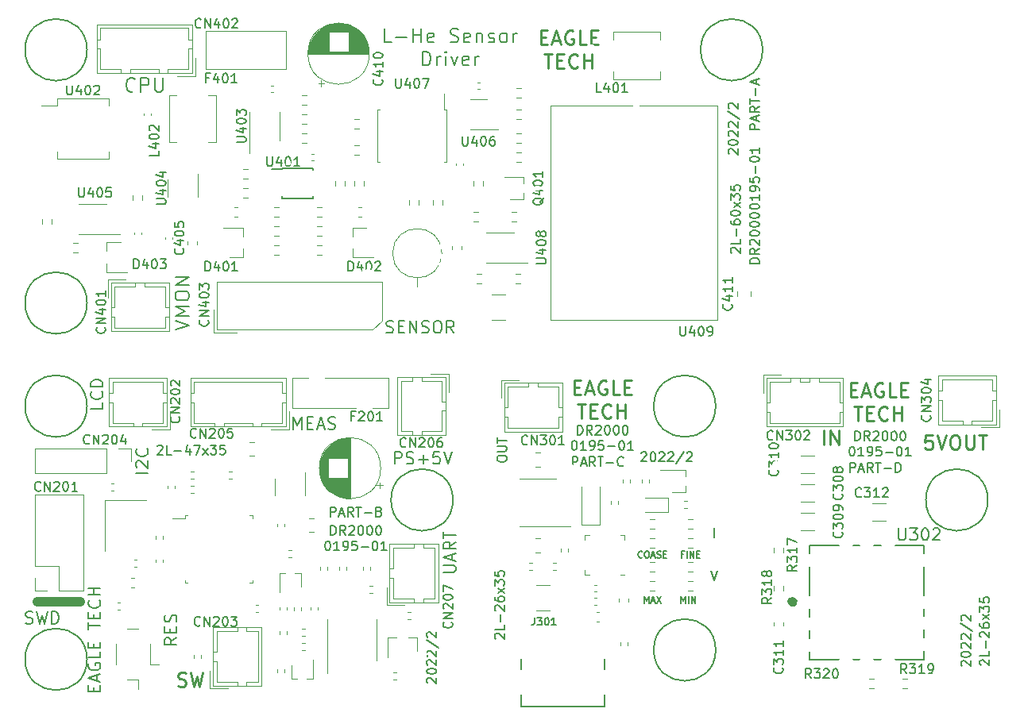
<source format=gto>
G04 #@! TF.GenerationSoftware,KiCad,Pcbnew,(5.1.10-1-10_14)*
G04 #@! TF.CreationDate,2022-05-12T09:45:16+09:00*
G04 #@! TF.ProjectId,EH-900,45482d39-3030-42e6-9b69-6361645f7063,rev?*
G04 #@! TF.SameCoordinates,PX5f5e100PY510ff40*
G04 #@! TF.FileFunction,Legend,Top*
G04 #@! TF.FilePolarity,Positive*
%FSLAX46Y46*%
G04 Gerber Fmt 4.6, Leading zero omitted, Abs format (unit mm)*
G04 Created by KiCad (PCBNEW (5.1.10-1-10_14)) date 2022-05-12 09:45:16*
%MOMM*%
%LPD*%
G01*
G04 APERTURE LIST*
%ADD10C,0.150000*%
%ADD11C,0.250000*%
%ADD12C,0.200000*%
%ADD13C,0.120000*%
%ADD14C,1.000000*%
%ADD15C,0.127000*%
%ADD16C,0.100000*%
%ADD17C,0.500000*%
%ADD18R,0.700000X1.150000*%
%ADD19R,0.800000X1.150000*%
%ADD20R,0.900000X1.150000*%
%ADD21O,1.000000X2.000000*%
%ADD22C,1.524000*%
%ADD23R,1.145000X1.145000*%
%ADD24R,4.190000X1.905000*%
%ADD25R,1.905000X4.190000*%
%ADD26O,1.200000X1.650000*%
%ADD27R,0.900000X0.800000*%
%ADD28C,3.200000*%
%ADD29R,2.600000X2.600000*%
%ADD30R,1.500000X0.450000*%
%ADD31R,1.100000X1.400000*%
%ADD32R,1.560000X0.650000*%
%ADD33O,1.700000X1.700000*%
%ADD34R,1.700000X1.700000*%
%ADD35C,1.600000*%
%ADD36R,1.600000X1.600000*%
%ADD37C,4.000000*%
%ADD38C,5.600000*%
%ADD39C,3.600000*%
%ADD40C,2.010000*%
%ADD41O,1.650000X1.200000*%
%ADD42R,1.800000X2.100000*%
%ADD43R,1.800000X2.250000*%
%ADD44O,1.700000X1.850000*%
%ADD45R,0.700000X0.450000*%
%ADD46R,0.450000X0.700000*%
%ADD47R,1.100000X0.400000*%
%ADD48R,1.000000X0.800000*%
%ADD49O,2.400000X2.400000*%
%ADD50C,2.400000*%
%ADD51R,0.650000X1.560000*%
%ADD52R,0.800000X0.900000*%
%ADD53C,1.200000*%
%ADD54C,0.600000*%
%ADD55C,0.800000*%
G04 APERTURE END LIST*
D10*
X102547619Y3380953D02*
X102500000Y3428572D01*
X102452380Y3523810D01*
X102452380Y3761905D01*
X102500000Y3857143D01*
X102547619Y3904762D01*
X102642857Y3952381D01*
X102738095Y3952381D01*
X102880952Y3904762D01*
X103452380Y3333334D01*
X103452380Y3952381D01*
X103452380Y4857143D02*
X103452380Y4380953D01*
X102452380Y4380953D01*
X103071428Y5190477D02*
X103071428Y5952381D01*
X102547619Y6380953D02*
X102500000Y6428572D01*
X102452380Y6523810D01*
X102452380Y6761905D01*
X102500000Y6857143D01*
X102547619Y6904762D01*
X102642857Y6952381D01*
X102738095Y6952381D01*
X102880952Y6904762D01*
X103452380Y6333334D01*
X103452380Y6952381D01*
X102452380Y7809524D02*
X102452380Y7619048D01*
X102500000Y7523810D01*
X102547619Y7476191D01*
X102690476Y7380953D01*
X102880952Y7333334D01*
X103261904Y7333334D01*
X103357142Y7380953D01*
X103404761Y7428572D01*
X103452380Y7523810D01*
X103452380Y7714286D01*
X103404761Y7809524D01*
X103357142Y7857143D01*
X103261904Y7904762D01*
X103023809Y7904762D01*
X102928571Y7857143D01*
X102880952Y7809524D01*
X102833333Y7714286D01*
X102833333Y7523810D01*
X102880952Y7428572D01*
X102928571Y7380953D01*
X103023809Y7333334D01*
X103452380Y8238096D02*
X102785714Y8761905D01*
X102785714Y8238096D02*
X103452380Y8761905D01*
X102452380Y9047620D02*
X102452380Y9666667D01*
X102833333Y9333334D01*
X102833333Y9476191D01*
X102880952Y9571429D01*
X102928571Y9619048D01*
X103023809Y9666667D01*
X103261904Y9666667D01*
X103357142Y9619048D01*
X103404761Y9571429D01*
X103452380Y9476191D01*
X103452380Y9190477D01*
X103404761Y9095239D01*
X103357142Y9047620D01*
X102452380Y10571429D02*
X102452380Y10095239D01*
X102928571Y10047620D01*
X102880952Y10095239D01*
X102833333Y10190477D01*
X102833333Y10428572D01*
X102880952Y10523810D01*
X102928571Y10571429D01*
X103023809Y10619048D01*
X103261904Y10619048D01*
X103357142Y10571429D01*
X103404761Y10523810D01*
X103452380Y10428572D01*
X103452380Y10190477D01*
X103404761Y10095239D01*
X103357142Y10047620D01*
D11*
X97393428Y27899429D02*
X96679142Y27899429D01*
X96607714Y27185143D01*
X96679142Y27256572D01*
X96822000Y27328000D01*
X97179142Y27328000D01*
X97322000Y27256572D01*
X97393428Y27185143D01*
X97464857Y27042286D01*
X97464857Y26685143D01*
X97393428Y26542286D01*
X97322000Y26470858D01*
X97179142Y26399429D01*
X96822000Y26399429D01*
X96679142Y26470858D01*
X96607714Y26542286D01*
X97893428Y27899429D02*
X98393428Y26399429D01*
X98893428Y27899429D01*
X99679142Y27899429D02*
X99964857Y27899429D01*
X100107714Y27828000D01*
X100250571Y27685143D01*
X100322000Y27399429D01*
X100322000Y26899429D01*
X100250571Y26613715D01*
X100107714Y26470858D01*
X99964857Y26399429D01*
X99679142Y26399429D01*
X99536285Y26470858D01*
X99393428Y26613715D01*
X99322000Y26899429D01*
X99322000Y27399429D01*
X99393428Y27685143D01*
X99536285Y27828000D01*
X99679142Y27899429D01*
X100964857Y27899429D02*
X100964857Y26685143D01*
X101036285Y26542286D01*
X101107714Y26470858D01*
X101250571Y26399429D01*
X101536285Y26399429D01*
X101679142Y26470858D01*
X101750571Y26542286D01*
X101822000Y26685143D01*
X101822000Y27899429D01*
X102322000Y27899429D02*
X103179142Y27899429D01*
X102750571Y26399429D02*
X102750571Y27899429D01*
X85828285Y26887429D02*
X85828285Y28387429D01*
X86542571Y26887429D02*
X86542571Y28387429D01*
X87399714Y26887429D01*
X87399714Y28387429D01*
D10*
X89154333Y27323620D02*
X89154333Y28323620D01*
X89392428Y28323620D01*
X89535285Y28276000D01*
X89630523Y28180762D01*
X89678142Y28085524D01*
X89725761Y27895048D01*
X89725761Y27752191D01*
X89678142Y27561715D01*
X89630523Y27466477D01*
X89535285Y27371239D01*
X89392428Y27323620D01*
X89154333Y27323620D01*
X90725761Y27323620D02*
X90392428Y27799810D01*
X90154333Y27323620D02*
X90154333Y28323620D01*
X90535285Y28323620D01*
X90630523Y28276000D01*
X90678142Y28228381D01*
X90725761Y28133143D01*
X90725761Y27990286D01*
X90678142Y27895048D01*
X90630523Y27847429D01*
X90535285Y27799810D01*
X90154333Y27799810D01*
X91106714Y28228381D02*
X91154333Y28276000D01*
X91249571Y28323620D01*
X91487666Y28323620D01*
X91582904Y28276000D01*
X91630523Y28228381D01*
X91678142Y28133143D01*
X91678142Y28037905D01*
X91630523Y27895048D01*
X91059095Y27323620D01*
X91678142Y27323620D01*
X92297190Y28323620D02*
X92392428Y28323620D01*
X92487666Y28276000D01*
X92535285Y28228381D01*
X92582904Y28133143D01*
X92630523Y27942667D01*
X92630523Y27704572D01*
X92582904Y27514096D01*
X92535285Y27418858D01*
X92487666Y27371239D01*
X92392428Y27323620D01*
X92297190Y27323620D01*
X92201952Y27371239D01*
X92154333Y27418858D01*
X92106714Y27514096D01*
X92059095Y27704572D01*
X92059095Y27942667D01*
X92106714Y28133143D01*
X92154333Y28228381D01*
X92201952Y28276000D01*
X92297190Y28323620D01*
X93249571Y28323620D02*
X93344809Y28323620D01*
X93440047Y28276000D01*
X93487666Y28228381D01*
X93535285Y28133143D01*
X93582904Y27942667D01*
X93582904Y27704572D01*
X93535285Y27514096D01*
X93487666Y27418858D01*
X93440047Y27371239D01*
X93344809Y27323620D01*
X93249571Y27323620D01*
X93154333Y27371239D01*
X93106714Y27418858D01*
X93059095Y27514096D01*
X93011476Y27704572D01*
X93011476Y27942667D01*
X93059095Y28133143D01*
X93106714Y28228381D01*
X93154333Y28276000D01*
X93249571Y28323620D01*
X94201952Y28323620D02*
X94297190Y28323620D01*
X94392428Y28276000D01*
X94440047Y28228381D01*
X94487666Y28133143D01*
X94535285Y27942667D01*
X94535285Y27704572D01*
X94487666Y27514096D01*
X94440047Y27418858D01*
X94392428Y27371239D01*
X94297190Y27323620D01*
X94201952Y27323620D01*
X94106714Y27371239D01*
X94059095Y27418858D01*
X94011476Y27514096D01*
X93963857Y27704572D01*
X93963857Y27942667D01*
X94011476Y28133143D01*
X94059095Y28228381D01*
X94106714Y28276000D01*
X94201952Y28323620D01*
X88773380Y26673620D02*
X88868619Y26673620D01*
X88963857Y26626000D01*
X89011476Y26578381D01*
X89059095Y26483143D01*
X89106714Y26292667D01*
X89106714Y26054572D01*
X89059095Y25864096D01*
X89011476Y25768858D01*
X88963857Y25721239D01*
X88868619Y25673620D01*
X88773380Y25673620D01*
X88678142Y25721239D01*
X88630523Y25768858D01*
X88582904Y25864096D01*
X88535285Y26054572D01*
X88535285Y26292667D01*
X88582904Y26483143D01*
X88630523Y26578381D01*
X88678142Y26626000D01*
X88773380Y26673620D01*
X90059095Y25673620D02*
X89487666Y25673620D01*
X89773380Y25673620D02*
X89773380Y26673620D01*
X89678142Y26530762D01*
X89582904Y26435524D01*
X89487666Y26387905D01*
X90535285Y25673620D02*
X90725761Y25673620D01*
X90821000Y25721239D01*
X90868619Y25768858D01*
X90963857Y25911715D01*
X91011476Y26102191D01*
X91011476Y26483143D01*
X90963857Y26578381D01*
X90916238Y26626000D01*
X90821000Y26673620D01*
X90630523Y26673620D01*
X90535285Y26626000D01*
X90487666Y26578381D01*
X90440047Y26483143D01*
X90440047Y26245048D01*
X90487666Y26149810D01*
X90535285Y26102191D01*
X90630523Y26054572D01*
X90821000Y26054572D01*
X90916238Y26102191D01*
X90963857Y26149810D01*
X91011476Y26245048D01*
X91916238Y26673620D02*
X91440047Y26673620D01*
X91392428Y26197429D01*
X91440047Y26245048D01*
X91535285Y26292667D01*
X91773380Y26292667D01*
X91868619Y26245048D01*
X91916238Y26197429D01*
X91963857Y26102191D01*
X91963857Y25864096D01*
X91916238Y25768858D01*
X91868619Y25721239D01*
X91773380Y25673620D01*
X91535285Y25673620D01*
X91440047Y25721239D01*
X91392428Y25768858D01*
X92392428Y26054572D02*
X93154333Y26054572D01*
X93821000Y26673620D02*
X93916238Y26673620D01*
X94011476Y26626000D01*
X94059095Y26578381D01*
X94106714Y26483143D01*
X94154333Y26292667D01*
X94154333Y26054572D01*
X94106714Y25864096D01*
X94059095Y25768858D01*
X94011476Y25721239D01*
X93916238Y25673620D01*
X93821000Y25673620D01*
X93725761Y25721239D01*
X93678142Y25768858D01*
X93630523Y25864096D01*
X93582904Y26054572D01*
X93582904Y26292667D01*
X93630523Y26483143D01*
X93678142Y26578381D01*
X93725761Y26626000D01*
X93821000Y26673620D01*
X95106714Y25673620D02*
X94535285Y25673620D01*
X94821000Y25673620D02*
X94821000Y26673620D01*
X94725761Y26530762D01*
X94630523Y26435524D01*
X94535285Y26387905D01*
X100547619Y3285715D02*
X100500000Y3333334D01*
X100452380Y3428572D01*
X100452380Y3666667D01*
X100500000Y3761905D01*
X100547619Y3809524D01*
X100642857Y3857143D01*
X100738095Y3857143D01*
X100880952Y3809524D01*
X101452380Y3238096D01*
X101452380Y3857143D01*
X100452380Y4476191D02*
X100452380Y4571429D01*
X100500000Y4666667D01*
X100547619Y4714286D01*
X100642857Y4761905D01*
X100833333Y4809524D01*
X101071428Y4809524D01*
X101261904Y4761905D01*
X101357142Y4714286D01*
X101404761Y4666667D01*
X101452380Y4571429D01*
X101452380Y4476191D01*
X101404761Y4380953D01*
X101357142Y4333334D01*
X101261904Y4285715D01*
X101071428Y4238096D01*
X100833333Y4238096D01*
X100642857Y4285715D01*
X100547619Y4333334D01*
X100500000Y4380953D01*
X100452380Y4476191D01*
X100547619Y5190477D02*
X100500000Y5238096D01*
X100452380Y5333334D01*
X100452380Y5571429D01*
X100500000Y5666667D01*
X100547619Y5714286D01*
X100642857Y5761905D01*
X100738095Y5761905D01*
X100880952Y5714286D01*
X101452380Y5142858D01*
X101452380Y5761905D01*
X100547619Y6142858D02*
X100500000Y6190477D01*
X100452380Y6285715D01*
X100452380Y6523810D01*
X100500000Y6619048D01*
X100547619Y6666667D01*
X100642857Y6714286D01*
X100738095Y6714286D01*
X100880952Y6666667D01*
X101452380Y6095239D01*
X101452380Y6714286D01*
X100404761Y7857143D02*
X101690476Y7000000D01*
X100547619Y8142858D02*
X100500000Y8190477D01*
X100452380Y8285715D01*
X100452380Y8523810D01*
X100500000Y8619048D01*
X100547619Y8666667D01*
X100642857Y8714286D01*
X100738095Y8714286D01*
X100880952Y8666667D01*
X101452380Y8095239D01*
X101452380Y8714286D01*
X88622523Y23958620D02*
X88622523Y24958620D01*
X89003476Y24958620D01*
X89098714Y24911000D01*
X89146333Y24863381D01*
X89193952Y24768143D01*
X89193952Y24625286D01*
X89146333Y24530048D01*
X89098714Y24482429D01*
X89003476Y24434810D01*
X88622523Y24434810D01*
X89574904Y24244334D02*
X90051095Y24244334D01*
X89479666Y23958620D02*
X89813000Y24958620D01*
X90146333Y23958620D01*
X91051095Y23958620D02*
X90717761Y24434810D01*
X90479666Y23958620D02*
X90479666Y24958620D01*
X90860619Y24958620D01*
X90955857Y24911000D01*
X91003476Y24863381D01*
X91051095Y24768143D01*
X91051095Y24625286D01*
X91003476Y24530048D01*
X90955857Y24482429D01*
X90860619Y24434810D01*
X90479666Y24434810D01*
X91336809Y24958620D02*
X91908238Y24958620D01*
X91622523Y23958620D02*
X91622523Y24958620D01*
X92241571Y24339572D02*
X93003476Y24339572D01*
X93479666Y23958620D02*
X93479666Y24958620D01*
X93717761Y24958620D01*
X93860619Y24911000D01*
X93955857Y24815762D01*
X94003476Y24720524D01*
X94051095Y24530048D01*
X94051095Y24387191D01*
X94003476Y24196715D01*
X93955857Y24101477D01*
X93860619Y24006239D01*
X93717761Y23958620D01*
X93479666Y23958620D01*
D11*
X88694000Y32753143D02*
X89194000Y32753143D01*
X89408285Y31967429D02*
X88694000Y31967429D01*
X88694000Y33467429D01*
X89408285Y33467429D01*
X89979714Y32396000D02*
X90694000Y32396000D01*
X89836857Y31967429D02*
X90336857Y33467429D01*
X90836857Y31967429D01*
X92122571Y33396000D02*
X91979714Y33467429D01*
X91765428Y33467429D01*
X91551142Y33396000D01*
X91408285Y33253143D01*
X91336857Y33110286D01*
X91265428Y32824572D01*
X91265428Y32610286D01*
X91336857Y32324572D01*
X91408285Y32181715D01*
X91551142Y32038858D01*
X91765428Y31967429D01*
X91908285Y31967429D01*
X92122571Y32038858D01*
X92194000Y32110286D01*
X92194000Y32610286D01*
X91908285Y32610286D01*
X93551142Y31967429D02*
X92836857Y31967429D01*
X92836857Y33467429D01*
X94051142Y32753143D02*
X94551142Y32753143D01*
X94765428Y31967429D02*
X94051142Y31967429D01*
X94051142Y33467429D01*
X94765428Y33467429D01*
X89051142Y30967429D02*
X89908285Y30967429D01*
X89479714Y29467429D02*
X89479714Y30967429D01*
X90408285Y30253143D02*
X90908285Y30253143D01*
X91122571Y29467429D02*
X90408285Y29467429D01*
X90408285Y30967429D01*
X91122571Y30967429D01*
X92622571Y29610286D02*
X92551142Y29538858D01*
X92336857Y29467429D01*
X92194000Y29467429D01*
X91979714Y29538858D01*
X91836857Y29681715D01*
X91765428Y29824572D01*
X91694000Y30110286D01*
X91694000Y30324572D01*
X91765428Y30610286D01*
X91836857Y30753143D01*
X91979714Y30896000D01*
X92194000Y30967429D01*
X92336857Y30967429D01*
X92551142Y30896000D01*
X92622571Y30824572D01*
X93265428Y29467429D02*
X93265428Y30967429D01*
X93265428Y30253143D02*
X94122571Y30253143D01*
X94122571Y29467429D02*
X94122571Y30967429D01*
D10*
X66464000Y14890000D02*
X66430666Y14856667D01*
X66330666Y14823334D01*
X66264000Y14823334D01*
X66164000Y14856667D01*
X66097333Y14923334D01*
X66064000Y14990000D01*
X66030666Y15123334D01*
X66030666Y15223334D01*
X66064000Y15356667D01*
X66097333Y15423334D01*
X66164000Y15490000D01*
X66264000Y15523334D01*
X66330666Y15523334D01*
X66430666Y15490000D01*
X66464000Y15456667D01*
X66897333Y15523334D02*
X67030666Y15523334D01*
X67097333Y15490000D01*
X67164000Y15423334D01*
X67197333Y15290000D01*
X67197333Y15056667D01*
X67164000Y14923334D01*
X67097333Y14856667D01*
X67030666Y14823334D01*
X66897333Y14823334D01*
X66830666Y14856667D01*
X66764000Y14923334D01*
X66730666Y15056667D01*
X66730666Y15290000D01*
X66764000Y15423334D01*
X66830666Y15490000D01*
X66897333Y15523334D01*
X67464000Y15023334D02*
X67797333Y15023334D01*
X67397333Y14823334D02*
X67630666Y15523334D01*
X67864000Y14823334D01*
X68064000Y14856667D02*
X68164000Y14823334D01*
X68330666Y14823334D01*
X68397333Y14856667D01*
X68430666Y14890000D01*
X68464000Y14956667D01*
X68464000Y15023334D01*
X68430666Y15090000D01*
X68397333Y15123334D01*
X68330666Y15156667D01*
X68197333Y15190000D01*
X68130666Y15223334D01*
X68097333Y15256667D01*
X68064000Y15323334D01*
X68064000Y15390000D01*
X68097333Y15456667D01*
X68130666Y15490000D01*
X68197333Y15523334D01*
X68364000Y15523334D01*
X68464000Y15490000D01*
X68764000Y15190000D02*
X68997333Y15190000D01*
X69097333Y14823334D02*
X68764000Y14823334D01*
X68764000Y15523334D01*
X69097333Y15523334D01*
X70878000Y15190000D02*
X70644666Y15190000D01*
X70644666Y14823334D02*
X70644666Y15523334D01*
X70978000Y15523334D01*
X71244666Y14823334D02*
X71244666Y15523334D01*
X71578000Y14823334D02*
X71578000Y15523334D01*
X71978000Y14823334D01*
X71978000Y15523334D01*
X72311333Y15190000D02*
X72544666Y15190000D01*
X72644666Y14823334D02*
X72311333Y14823334D01*
X72311333Y15523334D01*
X72644666Y15523334D01*
X70607333Y9997334D02*
X70607333Y10697334D01*
X70840666Y10197334D01*
X71074000Y10697334D01*
X71074000Y9997334D01*
X71407333Y9997334D02*
X71407333Y10697334D01*
X71740666Y9997334D02*
X71740666Y10697334D01*
X72140666Y9997334D01*
X72140666Y10697334D01*
X66697333Y9997334D02*
X66697333Y10697334D01*
X66930666Y10197334D01*
X67164000Y10697334D01*
X67164000Y9997334D01*
X67464000Y10197334D02*
X67797333Y10197334D01*
X67397333Y9997334D02*
X67630666Y10697334D01*
X67864000Y9997334D01*
X68030666Y10697334D02*
X68497333Y9997334D01*
X68497333Y10697334D02*
X68030666Y9997334D01*
X74168000Y16973620D02*
X74168000Y17973620D01*
X73834666Y13401620D02*
X74168000Y12401620D01*
X74501333Y13401620D01*
X33250523Y19232620D02*
X33250523Y20232620D01*
X33631476Y20232620D01*
X33726714Y20185000D01*
X33774333Y20137381D01*
X33821952Y20042143D01*
X33821952Y19899286D01*
X33774333Y19804048D01*
X33726714Y19756429D01*
X33631476Y19708810D01*
X33250523Y19708810D01*
X34202904Y19518334D02*
X34679095Y19518334D01*
X34107666Y19232620D02*
X34441000Y20232620D01*
X34774333Y19232620D01*
X35679095Y19232620D02*
X35345761Y19708810D01*
X35107666Y19232620D02*
X35107666Y20232620D01*
X35488619Y20232620D01*
X35583857Y20185000D01*
X35631476Y20137381D01*
X35679095Y20042143D01*
X35679095Y19899286D01*
X35631476Y19804048D01*
X35583857Y19756429D01*
X35488619Y19708810D01*
X35107666Y19708810D01*
X35964809Y20232620D02*
X36536238Y20232620D01*
X36250523Y19232620D02*
X36250523Y20232620D01*
X36869571Y19613572D02*
X37631476Y19613572D01*
X38441000Y19756429D02*
X38583857Y19708810D01*
X38631476Y19661191D01*
X38679095Y19565953D01*
X38679095Y19423096D01*
X38631476Y19327858D01*
X38583857Y19280239D01*
X38488619Y19232620D01*
X38107666Y19232620D01*
X38107666Y20232620D01*
X38441000Y20232620D01*
X38536238Y20185000D01*
X38583857Y20137381D01*
X38631476Y20042143D01*
X38631476Y19946905D01*
X38583857Y19851667D01*
X38536238Y19804048D01*
X38441000Y19756429D01*
X38107666Y19756429D01*
X59031523Y24593620D02*
X59031523Y25593620D01*
X59412476Y25593620D01*
X59507714Y25546000D01*
X59555333Y25498381D01*
X59602952Y25403143D01*
X59602952Y25260286D01*
X59555333Y25165048D01*
X59507714Y25117429D01*
X59412476Y25069810D01*
X59031523Y25069810D01*
X59983904Y24879334D02*
X60460095Y24879334D01*
X59888666Y24593620D02*
X60222000Y25593620D01*
X60555333Y24593620D01*
X61460095Y24593620D02*
X61126761Y25069810D01*
X60888666Y24593620D02*
X60888666Y25593620D01*
X61269619Y25593620D01*
X61364857Y25546000D01*
X61412476Y25498381D01*
X61460095Y25403143D01*
X61460095Y25260286D01*
X61412476Y25165048D01*
X61364857Y25117429D01*
X61269619Y25069810D01*
X60888666Y25069810D01*
X61745809Y25593620D02*
X62317238Y25593620D01*
X62031523Y24593620D02*
X62031523Y25593620D01*
X62650571Y24974572D02*
X63412476Y24974572D01*
X64460095Y24688858D02*
X64412476Y24641239D01*
X64269619Y24593620D01*
X64174380Y24593620D01*
X64031523Y24641239D01*
X63936285Y24736477D01*
X63888666Y24831715D01*
X63841047Y25022191D01*
X63841047Y25165048D01*
X63888666Y25355524D01*
X63936285Y25450762D01*
X64031523Y25546000D01*
X64174380Y25593620D01*
X64269619Y25593620D01*
X64412476Y25546000D01*
X64460095Y25498381D01*
X14795952Y26741381D02*
X14843571Y26789000D01*
X14938809Y26836620D01*
X15176904Y26836620D01*
X15272142Y26789000D01*
X15319761Y26741381D01*
X15367380Y26646143D01*
X15367380Y26550905D01*
X15319761Y26408048D01*
X14748333Y25836620D01*
X15367380Y25836620D01*
X16272142Y25836620D02*
X15795952Y25836620D01*
X15795952Y26836620D01*
X16605476Y26217572D02*
X17367380Y26217572D01*
X18272142Y26503286D02*
X18272142Y25836620D01*
X18034047Y26884239D02*
X17795952Y26169953D01*
X18415000Y26169953D01*
X18700714Y26836620D02*
X19367380Y26836620D01*
X18938809Y25836620D01*
X19653095Y25836620D02*
X20176904Y26503286D01*
X19653095Y26503286D02*
X20176904Y25836620D01*
X20462619Y26836620D02*
X21081666Y26836620D01*
X20748333Y26455667D01*
X20891190Y26455667D01*
X20986428Y26408048D01*
X21034047Y26360429D01*
X21081666Y26265191D01*
X21081666Y26027096D01*
X21034047Y25931858D01*
X20986428Y25884239D01*
X20891190Y25836620D01*
X20605476Y25836620D01*
X20510238Y25884239D01*
X20462619Y25931858D01*
X21986428Y26836620D02*
X21510238Y26836620D01*
X21462619Y26360429D01*
X21510238Y26408048D01*
X21605476Y26455667D01*
X21843571Y26455667D01*
X21938809Y26408048D01*
X21986428Y26360429D01*
X22034047Y26265191D01*
X22034047Y26027096D01*
X21986428Y25931858D01*
X21938809Y25884239D01*
X21843571Y25836620D01*
X21605476Y25836620D01*
X21510238Y25884239D01*
X21462619Y25931858D01*
X33274333Y17263620D02*
X33274333Y18263620D01*
X33512428Y18263620D01*
X33655285Y18216000D01*
X33750523Y18120762D01*
X33798142Y18025524D01*
X33845761Y17835048D01*
X33845761Y17692191D01*
X33798142Y17501715D01*
X33750523Y17406477D01*
X33655285Y17311239D01*
X33512428Y17263620D01*
X33274333Y17263620D01*
X34845761Y17263620D02*
X34512428Y17739810D01*
X34274333Y17263620D02*
X34274333Y18263620D01*
X34655285Y18263620D01*
X34750523Y18216000D01*
X34798142Y18168381D01*
X34845761Y18073143D01*
X34845761Y17930286D01*
X34798142Y17835048D01*
X34750523Y17787429D01*
X34655285Y17739810D01*
X34274333Y17739810D01*
X35226714Y18168381D02*
X35274333Y18216000D01*
X35369571Y18263620D01*
X35607666Y18263620D01*
X35702904Y18216000D01*
X35750523Y18168381D01*
X35798142Y18073143D01*
X35798142Y17977905D01*
X35750523Y17835048D01*
X35179095Y17263620D01*
X35798142Y17263620D01*
X36417190Y18263620D02*
X36512428Y18263620D01*
X36607666Y18216000D01*
X36655285Y18168381D01*
X36702904Y18073143D01*
X36750523Y17882667D01*
X36750523Y17644572D01*
X36702904Y17454096D01*
X36655285Y17358858D01*
X36607666Y17311239D01*
X36512428Y17263620D01*
X36417190Y17263620D01*
X36321952Y17311239D01*
X36274333Y17358858D01*
X36226714Y17454096D01*
X36179095Y17644572D01*
X36179095Y17882667D01*
X36226714Y18073143D01*
X36274333Y18168381D01*
X36321952Y18216000D01*
X36417190Y18263620D01*
X37369571Y18263620D02*
X37464809Y18263620D01*
X37560047Y18216000D01*
X37607666Y18168381D01*
X37655285Y18073143D01*
X37702904Y17882667D01*
X37702904Y17644572D01*
X37655285Y17454096D01*
X37607666Y17358858D01*
X37560047Y17311239D01*
X37464809Y17263620D01*
X37369571Y17263620D01*
X37274333Y17311239D01*
X37226714Y17358858D01*
X37179095Y17454096D01*
X37131476Y17644572D01*
X37131476Y17882667D01*
X37179095Y18073143D01*
X37226714Y18168381D01*
X37274333Y18216000D01*
X37369571Y18263620D01*
X38321952Y18263620D02*
X38417190Y18263620D01*
X38512428Y18216000D01*
X38560047Y18168381D01*
X38607666Y18073143D01*
X38655285Y17882667D01*
X38655285Y17644572D01*
X38607666Y17454096D01*
X38560047Y17358858D01*
X38512428Y17311239D01*
X38417190Y17263620D01*
X38321952Y17263620D01*
X38226714Y17311239D01*
X38179095Y17358858D01*
X38131476Y17454096D01*
X38083857Y17644572D01*
X38083857Y17882667D01*
X38131476Y18073143D01*
X38179095Y18168381D01*
X38226714Y18216000D01*
X38321952Y18263620D01*
X32893380Y16613620D02*
X32988619Y16613620D01*
X33083857Y16566000D01*
X33131476Y16518381D01*
X33179095Y16423143D01*
X33226714Y16232667D01*
X33226714Y15994572D01*
X33179095Y15804096D01*
X33131476Y15708858D01*
X33083857Y15661239D01*
X32988619Y15613620D01*
X32893380Y15613620D01*
X32798142Y15661239D01*
X32750523Y15708858D01*
X32702904Y15804096D01*
X32655285Y15994572D01*
X32655285Y16232667D01*
X32702904Y16423143D01*
X32750523Y16518381D01*
X32798142Y16566000D01*
X32893380Y16613620D01*
X34179095Y15613620D02*
X33607666Y15613620D01*
X33893380Y15613620D02*
X33893380Y16613620D01*
X33798142Y16470762D01*
X33702904Y16375524D01*
X33607666Y16327905D01*
X34655285Y15613620D02*
X34845761Y15613620D01*
X34941000Y15661239D01*
X34988619Y15708858D01*
X35083857Y15851715D01*
X35131476Y16042191D01*
X35131476Y16423143D01*
X35083857Y16518381D01*
X35036238Y16566000D01*
X34941000Y16613620D01*
X34750523Y16613620D01*
X34655285Y16566000D01*
X34607666Y16518381D01*
X34560047Y16423143D01*
X34560047Y16185048D01*
X34607666Y16089810D01*
X34655285Y16042191D01*
X34750523Y15994572D01*
X34941000Y15994572D01*
X35036238Y16042191D01*
X35083857Y16089810D01*
X35131476Y16185048D01*
X36036238Y16613620D02*
X35560047Y16613620D01*
X35512428Y16137429D01*
X35560047Y16185048D01*
X35655285Y16232667D01*
X35893380Y16232667D01*
X35988619Y16185048D01*
X36036238Y16137429D01*
X36083857Y16042191D01*
X36083857Y15804096D01*
X36036238Y15708858D01*
X35988619Y15661239D01*
X35893380Y15613620D01*
X35655285Y15613620D01*
X35560047Y15661239D01*
X35512428Y15708858D01*
X36512428Y15994572D02*
X37274333Y15994572D01*
X37941000Y16613620D02*
X38036238Y16613620D01*
X38131476Y16566000D01*
X38179095Y16518381D01*
X38226714Y16423143D01*
X38274333Y16232667D01*
X38274333Y15994572D01*
X38226714Y15804096D01*
X38179095Y15708858D01*
X38131476Y15661239D01*
X38036238Y15613620D01*
X37941000Y15613620D01*
X37845761Y15661239D01*
X37798142Y15708858D01*
X37750523Y15804096D01*
X37702904Y15994572D01*
X37702904Y16232667D01*
X37750523Y16423143D01*
X37798142Y16518381D01*
X37845761Y16566000D01*
X37941000Y16613620D01*
X39226714Y15613620D02*
X38655285Y15613620D01*
X38941000Y15613620D02*
X38941000Y16613620D01*
X38845761Y16470762D01*
X38750523Y16375524D01*
X38655285Y16327905D01*
D12*
X45288095Y13293191D02*
X46340476Y13293191D01*
X46464285Y13355096D01*
X46526190Y13417000D01*
X46588095Y13540810D01*
X46588095Y13788429D01*
X46526190Y13912239D01*
X46464285Y13974143D01*
X46340476Y14036048D01*
X45288095Y14036048D01*
X46216666Y14593191D02*
X46216666Y15212239D01*
X46588095Y14469381D02*
X45288095Y14902715D01*
X46588095Y15336048D01*
X46588095Y16512239D02*
X45969047Y16078905D01*
X46588095Y15769381D02*
X45288095Y15769381D01*
X45288095Y16264620D01*
X45350000Y16388429D01*
X45411904Y16450334D01*
X45535714Y16512239D01*
X45721428Y16512239D01*
X45845238Y16450334D01*
X45907142Y16388429D01*
X45969047Y16264620D01*
X45969047Y15769381D01*
X45288095Y16883667D02*
X45288095Y17626524D01*
X46588095Y17255096D02*
X45288095Y17255096D01*
X40112523Y24838905D02*
X40112523Y26138905D01*
X40607761Y26138905D01*
X40731571Y26077000D01*
X40793476Y26015096D01*
X40855380Y25891286D01*
X40855380Y25705572D01*
X40793476Y25581762D01*
X40731571Y25519858D01*
X40607761Y25457953D01*
X40112523Y25457953D01*
X41350619Y24900810D02*
X41536333Y24838905D01*
X41845857Y24838905D01*
X41969666Y24900810D01*
X42031571Y24962715D01*
X42093476Y25086524D01*
X42093476Y25210334D01*
X42031571Y25334143D01*
X41969666Y25396048D01*
X41845857Y25457953D01*
X41598238Y25519858D01*
X41474428Y25581762D01*
X41412523Y25643667D01*
X41350619Y25767477D01*
X41350619Y25891286D01*
X41412523Y26015096D01*
X41474428Y26077000D01*
X41598238Y26138905D01*
X41907761Y26138905D01*
X42093476Y26077000D01*
X42650619Y25334143D02*
X43641095Y25334143D01*
X43145857Y24838905D02*
X43145857Y25829381D01*
X44879190Y26138905D02*
X44260142Y26138905D01*
X44198238Y25519858D01*
X44260142Y25581762D01*
X44383952Y25643667D01*
X44693476Y25643667D01*
X44817285Y25581762D01*
X44879190Y25519858D01*
X44941095Y25396048D01*
X44941095Y25086524D01*
X44879190Y24962715D01*
X44817285Y24900810D01*
X44693476Y24838905D01*
X44383952Y24838905D01*
X44260142Y24900810D01*
X44198238Y24962715D01*
X45312523Y26138905D02*
X45745857Y24838905D01*
X46179190Y26138905D01*
D11*
X59230000Y33007143D02*
X59730000Y33007143D01*
X59944285Y32221429D02*
X59230000Y32221429D01*
X59230000Y33721429D01*
X59944285Y33721429D01*
X60515714Y32650000D02*
X61230000Y32650000D01*
X60372857Y32221429D02*
X60872857Y33721429D01*
X61372857Y32221429D01*
X62658571Y33650000D02*
X62515714Y33721429D01*
X62301428Y33721429D01*
X62087142Y33650000D01*
X61944285Y33507143D01*
X61872857Y33364286D01*
X61801428Y33078572D01*
X61801428Y32864286D01*
X61872857Y32578572D01*
X61944285Y32435715D01*
X62087142Y32292858D01*
X62301428Y32221429D01*
X62444285Y32221429D01*
X62658571Y32292858D01*
X62730000Y32364286D01*
X62730000Y32864286D01*
X62444285Y32864286D01*
X64087142Y32221429D02*
X63372857Y32221429D01*
X63372857Y33721429D01*
X64587142Y33007143D02*
X65087142Y33007143D01*
X65301428Y32221429D02*
X64587142Y32221429D01*
X64587142Y33721429D01*
X65301428Y33721429D01*
X59587142Y31221429D02*
X60444285Y31221429D01*
X60015714Y29721429D02*
X60015714Y31221429D01*
X60944285Y30507143D02*
X61444285Y30507143D01*
X61658571Y29721429D02*
X60944285Y29721429D01*
X60944285Y31221429D01*
X61658571Y31221429D01*
X63158571Y29864286D02*
X63087142Y29792858D01*
X62872857Y29721429D01*
X62730000Y29721429D01*
X62515714Y29792858D01*
X62372857Y29935715D01*
X62301428Y30078572D01*
X62230000Y30364286D01*
X62230000Y30578572D01*
X62301428Y30864286D01*
X62372857Y31007143D01*
X62515714Y31150000D01*
X62730000Y31221429D01*
X62872857Y31221429D01*
X63087142Y31150000D01*
X63158571Y31078572D01*
X63801428Y29721429D02*
X63801428Y31221429D01*
X63801428Y30507143D02*
X64658571Y30507143D01*
X64658571Y29721429D02*
X64658571Y31221429D01*
D12*
X39209523Y38873810D02*
X39395238Y38811905D01*
X39704761Y38811905D01*
X39828571Y38873810D01*
X39890476Y38935715D01*
X39952380Y39059524D01*
X39952380Y39183334D01*
X39890476Y39307143D01*
X39828571Y39369048D01*
X39704761Y39430953D01*
X39457142Y39492858D01*
X39333333Y39554762D01*
X39271428Y39616667D01*
X39209523Y39740477D01*
X39209523Y39864286D01*
X39271428Y39988096D01*
X39333333Y40050000D01*
X39457142Y40111905D01*
X39766666Y40111905D01*
X39952380Y40050000D01*
X40509523Y39492858D02*
X40942857Y39492858D01*
X41128571Y38811905D02*
X40509523Y38811905D01*
X40509523Y40111905D01*
X41128571Y40111905D01*
X41685714Y38811905D02*
X41685714Y40111905D01*
X42428571Y38811905D01*
X42428571Y40111905D01*
X42985714Y38873810D02*
X43171428Y38811905D01*
X43480952Y38811905D01*
X43604761Y38873810D01*
X43666666Y38935715D01*
X43728571Y39059524D01*
X43728571Y39183334D01*
X43666666Y39307143D01*
X43604761Y39369048D01*
X43480952Y39430953D01*
X43233333Y39492858D01*
X43109523Y39554762D01*
X43047619Y39616667D01*
X42985714Y39740477D01*
X42985714Y39864286D01*
X43047619Y39988096D01*
X43109523Y40050000D01*
X43233333Y40111905D01*
X43542857Y40111905D01*
X43728571Y40050000D01*
X44533333Y40111905D02*
X44780952Y40111905D01*
X44904761Y40050000D01*
X45028571Y39926191D01*
X45090476Y39678572D01*
X45090476Y39245239D01*
X45028571Y38997620D01*
X44904761Y38873810D01*
X44780952Y38811905D01*
X44533333Y38811905D01*
X44409523Y38873810D01*
X44285714Y38997620D01*
X44223809Y39245239D01*
X44223809Y39678572D01*
X44285714Y39926191D01*
X44409523Y40050000D01*
X44533333Y40111905D01*
X46390476Y38811905D02*
X45957142Y39430953D01*
X45647619Y38811905D02*
X45647619Y40111905D01*
X46142857Y40111905D01*
X46266666Y40050000D01*
X46328571Y39988096D01*
X46390476Y39864286D01*
X46390476Y39678572D01*
X46328571Y39554762D01*
X46266666Y39492858D01*
X46142857Y39430953D01*
X45647619Y39430953D01*
X12390571Y64642286D02*
X12319142Y64570858D01*
X12104857Y64499429D01*
X11962000Y64499429D01*
X11747714Y64570858D01*
X11604857Y64713715D01*
X11533428Y64856572D01*
X11462000Y65142286D01*
X11462000Y65356572D01*
X11533428Y65642286D01*
X11604857Y65785143D01*
X11747714Y65928000D01*
X11962000Y65999429D01*
X12104857Y65999429D01*
X12319142Y65928000D01*
X12390571Y65856572D01*
X13033428Y64499429D02*
X13033428Y65999429D01*
X13604857Y65999429D01*
X13747714Y65928000D01*
X13819142Y65856572D01*
X13890571Y65713715D01*
X13890571Y65499429D01*
X13819142Y65356572D01*
X13747714Y65285143D01*
X13604857Y65213715D01*
X13033428Y65213715D01*
X14533428Y65999429D02*
X14533428Y64785143D01*
X14604857Y64642286D01*
X14676285Y64570858D01*
X14819142Y64499429D01*
X15104857Y64499429D01*
X15247714Y64570858D01*
X15319142Y64642286D01*
X15390571Y64785143D01*
X15390571Y65999429D01*
X39724000Y69788429D02*
X39009714Y69788429D01*
X39009714Y71288429D01*
X40224000Y70359858D02*
X41366857Y70359858D01*
X42081142Y69788429D02*
X42081142Y71288429D01*
X42081142Y70574143D02*
X42938285Y70574143D01*
X42938285Y69788429D02*
X42938285Y71288429D01*
X44224000Y69859858D02*
X44081142Y69788429D01*
X43795428Y69788429D01*
X43652571Y69859858D01*
X43581142Y70002715D01*
X43581142Y70574143D01*
X43652571Y70717000D01*
X43795428Y70788429D01*
X44081142Y70788429D01*
X44224000Y70717000D01*
X44295428Y70574143D01*
X44295428Y70431286D01*
X43581142Y70288429D01*
X46009714Y69859858D02*
X46224000Y69788429D01*
X46581142Y69788429D01*
X46724000Y69859858D01*
X46795428Y69931286D01*
X46866857Y70074143D01*
X46866857Y70217000D01*
X46795428Y70359858D01*
X46724000Y70431286D01*
X46581142Y70502715D01*
X46295428Y70574143D01*
X46152571Y70645572D01*
X46081142Y70717000D01*
X46009714Y70859858D01*
X46009714Y71002715D01*
X46081142Y71145572D01*
X46152571Y71217000D01*
X46295428Y71288429D01*
X46652571Y71288429D01*
X46866857Y71217000D01*
X48081142Y69859858D02*
X47938285Y69788429D01*
X47652571Y69788429D01*
X47509714Y69859858D01*
X47438285Y70002715D01*
X47438285Y70574143D01*
X47509714Y70717000D01*
X47652571Y70788429D01*
X47938285Y70788429D01*
X48081142Y70717000D01*
X48152571Y70574143D01*
X48152571Y70431286D01*
X47438285Y70288429D01*
X48795428Y70788429D02*
X48795428Y69788429D01*
X48795428Y70645572D02*
X48866857Y70717000D01*
X49009714Y70788429D01*
X49224000Y70788429D01*
X49366857Y70717000D01*
X49438285Y70574143D01*
X49438285Y69788429D01*
X50081142Y69859858D02*
X50224000Y69788429D01*
X50509714Y69788429D01*
X50652571Y69859858D01*
X50724000Y70002715D01*
X50724000Y70074143D01*
X50652571Y70217000D01*
X50509714Y70288429D01*
X50295428Y70288429D01*
X50152571Y70359858D01*
X50081142Y70502715D01*
X50081142Y70574143D01*
X50152571Y70717000D01*
X50295428Y70788429D01*
X50509714Y70788429D01*
X50652571Y70717000D01*
X51581142Y69788429D02*
X51438285Y69859858D01*
X51366857Y69931286D01*
X51295428Y70074143D01*
X51295428Y70502715D01*
X51366857Y70645572D01*
X51438285Y70717000D01*
X51581142Y70788429D01*
X51795428Y70788429D01*
X51938285Y70717000D01*
X52009714Y70645572D01*
X52081142Y70502715D01*
X52081142Y70074143D01*
X52009714Y69931286D01*
X51938285Y69859858D01*
X51795428Y69788429D01*
X51581142Y69788429D01*
X52724000Y69788429D02*
X52724000Y70788429D01*
X52724000Y70502715D02*
X52795428Y70645572D01*
X52866857Y70717000D01*
X53009714Y70788429D01*
X53152571Y70788429D01*
X43081142Y67338429D02*
X43081142Y68838429D01*
X43438285Y68838429D01*
X43652571Y68767000D01*
X43795428Y68624143D01*
X43866857Y68481286D01*
X43938285Y68195572D01*
X43938285Y67981286D01*
X43866857Y67695572D01*
X43795428Y67552715D01*
X43652571Y67409858D01*
X43438285Y67338429D01*
X43081142Y67338429D01*
X44581142Y67338429D02*
X44581142Y68338429D01*
X44581142Y68052715D02*
X44652571Y68195572D01*
X44724000Y68267000D01*
X44866857Y68338429D01*
X45009714Y68338429D01*
X45509714Y67338429D02*
X45509714Y68338429D01*
X45509714Y68838429D02*
X45438285Y68767000D01*
X45509714Y68695572D01*
X45581142Y68767000D01*
X45509714Y68838429D01*
X45509714Y68695572D01*
X46081142Y68338429D02*
X46438285Y67338429D01*
X46795428Y68338429D01*
X47938285Y67409858D02*
X47795428Y67338429D01*
X47509714Y67338429D01*
X47366857Y67409858D01*
X47295428Y67552715D01*
X47295428Y68124143D01*
X47366857Y68267000D01*
X47509714Y68338429D01*
X47795428Y68338429D01*
X47938285Y68267000D01*
X48009714Y68124143D01*
X48009714Y67981286D01*
X47295428Y67838429D01*
X48652571Y67338429D02*
X48652571Y68338429D01*
X48652571Y68052715D02*
X48724000Y68195572D01*
X48795428Y68267000D01*
X48938285Y68338429D01*
X49081142Y68338429D01*
X51014380Y25316000D02*
X51014380Y25506477D01*
X51062000Y25601715D01*
X51157238Y25696953D01*
X51347714Y25744572D01*
X51681047Y25744572D01*
X51871523Y25696953D01*
X51966761Y25601715D01*
X52014380Y25506477D01*
X52014380Y25316000D01*
X51966761Y25220762D01*
X51871523Y25125524D01*
X51681047Y25077905D01*
X51347714Y25077905D01*
X51157238Y25125524D01*
X51062000Y25220762D01*
X51014380Y25316000D01*
X51014380Y26173143D02*
X51823904Y26173143D01*
X51919142Y26220762D01*
X51966761Y26268381D01*
X52014380Y26363620D01*
X52014380Y26554096D01*
X51966761Y26649334D01*
X51919142Y26696953D01*
X51823904Y26744572D01*
X51014380Y26744572D01*
X51014380Y27077905D02*
X51014380Y27649334D01*
X52014380Y27363620D02*
X51014380Y27363620D01*
X16704571Y39135429D02*
X18204571Y39635429D01*
X16704571Y40135429D01*
X18204571Y40635429D02*
X16704571Y40635429D01*
X17776000Y41135429D01*
X16704571Y41635429D01*
X18204571Y41635429D01*
X16704571Y42635429D02*
X16704571Y42921143D01*
X16776000Y43064000D01*
X16918857Y43206858D01*
X17204571Y43278286D01*
X17704571Y43278286D01*
X17990285Y43206858D01*
X18133142Y43064000D01*
X18204571Y42921143D01*
X18204571Y42635429D01*
X18133142Y42492572D01*
X17990285Y42349715D01*
X17704571Y42278286D01*
X17204571Y42278286D01*
X16918857Y42349715D01*
X16776000Y42492572D01*
X16704571Y42635429D01*
X18204571Y43921143D02*
X16704571Y43921143D01*
X18204571Y44778286D01*
X16704571Y44778286D01*
D10*
X78938380Y46245096D02*
X77938380Y46245096D01*
X77938380Y46483191D01*
X77986000Y46626048D01*
X78081238Y46721286D01*
X78176476Y46768905D01*
X78366952Y46816524D01*
X78509809Y46816524D01*
X78700285Y46768905D01*
X78795523Y46721286D01*
X78890761Y46626048D01*
X78938380Y46483191D01*
X78938380Y46245096D01*
X78938380Y47816524D02*
X78462190Y47483191D01*
X78938380Y47245096D02*
X77938380Y47245096D01*
X77938380Y47626048D01*
X77986000Y47721286D01*
X78033619Y47768905D01*
X78128857Y47816524D01*
X78271714Y47816524D01*
X78366952Y47768905D01*
X78414571Y47721286D01*
X78462190Y47626048D01*
X78462190Y47245096D01*
X78033619Y48197477D02*
X77986000Y48245096D01*
X77938380Y48340334D01*
X77938380Y48578429D01*
X77986000Y48673667D01*
X78033619Y48721286D01*
X78128857Y48768905D01*
X78224095Y48768905D01*
X78366952Y48721286D01*
X78938380Y48149858D01*
X78938380Y48768905D01*
X77938380Y49387953D02*
X77938380Y49483191D01*
X77986000Y49578429D01*
X78033619Y49626048D01*
X78128857Y49673667D01*
X78319333Y49721286D01*
X78557428Y49721286D01*
X78747904Y49673667D01*
X78843142Y49626048D01*
X78890761Y49578429D01*
X78938380Y49483191D01*
X78938380Y49387953D01*
X78890761Y49292715D01*
X78843142Y49245096D01*
X78747904Y49197477D01*
X78557428Y49149858D01*
X78319333Y49149858D01*
X78128857Y49197477D01*
X78033619Y49245096D01*
X77986000Y49292715D01*
X77938380Y49387953D01*
X77938380Y50340334D02*
X77938380Y50435572D01*
X77986000Y50530810D01*
X78033619Y50578429D01*
X78128857Y50626048D01*
X78319333Y50673667D01*
X78557428Y50673667D01*
X78747904Y50626048D01*
X78843142Y50578429D01*
X78890761Y50530810D01*
X78938380Y50435572D01*
X78938380Y50340334D01*
X78890761Y50245096D01*
X78843142Y50197477D01*
X78747904Y50149858D01*
X78557428Y50102239D01*
X78319333Y50102239D01*
X78128857Y50149858D01*
X78033619Y50197477D01*
X77986000Y50245096D01*
X77938380Y50340334D01*
X77938380Y51292715D02*
X77938380Y51387953D01*
X77986000Y51483191D01*
X78033619Y51530810D01*
X78128857Y51578429D01*
X78319333Y51626048D01*
X78557428Y51626048D01*
X78747904Y51578429D01*
X78843142Y51530810D01*
X78890761Y51483191D01*
X78938380Y51387953D01*
X78938380Y51292715D01*
X78890761Y51197477D01*
X78843142Y51149858D01*
X78747904Y51102239D01*
X78557428Y51054620D01*
X78319333Y51054620D01*
X78128857Y51102239D01*
X78033619Y51149858D01*
X77986000Y51197477D01*
X77938380Y51292715D01*
X77938380Y52245096D02*
X77938380Y52340334D01*
X77986000Y52435572D01*
X78033619Y52483191D01*
X78128857Y52530810D01*
X78319333Y52578429D01*
X78557428Y52578429D01*
X78747904Y52530810D01*
X78843142Y52483191D01*
X78890761Y52435572D01*
X78938380Y52340334D01*
X78938380Y52245096D01*
X78890761Y52149858D01*
X78843142Y52102239D01*
X78747904Y52054620D01*
X78557428Y52007000D01*
X78319333Y52007000D01*
X78128857Y52054620D01*
X78033619Y52102239D01*
X77986000Y52149858D01*
X77938380Y52245096D01*
X78938380Y53530810D02*
X78938380Y52959381D01*
X78938380Y53245096D02*
X77938380Y53245096D01*
X78081238Y53149858D01*
X78176476Y53054620D01*
X78224095Y52959381D01*
X78938380Y54007000D02*
X78938380Y54197477D01*
X78890761Y54292715D01*
X78843142Y54340334D01*
X78700285Y54435572D01*
X78509809Y54483191D01*
X78128857Y54483191D01*
X78033619Y54435572D01*
X77986000Y54387953D01*
X77938380Y54292715D01*
X77938380Y54102239D01*
X77986000Y54007000D01*
X78033619Y53959381D01*
X78128857Y53911762D01*
X78366952Y53911762D01*
X78462190Y53959381D01*
X78509809Y54007000D01*
X78557428Y54102239D01*
X78557428Y54292715D01*
X78509809Y54387953D01*
X78462190Y54435572D01*
X78366952Y54483191D01*
X77938380Y55387953D02*
X77938380Y54911762D01*
X78414571Y54864143D01*
X78366952Y54911762D01*
X78319333Y55007000D01*
X78319333Y55245096D01*
X78366952Y55340334D01*
X78414571Y55387953D01*
X78509809Y55435572D01*
X78747904Y55435572D01*
X78843142Y55387953D01*
X78890761Y55340334D01*
X78938380Y55245096D01*
X78938380Y55007000D01*
X78890761Y54911762D01*
X78843142Y54864143D01*
X78557428Y55864143D02*
X78557428Y56626048D01*
X77938380Y57292715D02*
X77938380Y57387953D01*
X77986000Y57483191D01*
X78033619Y57530810D01*
X78128857Y57578429D01*
X78319333Y57626048D01*
X78557428Y57626048D01*
X78747904Y57578429D01*
X78843142Y57530810D01*
X78890761Y57483191D01*
X78938380Y57387953D01*
X78938380Y57292715D01*
X78890761Y57197477D01*
X78843142Y57149858D01*
X78747904Y57102239D01*
X78557428Y57054620D01*
X78319333Y57054620D01*
X78128857Y57102239D01*
X78033619Y57149858D01*
X77986000Y57197477D01*
X77938380Y57292715D01*
X78938380Y58578429D02*
X78938380Y58007000D01*
X78938380Y58292715D02*
X77938380Y58292715D01*
X78081238Y58197477D01*
X78176476Y58102239D01*
X78224095Y58007000D01*
X78938380Y60530810D02*
X77938380Y60530810D01*
X77938380Y60911762D01*
X77986000Y61007000D01*
X78033619Y61054620D01*
X78128857Y61102239D01*
X78271714Y61102239D01*
X78366952Y61054620D01*
X78414571Y61007000D01*
X78462190Y60911762D01*
X78462190Y60530810D01*
X78652666Y61483191D02*
X78652666Y61959381D01*
X78938380Y61387953D02*
X77938380Y61721286D01*
X78938380Y62054620D01*
X78938380Y62959381D02*
X78462190Y62626048D01*
X78938380Y62387953D02*
X77938380Y62387953D01*
X77938380Y62768905D01*
X77986000Y62864143D01*
X78033619Y62911762D01*
X78128857Y62959381D01*
X78271714Y62959381D01*
X78366952Y62911762D01*
X78414571Y62864143D01*
X78462190Y62768905D01*
X78462190Y62387953D01*
X77938380Y63245096D02*
X77938380Y63816524D01*
X78938380Y63530810D02*
X77938380Y63530810D01*
X78557428Y64149858D02*
X78557428Y64911762D01*
X78652666Y65340334D02*
X78652666Y65816524D01*
X78938380Y65245096D02*
X77938380Y65578429D01*
X78938380Y65911762D01*
X76001619Y47334953D02*
X75954000Y47382572D01*
X75906380Y47477810D01*
X75906380Y47715905D01*
X75954000Y47811143D01*
X76001619Y47858762D01*
X76096857Y47906381D01*
X76192095Y47906381D01*
X76334952Y47858762D01*
X76906380Y47287334D01*
X76906380Y47906381D01*
X76906380Y48811143D02*
X76906380Y48334953D01*
X75906380Y48334953D01*
X76525428Y49144477D02*
X76525428Y49906381D01*
X75906380Y50811143D02*
X75906380Y50620667D01*
X75954000Y50525429D01*
X76001619Y50477810D01*
X76144476Y50382572D01*
X76334952Y50334953D01*
X76715904Y50334953D01*
X76811142Y50382572D01*
X76858761Y50430191D01*
X76906380Y50525429D01*
X76906380Y50715905D01*
X76858761Y50811143D01*
X76811142Y50858762D01*
X76715904Y50906381D01*
X76477809Y50906381D01*
X76382571Y50858762D01*
X76334952Y50811143D01*
X76287333Y50715905D01*
X76287333Y50525429D01*
X76334952Y50430191D01*
X76382571Y50382572D01*
X76477809Y50334953D01*
X75906380Y51525429D02*
X75906380Y51620667D01*
X75954000Y51715905D01*
X76001619Y51763524D01*
X76096857Y51811143D01*
X76287333Y51858762D01*
X76525428Y51858762D01*
X76715904Y51811143D01*
X76811142Y51763524D01*
X76858761Y51715905D01*
X76906380Y51620667D01*
X76906380Y51525429D01*
X76858761Y51430191D01*
X76811142Y51382572D01*
X76715904Y51334953D01*
X76525428Y51287334D01*
X76287333Y51287334D01*
X76096857Y51334953D01*
X76001619Y51382572D01*
X75954000Y51430191D01*
X75906380Y51525429D01*
X76906380Y52192096D02*
X76239714Y52715905D01*
X76239714Y52192096D02*
X76906380Y52715905D01*
X75906380Y53001620D02*
X75906380Y53620667D01*
X76287333Y53287334D01*
X76287333Y53430191D01*
X76334952Y53525429D01*
X76382571Y53573048D01*
X76477809Y53620667D01*
X76715904Y53620667D01*
X76811142Y53573048D01*
X76858761Y53525429D01*
X76906380Y53430191D01*
X76906380Y53144477D01*
X76858761Y53049239D01*
X76811142Y53001620D01*
X75906380Y54525429D02*
X75906380Y54049239D01*
X76382571Y54001620D01*
X76334952Y54049239D01*
X76287333Y54144477D01*
X76287333Y54382572D01*
X76334952Y54477810D01*
X76382571Y54525429D01*
X76477809Y54573048D01*
X76715904Y54573048D01*
X76811142Y54525429D01*
X76858761Y54477810D01*
X76906380Y54382572D01*
X76906380Y54144477D01*
X76858761Y54049239D01*
X76811142Y54001620D01*
X75747619Y57891715D02*
X75700000Y57939334D01*
X75652380Y58034572D01*
X75652380Y58272667D01*
X75700000Y58367905D01*
X75747619Y58415524D01*
X75842857Y58463143D01*
X75938095Y58463143D01*
X76080952Y58415524D01*
X76652380Y57844096D01*
X76652380Y58463143D01*
X75652380Y59082191D02*
X75652380Y59177429D01*
X75700000Y59272667D01*
X75747619Y59320286D01*
X75842857Y59367905D01*
X76033333Y59415524D01*
X76271428Y59415524D01*
X76461904Y59367905D01*
X76557142Y59320286D01*
X76604761Y59272667D01*
X76652380Y59177429D01*
X76652380Y59082191D01*
X76604761Y58986953D01*
X76557142Y58939334D01*
X76461904Y58891715D01*
X76271428Y58844096D01*
X76033333Y58844096D01*
X75842857Y58891715D01*
X75747619Y58939334D01*
X75700000Y58986953D01*
X75652380Y59082191D01*
X75747619Y59796477D02*
X75700000Y59844096D01*
X75652380Y59939334D01*
X75652380Y60177429D01*
X75700000Y60272667D01*
X75747619Y60320286D01*
X75842857Y60367905D01*
X75938095Y60367905D01*
X76080952Y60320286D01*
X76652380Y59748858D01*
X76652380Y60367905D01*
X75747619Y60748858D02*
X75700000Y60796477D01*
X75652380Y60891715D01*
X75652380Y61129810D01*
X75700000Y61225048D01*
X75747619Y61272667D01*
X75842857Y61320286D01*
X75938095Y61320286D01*
X76080952Y61272667D01*
X76652380Y60701239D01*
X76652380Y61320286D01*
X75604761Y62463143D02*
X76890476Y61606000D01*
X75747619Y62748858D02*
X75700000Y62796477D01*
X75652380Y62891715D01*
X75652380Y63129810D01*
X75700000Y63225048D01*
X75747619Y63272667D01*
X75842857Y63320286D01*
X75938095Y63320286D01*
X76080952Y63272667D01*
X76652380Y62701239D01*
X76652380Y63320286D01*
D11*
X55674000Y70345143D02*
X56174000Y70345143D01*
X56388285Y69559429D02*
X55674000Y69559429D01*
X55674000Y71059429D01*
X56388285Y71059429D01*
X56959714Y69988000D02*
X57674000Y69988000D01*
X56816857Y69559429D02*
X57316857Y71059429D01*
X57816857Y69559429D01*
X59102571Y70988000D02*
X58959714Y71059429D01*
X58745428Y71059429D01*
X58531142Y70988000D01*
X58388285Y70845143D01*
X58316857Y70702286D01*
X58245428Y70416572D01*
X58245428Y70202286D01*
X58316857Y69916572D01*
X58388285Y69773715D01*
X58531142Y69630858D01*
X58745428Y69559429D01*
X58888285Y69559429D01*
X59102571Y69630858D01*
X59174000Y69702286D01*
X59174000Y70202286D01*
X58888285Y70202286D01*
X60531142Y69559429D02*
X59816857Y69559429D01*
X59816857Y71059429D01*
X61031142Y70345143D02*
X61531142Y70345143D01*
X61745428Y69559429D02*
X61031142Y69559429D01*
X61031142Y71059429D01*
X61745428Y71059429D01*
X56031142Y68559429D02*
X56888285Y68559429D01*
X56459714Y67059429D02*
X56459714Y68559429D01*
X57388285Y67845143D02*
X57888285Y67845143D01*
X58102571Y67059429D02*
X57388285Y67059429D01*
X57388285Y68559429D01*
X58102571Y68559429D01*
X59602571Y67202286D02*
X59531142Y67130858D01*
X59316857Y67059429D01*
X59174000Y67059429D01*
X58959714Y67130858D01*
X58816857Y67273715D01*
X58745428Y67416572D01*
X58674000Y67702286D01*
X58674000Y67916572D01*
X58745428Y68202286D01*
X58816857Y68345143D01*
X58959714Y68488000D01*
X59174000Y68559429D01*
X59316857Y68559429D01*
X59531142Y68488000D01*
X59602571Y68416572D01*
X60245428Y67059429D02*
X60245428Y68559429D01*
X60245428Y67845143D02*
X61102571Y67845143D01*
X61102571Y67059429D02*
X61102571Y68559429D01*
D10*
X66373714Y26006381D02*
X66421333Y26054000D01*
X66516571Y26101620D01*
X66754666Y26101620D01*
X66849904Y26054000D01*
X66897523Y26006381D01*
X66945142Y25911143D01*
X66945142Y25815905D01*
X66897523Y25673048D01*
X66326095Y25101620D01*
X66945142Y25101620D01*
X67564190Y26101620D02*
X67659428Y26101620D01*
X67754666Y26054000D01*
X67802285Y26006381D01*
X67849904Y25911143D01*
X67897523Y25720667D01*
X67897523Y25482572D01*
X67849904Y25292096D01*
X67802285Y25196858D01*
X67754666Y25149239D01*
X67659428Y25101620D01*
X67564190Y25101620D01*
X67468952Y25149239D01*
X67421333Y25196858D01*
X67373714Y25292096D01*
X67326095Y25482572D01*
X67326095Y25720667D01*
X67373714Y25911143D01*
X67421333Y26006381D01*
X67468952Y26054000D01*
X67564190Y26101620D01*
X68278476Y26006381D02*
X68326095Y26054000D01*
X68421333Y26101620D01*
X68659428Y26101620D01*
X68754666Y26054000D01*
X68802285Y26006381D01*
X68849904Y25911143D01*
X68849904Y25815905D01*
X68802285Y25673048D01*
X68230857Y25101620D01*
X68849904Y25101620D01*
X69230857Y26006381D02*
X69278476Y26054000D01*
X69373714Y26101620D01*
X69611809Y26101620D01*
X69707047Y26054000D01*
X69754666Y26006381D01*
X69802285Y25911143D01*
X69802285Y25815905D01*
X69754666Y25673048D01*
X69183238Y25101620D01*
X69802285Y25101620D01*
X70945142Y26149239D02*
X70088000Y24863524D01*
X71230857Y26006381D02*
X71278476Y26054000D01*
X71373714Y26101620D01*
X71611809Y26101620D01*
X71707047Y26054000D01*
X71754666Y26006381D01*
X71802285Y25911143D01*
X71802285Y25815905D01*
X71754666Y25673048D01*
X71183238Y25101620D01*
X71802285Y25101620D01*
X43616619Y1476715D02*
X43569000Y1524334D01*
X43521380Y1619572D01*
X43521380Y1857667D01*
X43569000Y1952905D01*
X43616619Y2000524D01*
X43711857Y2048143D01*
X43807095Y2048143D01*
X43949952Y2000524D01*
X44521380Y1429096D01*
X44521380Y2048143D01*
X43521380Y2667191D02*
X43521380Y2762429D01*
X43569000Y2857667D01*
X43616619Y2905286D01*
X43711857Y2952905D01*
X43902333Y3000524D01*
X44140428Y3000524D01*
X44330904Y2952905D01*
X44426142Y2905286D01*
X44473761Y2857667D01*
X44521380Y2762429D01*
X44521380Y2667191D01*
X44473761Y2571953D01*
X44426142Y2524334D01*
X44330904Y2476715D01*
X44140428Y2429096D01*
X43902333Y2429096D01*
X43711857Y2476715D01*
X43616619Y2524334D01*
X43569000Y2571953D01*
X43521380Y2667191D01*
X43616619Y3381477D02*
X43569000Y3429096D01*
X43521380Y3524334D01*
X43521380Y3762429D01*
X43569000Y3857667D01*
X43616619Y3905286D01*
X43711857Y3952905D01*
X43807095Y3952905D01*
X43949952Y3905286D01*
X44521380Y3333858D01*
X44521380Y3952905D01*
X43616619Y4333858D02*
X43569000Y4381477D01*
X43521380Y4476715D01*
X43521380Y4714810D01*
X43569000Y4810048D01*
X43616619Y4857667D01*
X43711857Y4905286D01*
X43807095Y4905286D01*
X43949952Y4857667D01*
X44521380Y4286239D01*
X44521380Y4905286D01*
X43473761Y6048143D02*
X44759476Y5191000D01*
X43616619Y6333858D02*
X43569000Y6381477D01*
X43521380Y6476715D01*
X43521380Y6714810D01*
X43569000Y6810048D01*
X43616619Y6857667D01*
X43711857Y6905286D01*
X43807095Y6905286D01*
X43949952Y6857667D01*
X44521380Y6286239D01*
X44521380Y6905286D01*
X50855619Y6186953D02*
X50808000Y6234572D01*
X50760380Y6329810D01*
X50760380Y6567905D01*
X50808000Y6663143D01*
X50855619Y6710762D01*
X50950857Y6758381D01*
X51046095Y6758381D01*
X51188952Y6710762D01*
X51760380Y6139334D01*
X51760380Y6758381D01*
X51760380Y7663143D02*
X51760380Y7186953D01*
X50760380Y7186953D01*
X51379428Y7996477D02*
X51379428Y8758381D01*
X50855619Y9186953D02*
X50808000Y9234572D01*
X50760380Y9329810D01*
X50760380Y9567905D01*
X50808000Y9663143D01*
X50855619Y9710762D01*
X50950857Y9758381D01*
X51046095Y9758381D01*
X51188952Y9710762D01*
X51760380Y9139334D01*
X51760380Y9758381D01*
X50760380Y10615524D02*
X50760380Y10425048D01*
X50808000Y10329810D01*
X50855619Y10282191D01*
X50998476Y10186953D01*
X51188952Y10139334D01*
X51569904Y10139334D01*
X51665142Y10186953D01*
X51712761Y10234572D01*
X51760380Y10329810D01*
X51760380Y10520286D01*
X51712761Y10615524D01*
X51665142Y10663143D01*
X51569904Y10710762D01*
X51331809Y10710762D01*
X51236571Y10663143D01*
X51188952Y10615524D01*
X51141333Y10520286D01*
X51141333Y10329810D01*
X51188952Y10234572D01*
X51236571Y10186953D01*
X51331809Y10139334D01*
X51760380Y11044096D02*
X51093714Y11567905D01*
X51093714Y11044096D02*
X51760380Y11567905D01*
X50760380Y11853620D02*
X50760380Y12472667D01*
X51141333Y12139334D01*
X51141333Y12282191D01*
X51188952Y12377429D01*
X51236571Y12425048D01*
X51331809Y12472667D01*
X51569904Y12472667D01*
X51665142Y12425048D01*
X51712761Y12377429D01*
X51760380Y12282191D01*
X51760380Y11996477D01*
X51712761Y11901239D01*
X51665142Y11853620D01*
X50760380Y13377429D02*
X50760380Y12901239D01*
X51236571Y12853620D01*
X51188952Y12901239D01*
X51141333Y12996477D01*
X51141333Y13234572D01*
X51188952Y13329810D01*
X51236571Y13377429D01*
X51331809Y13425048D01*
X51569904Y13425048D01*
X51665142Y13377429D01*
X51712761Y13329810D01*
X51760380Y13234572D01*
X51760380Y12996477D01*
X51712761Y12901239D01*
X51665142Y12853620D01*
X59563333Y27958620D02*
X59563333Y28958620D01*
X59801428Y28958620D01*
X59944285Y28911000D01*
X60039523Y28815762D01*
X60087142Y28720524D01*
X60134761Y28530048D01*
X60134761Y28387191D01*
X60087142Y28196715D01*
X60039523Y28101477D01*
X59944285Y28006239D01*
X59801428Y27958620D01*
X59563333Y27958620D01*
X61134761Y27958620D02*
X60801428Y28434810D01*
X60563333Y27958620D02*
X60563333Y28958620D01*
X60944285Y28958620D01*
X61039523Y28911000D01*
X61087142Y28863381D01*
X61134761Y28768143D01*
X61134761Y28625286D01*
X61087142Y28530048D01*
X61039523Y28482429D01*
X60944285Y28434810D01*
X60563333Y28434810D01*
X61515714Y28863381D02*
X61563333Y28911000D01*
X61658571Y28958620D01*
X61896666Y28958620D01*
X61991904Y28911000D01*
X62039523Y28863381D01*
X62087142Y28768143D01*
X62087142Y28672905D01*
X62039523Y28530048D01*
X61468095Y27958620D01*
X62087142Y27958620D01*
X62706190Y28958620D02*
X62801428Y28958620D01*
X62896666Y28911000D01*
X62944285Y28863381D01*
X62991904Y28768143D01*
X63039523Y28577667D01*
X63039523Y28339572D01*
X62991904Y28149096D01*
X62944285Y28053858D01*
X62896666Y28006239D01*
X62801428Y27958620D01*
X62706190Y27958620D01*
X62610952Y28006239D01*
X62563333Y28053858D01*
X62515714Y28149096D01*
X62468095Y28339572D01*
X62468095Y28577667D01*
X62515714Y28768143D01*
X62563333Y28863381D01*
X62610952Y28911000D01*
X62706190Y28958620D01*
X63658571Y28958620D02*
X63753809Y28958620D01*
X63849047Y28911000D01*
X63896666Y28863381D01*
X63944285Y28768143D01*
X63991904Y28577667D01*
X63991904Y28339572D01*
X63944285Y28149096D01*
X63896666Y28053858D01*
X63849047Y28006239D01*
X63753809Y27958620D01*
X63658571Y27958620D01*
X63563333Y28006239D01*
X63515714Y28053858D01*
X63468095Y28149096D01*
X63420476Y28339572D01*
X63420476Y28577667D01*
X63468095Y28768143D01*
X63515714Y28863381D01*
X63563333Y28911000D01*
X63658571Y28958620D01*
X64610952Y28958620D02*
X64706190Y28958620D01*
X64801428Y28911000D01*
X64849047Y28863381D01*
X64896666Y28768143D01*
X64944285Y28577667D01*
X64944285Y28339572D01*
X64896666Y28149096D01*
X64849047Y28053858D01*
X64801428Y28006239D01*
X64706190Y27958620D01*
X64610952Y27958620D01*
X64515714Y28006239D01*
X64468095Y28053858D01*
X64420476Y28149096D01*
X64372857Y28339572D01*
X64372857Y28577667D01*
X64420476Y28768143D01*
X64468095Y28863381D01*
X64515714Y28911000D01*
X64610952Y28958620D01*
X59182380Y27308620D02*
X59277619Y27308620D01*
X59372857Y27261000D01*
X59420476Y27213381D01*
X59468095Y27118143D01*
X59515714Y26927667D01*
X59515714Y26689572D01*
X59468095Y26499096D01*
X59420476Y26403858D01*
X59372857Y26356239D01*
X59277619Y26308620D01*
X59182380Y26308620D01*
X59087142Y26356239D01*
X59039523Y26403858D01*
X58991904Y26499096D01*
X58944285Y26689572D01*
X58944285Y26927667D01*
X58991904Y27118143D01*
X59039523Y27213381D01*
X59087142Y27261000D01*
X59182380Y27308620D01*
X60468095Y26308620D02*
X59896666Y26308620D01*
X60182380Y26308620D02*
X60182380Y27308620D01*
X60087142Y27165762D01*
X59991904Y27070524D01*
X59896666Y27022905D01*
X60944285Y26308620D02*
X61134761Y26308620D01*
X61230000Y26356239D01*
X61277619Y26403858D01*
X61372857Y26546715D01*
X61420476Y26737191D01*
X61420476Y27118143D01*
X61372857Y27213381D01*
X61325238Y27261000D01*
X61230000Y27308620D01*
X61039523Y27308620D01*
X60944285Y27261000D01*
X60896666Y27213381D01*
X60849047Y27118143D01*
X60849047Y26880048D01*
X60896666Y26784810D01*
X60944285Y26737191D01*
X61039523Y26689572D01*
X61230000Y26689572D01*
X61325238Y26737191D01*
X61372857Y26784810D01*
X61420476Y26880048D01*
X62325238Y27308620D02*
X61849047Y27308620D01*
X61801428Y26832429D01*
X61849047Y26880048D01*
X61944285Y26927667D01*
X62182380Y26927667D01*
X62277619Y26880048D01*
X62325238Y26832429D01*
X62372857Y26737191D01*
X62372857Y26499096D01*
X62325238Y26403858D01*
X62277619Y26356239D01*
X62182380Y26308620D01*
X61944285Y26308620D01*
X61849047Y26356239D01*
X61801428Y26403858D01*
X62801428Y26689572D02*
X63563333Y26689572D01*
X64230000Y27308620D02*
X64325238Y27308620D01*
X64420476Y27261000D01*
X64468095Y27213381D01*
X64515714Y27118143D01*
X64563333Y26927667D01*
X64563333Y26689572D01*
X64515714Y26499096D01*
X64468095Y26403858D01*
X64420476Y26356239D01*
X64325238Y26308620D01*
X64230000Y26308620D01*
X64134761Y26356239D01*
X64087142Y26403858D01*
X64039523Y26499096D01*
X63991904Y26689572D01*
X63991904Y26927667D01*
X64039523Y27118143D01*
X64087142Y27213381D01*
X64134761Y27261000D01*
X64230000Y27308620D01*
X65515714Y26308620D02*
X64944285Y26308620D01*
X65230000Y26308620D02*
X65230000Y27308620D01*
X65134761Y27165762D01*
X65039523Y27070524D01*
X64944285Y27022905D01*
D12*
X8035142Y586477D02*
X8035142Y1019810D01*
X8716095Y1205524D02*
X8716095Y586477D01*
X7416095Y586477D01*
X7416095Y1205524D01*
X8344666Y1700762D02*
X8344666Y2319810D01*
X8716095Y1576953D02*
X7416095Y2010286D01*
X8716095Y2443620D01*
X7478000Y3557905D02*
X7416095Y3434096D01*
X7416095Y3248381D01*
X7478000Y3062667D01*
X7601809Y2938858D01*
X7725619Y2876953D01*
X7973238Y2815048D01*
X8158952Y2815048D01*
X8406571Y2876953D01*
X8530380Y2938858D01*
X8654190Y3062667D01*
X8716095Y3248381D01*
X8716095Y3372191D01*
X8654190Y3557905D01*
X8592285Y3619810D01*
X8158952Y3619810D01*
X8158952Y3372191D01*
X8716095Y4796000D02*
X8716095Y4176953D01*
X7416095Y4176953D01*
X8035142Y5229334D02*
X8035142Y5662667D01*
X8716095Y5848381D02*
X8716095Y5229334D01*
X7416095Y5229334D01*
X7416095Y5848381D01*
X7416095Y7210286D02*
X7416095Y7953143D01*
X8716095Y7581715D02*
X7416095Y7581715D01*
X8035142Y8386477D02*
X8035142Y8819810D01*
X8716095Y9005524D02*
X8716095Y8386477D01*
X7416095Y8386477D01*
X7416095Y9005524D01*
X8592285Y10305524D02*
X8654190Y10243620D01*
X8716095Y10057905D01*
X8716095Y9934096D01*
X8654190Y9748381D01*
X8530380Y9624572D01*
X8406571Y9562667D01*
X8158952Y9500762D01*
X7973238Y9500762D01*
X7725619Y9562667D01*
X7601809Y9624572D01*
X7478000Y9748381D01*
X7416095Y9934096D01*
X7416095Y10057905D01*
X7478000Y10243620D01*
X7539904Y10305524D01*
X8716095Y10862667D02*
X7416095Y10862667D01*
X8035142Y10862667D02*
X8035142Y11605524D01*
X8716095Y11605524D02*
X7416095Y11605524D01*
X16844095Y6307239D02*
X16225047Y5873905D01*
X16844095Y5564381D02*
X15544095Y5564381D01*
X15544095Y6059620D01*
X15606000Y6183429D01*
X15667904Y6245334D01*
X15791714Y6307239D01*
X15977428Y6307239D01*
X16101238Y6245334D01*
X16163142Y6183429D01*
X16225047Y6059620D01*
X16225047Y5564381D01*
X16163142Y6864381D02*
X16163142Y7297715D01*
X16844095Y7483429D02*
X16844095Y6864381D01*
X15544095Y6864381D01*
X15544095Y7483429D01*
X16782190Y7978667D02*
X16844095Y8164381D01*
X16844095Y8473905D01*
X16782190Y8597715D01*
X16720285Y8659620D01*
X16596476Y8721524D01*
X16472666Y8721524D01*
X16348857Y8659620D01*
X16286952Y8597715D01*
X16225047Y8473905D01*
X16163142Y8226286D01*
X16101238Y8102477D01*
X16039333Y8040572D01*
X15915523Y7978667D01*
X15791714Y7978667D01*
X15667904Y8040572D01*
X15606000Y8102477D01*
X15544095Y8226286D01*
X15544095Y8535810D01*
X15606000Y8721524D01*
D11*
X17002285Y1170858D02*
X17216571Y1099429D01*
X17573714Y1099429D01*
X17716571Y1170858D01*
X17788000Y1242286D01*
X17859428Y1385143D01*
X17859428Y1528000D01*
X17788000Y1670858D01*
X17716571Y1742286D01*
X17573714Y1813715D01*
X17288000Y1885143D01*
X17145142Y1956572D01*
X17073714Y2028000D01*
X17002285Y2170858D01*
X17002285Y2313715D01*
X17073714Y2456572D01*
X17145142Y2528000D01*
X17288000Y2599429D01*
X17645142Y2599429D01*
X17859428Y2528000D01*
X18359428Y2599429D02*
X18716571Y1099429D01*
X19002285Y2170858D01*
X19288000Y1099429D01*
X19645142Y2599429D01*
D12*
X29298380Y28521905D02*
X29298380Y29821905D01*
X29731714Y28893334D01*
X30165047Y29821905D01*
X30165047Y28521905D01*
X30784095Y29202858D02*
X31217428Y29202858D01*
X31403142Y28521905D02*
X30784095Y28521905D01*
X30784095Y29821905D01*
X31403142Y29821905D01*
X31898380Y28893334D02*
X32517428Y28893334D01*
X31774571Y28521905D02*
X32207904Y29821905D01*
X32641238Y28521905D01*
X33012666Y28583810D02*
X33198380Y28521905D01*
X33507904Y28521905D01*
X33631714Y28583810D01*
X33693619Y28645715D01*
X33755523Y28769524D01*
X33755523Y28893334D01*
X33693619Y29017143D01*
X33631714Y29079048D01*
X33507904Y29140953D01*
X33260285Y29202858D01*
X33136476Y29264762D01*
X33074571Y29326667D01*
X33012666Y29450477D01*
X33012666Y29574286D01*
X33074571Y29698096D01*
X33136476Y29760000D01*
X33260285Y29821905D01*
X33569809Y29821905D01*
X33755523Y29760000D01*
X13796095Y23876953D02*
X12496095Y23876953D01*
X12619904Y24434096D02*
X12558000Y24496000D01*
X12496095Y24619810D01*
X12496095Y24929334D01*
X12558000Y25053143D01*
X12619904Y25115048D01*
X12743714Y25176953D01*
X12867523Y25176953D01*
X13053238Y25115048D01*
X13796095Y24372191D01*
X13796095Y25176953D01*
X13672285Y26476953D02*
X13734190Y26415048D01*
X13796095Y26229334D01*
X13796095Y26105524D01*
X13734190Y25919810D01*
X13610380Y25796000D01*
X13486571Y25734096D01*
X13238952Y25672191D01*
X13053238Y25672191D01*
X12805619Y25734096D01*
X12681809Y25796000D01*
X12558000Y25919810D01*
X12496095Y26105524D01*
X12496095Y26229334D01*
X12558000Y26415048D01*
X12619904Y26476953D01*
X8970095Y31360381D02*
X8970095Y30741334D01*
X7670095Y30741334D01*
X8846285Y32536572D02*
X8908190Y32474667D01*
X8970095Y32288953D01*
X8970095Y32165143D01*
X8908190Y31979429D01*
X8784380Y31855620D01*
X8660571Y31793715D01*
X8412952Y31731810D01*
X8227238Y31731810D01*
X7979619Y31793715D01*
X7855809Y31855620D01*
X7732000Y31979429D01*
X7670095Y32165143D01*
X7670095Y32288953D01*
X7732000Y32474667D01*
X7793904Y32536572D01*
X8970095Y33093715D02*
X7670095Y33093715D01*
X7670095Y33403239D01*
X7732000Y33588953D01*
X7855809Y33712762D01*
X7979619Y33774667D01*
X8227238Y33836572D01*
X8412952Y33836572D01*
X8660571Y33774667D01*
X8784380Y33712762D01*
X8908190Y33588953D01*
X8970095Y33403239D01*
X8970095Y33093715D01*
X775714Y7855810D02*
X961428Y7793905D01*
X1270952Y7793905D01*
X1394761Y7855810D01*
X1456666Y7917715D01*
X1518571Y8041524D01*
X1518571Y8165334D01*
X1456666Y8289143D01*
X1394761Y8351048D01*
X1270952Y8412953D01*
X1023333Y8474858D01*
X899523Y8536762D01*
X837619Y8598667D01*
X775714Y8722477D01*
X775714Y8846286D01*
X837619Y8970096D01*
X899523Y9032000D01*
X1023333Y9093905D01*
X1332857Y9093905D01*
X1518571Y9032000D01*
X1951904Y9093905D02*
X2261428Y7793905D01*
X2509047Y8722477D01*
X2756666Y7793905D01*
X3066190Y9093905D01*
X3561428Y7793905D02*
X3561428Y9093905D01*
X3870952Y9093905D01*
X4056666Y9032000D01*
X4180476Y8908191D01*
X4242380Y8784381D01*
X4304285Y8536762D01*
X4304285Y8351048D01*
X4242380Y8103429D01*
X4180476Y7979620D01*
X4056666Y7855810D01*
X3870952Y7793905D01*
X3561428Y7793905D01*
D13*
X6604000Y10108000D02*
X6350000Y10108000D01*
D14*
X2032000Y10108000D02*
X6604000Y10108000D01*
D13*
G04 #@! TO.C,R320*
X91186724Y1946500D02*
X90677276Y1946500D01*
X91186724Y901500D02*
X90677276Y901500D01*
G04 #@! TO.C,R319*
X94742724Y1946500D02*
X94233276Y1946500D01*
X94742724Y901500D02*
X94233276Y901500D01*
G04 #@! TO.C,R318*
X81548500Y11329276D02*
X81548500Y11838724D01*
X80503500Y11329276D02*
X80503500Y11838724D01*
G04 #@! TO.C,R317*
X81548500Y15393276D02*
X81548500Y15902724D01*
X80503500Y15393276D02*
X80503500Y15902724D01*
D15*
G04 #@! TO.C,J301*
X53530000Y-1000000D02*
X62470000Y-1000000D01*
X62470000Y2950000D02*
X62470000Y4050000D01*
X62470000Y-1000000D02*
X62470000Y250000D01*
X53530000Y2950000D02*
X53530000Y4050000D01*
X53530000Y-1000000D02*
X53530000Y250000D01*
D12*
G04 #@! TO.C,U302*
X84329000Y16155000D02*
X96519000Y16155000D01*
X96519000Y16155000D02*
X96519000Y3965000D01*
X96519000Y3965000D02*
X84329000Y3965000D01*
X84329000Y3965000D02*
X84329000Y16155000D01*
D16*
X82524000Y10260000D02*
X82524000Y10260000D01*
X82424000Y10260000D02*
X82424000Y10260000D01*
X82424000Y10260000D02*
G75*
G02*
X82524000Y10260000I50000J0D01*
G01*
D14*
X82524000Y10110000D02*
G75*
G02*
X82424000Y10110000I-50000J0D01*
G01*
D13*
G04 #@! TO.C,CN301*
X51748000Y33472000D02*
X51748000Y28272000D01*
X51748000Y28272000D02*
X57948000Y28272000D01*
X57948000Y28272000D02*
X57948000Y33472000D01*
X57948000Y33472000D02*
X51748000Y33472000D01*
X51438000Y31872000D02*
X51438000Y33782000D01*
X51438000Y33782000D02*
X53348000Y33782000D01*
X51748000Y29872000D02*
X52148000Y29872000D01*
X52148000Y29872000D02*
X52148000Y28672000D01*
X52148000Y28672000D02*
X57548000Y28672000D01*
X57548000Y28672000D02*
X57548000Y29872000D01*
X57548000Y29872000D02*
X57948000Y29872000D01*
X51748000Y30872000D02*
X52148000Y30872000D01*
X52148000Y30872000D02*
X52148000Y33072000D01*
X52148000Y33072000D02*
X54348000Y33072000D01*
X54348000Y33072000D02*
X54348000Y33472000D01*
X57948000Y30872000D02*
X57548000Y30872000D01*
X57548000Y30872000D02*
X57548000Y33072000D01*
X57548000Y33072000D02*
X55348000Y33072000D01*
X55348000Y33072000D02*
X55348000Y33472000D01*
G04 #@! TO.C,CN304*
X100608000Y29434000D02*
X100608000Y29034000D01*
X98408000Y29434000D02*
X100608000Y29434000D01*
X98408000Y31634000D02*
X98408000Y29434000D01*
X98008000Y31634000D02*
X98408000Y31634000D01*
X101608000Y29434000D02*
X101608000Y29034000D01*
X103808000Y29434000D02*
X101608000Y29434000D01*
X103808000Y31634000D02*
X103808000Y29434000D01*
X104208000Y31634000D02*
X103808000Y31634000D01*
X98408000Y32634000D02*
X98008000Y32634000D01*
X98408000Y33834000D02*
X98408000Y32634000D01*
X103808000Y33834000D02*
X98408000Y33834000D01*
X103808000Y32634000D02*
X103808000Y33834000D01*
X104208000Y32634000D02*
X103808000Y32634000D01*
X104518000Y28724000D02*
X102608000Y28724000D01*
X104518000Y30634000D02*
X104518000Y28724000D01*
X98008000Y29034000D02*
X104208000Y29034000D01*
X98008000Y34234000D02*
X98008000Y29034000D01*
X104208000Y34234000D02*
X98008000Y34234000D01*
X104208000Y29034000D02*
X104208000Y34234000D01*
G04 #@! TO.C,CN302*
X84288000Y33612000D02*
X84288000Y34012000D01*
X83288000Y33612000D02*
X84288000Y33612000D01*
X83288000Y34012000D02*
X83288000Y33612000D01*
X85288000Y33612000D02*
X85288000Y34012000D01*
X87488000Y33612000D02*
X85288000Y33612000D01*
X87488000Y31412000D02*
X87488000Y33612000D01*
X87888000Y31412000D02*
X87488000Y31412000D01*
X82288000Y33612000D02*
X82288000Y34012000D01*
X80088000Y33612000D02*
X82288000Y33612000D01*
X80088000Y31412000D02*
X80088000Y33612000D01*
X79688000Y31412000D02*
X80088000Y31412000D01*
X87488000Y30412000D02*
X87888000Y30412000D01*
X87488000Y29212000D02*
X87488000Y30412000D01*
X80088000Y29212000D02*
X87488000Y29212000D01*
X80088000Y30412000D02*
X80088000Y29212000D01*
X79688000Y30412000D02*
X80088000Y30412000D01*
X79378000Y34322000D02*
X81288000Y34322000D01*
X79378000Y32412000D02*
X79378000Y34322000D01*
X87888000Y34012000D02*
X79688000Y34012000D01*
X87888000Y28812000D02*
X87888000Y34012000D01*
X79688000Y28812000D02*
X87888000Y28812000D01*
X79688000Y34012000D02*
X79688000Y28812000D01*
G04 #@! TO.C,D403*
X9400000Y48470000D02*
X10860000Y48470000D01*
X9400000Y45310000D02*
X11560000Y45310000D01*
X9400000Y45310000D02*
X9400000Y46240000D01*
X9400000Y48470000D02*
X9400000Y47540000D01*
D10*
G04 #@! TO.C,REF\u002A\u002A*
X103300000Y21000000D02*
G75*
G03*
X103300000Y21000000I-3300000J0D01*
G01*
D13*
G04 #@! TO.C,C312*
X92405252Y18802000D02*
X90982748Y18802000D01*
X92405252Y20622000D02*
X90982748Y20622000D01*
G04 #@! TO.C,C311*
X81536000Y7627733D02*
X81536000Y7920267D01*
X80516000Y7627733D02*
X80516000Y7920267D01*
G04 #@! TO.C,C310*
X84785252Y23882000D02*
X83362748Y23882000D01*
X84785252Y25702000D02*
X83362748Y25702000D01*
G04 #@! TO.C,C309*
X84785252Y17786000D02*
X83362748Y17786000D01*
X84785252Y19606000D02*
X83362748Y19606000D01*
G04 #@! TO.C,C308*
X84785252Y20834000D02*
X83362748Y20834000D01*
X84785252Y22654000D02*
X83362748Y22654000D01*
G04 #@! TO.C,U301*
X60849000Y13030000D02*
X60374000Y13030000D01*
X60374000Y13030000D02*
X60374000Y13505000D01*
X64119000Y17250000D02*
X64594000Y17250000D01*
X64594000Y17250000D02*
X64594000Y16775000D01*
X60849000Y17250000D02*
X60374000Y17250000D01*
X60374000Y17250000D02*
X60374000Y16775000D01*
X64119000Y13030000D02*
X64594000Y13030000D01*
D10*
G04 #@! TO.C,REF\u002A\u002A*
X74300000Y31000000D02*
G75*
G03*
X74300000Y31000000I-3300000J0D01*
G01*
D13*
G04 #@! TO.C,R305*
X64136000Y5447379D02*
X64136000Y5782621D01*
X64896000Y5447379D02*
X64896000Y5782621D01*
G04 #@! TO.C,D302*
X66764000Y19739000D02*
X69224000Y19739000D01*
X69224000Y19739000D02*
X69224000Y21209000D01*
X69224000Y21209000D02*
X66764000Y21209000D01*
G04 #@! TO.C,R316*
X70952379Y20094000D02*
X71287621Y20094000D01*
X70952379Y20854000D02*
X71287621Y20854000D01*
G04 #@! TO.C,R315*
X66422000Y23181621D02*
X66422000Y22846379D01*
X67182000Y23181621D02*
X67182000Y22846379D01*
G04 #@! TO.C,R314*
X57786000Y15815621D02*
X57786000Y15480379D01*
X58546000Y15815621D02*
X58546000Y15480379D01*
G04 #@! TO.C,R313*
X63880000Y20560379D02*
X63880000Y20895621D01*
X63120000Y20560379D02*
X63120000Y20895621D01*
G04 #@! TO.C,R312*
X65150000Y22846379D02*
X65150000Y23181621D01*
X64390000Y22846379D02*
X64390000Y23181621D01*
G04 #@! TO.C,R311*
X54442379Y13490000D02*
X54777621Y13490000D01*
X54442379Y14250000D02*
X54777621Y14250000D01*
G04 #@! TO.C,R310*
X56982379Y13490000D02*
X57317621Y13490000D01*
X56982379Y14250000D02*
X57317621Y14250000D01*
G04 #@! TO.C,R309*
X67309276Y11315500D02*
X67818724Y11315500D01*
X67309276Y12360500D02*
X67818724Y12360500D01*
G04 #@! TO.C,R308*
X67818724Y14392500D02*
X67309276Y14392500D01*
X67818724Y13347500D02*
X67309276Y13347500D01*
G04 #@! TO.C,R307*
X71882724Y12360500D02*
X71373276Y12360500D01*
X71882724Y11315500D02*
X71373276Y11315500D01*
G04 #@! TO.C,R306*
X71373276Y13347500D02*
X71882724Y13347500D01*
X71373276Y14392500D02*
X71882724Y14392500D01*
G04 #@! TO.C,R304*
X67309276Y15887500D02*
X67818724Y15887500D01*
X67309276Y16932500D02*
X67818724Y16932500D01*
G04 #@! TO.C,R303*
X67818724Y18964500D02*
X67309276Y18964500D01*
X67818724Y17919500D02*
X67309276Y17919500D01*
G04 #@! TO.C,R302*
X71882724Y16932500D02*
X71373276Y16932500D01*
X71882724Y15887500D02*
X71373276Y15887500D01*
G04 #@! TO.C,R301*
X71373276Y17919500D02*
X71882724Y17919500D01*
X71373276Y18964500D02*
X71882724Y18964500D01*
G04 #@! TO.C,Q302*
X71093000Y22514000D02*
X71093000Y21854000D01*
X71093000Y24184000D02*
X71093000Y23514000D01*
X71093000Y24174000D02*
X68358000Y24174000D01*
X69683000Y21854000D02*
X71093000Y21854000D01*
G04 #@! TO.C,Q301*
X55372000Y23288000D02*
X53422000Y23288000D01*
X55372000Y23288000D02*
X57322000Y23288000D01*
X55372000Y18168000D02*
X53422000Y18168000D01*
X55372000Y18168000D02*
X58822000Y18168000D01*
G04 #@! TO.C,D301*
X59960000Y18328000D02*
X61960000Y18328000D01*
X61960000Y18328000D02*
X61960000Y22378000D01*
X59960000Y18328000D02*
X59960000Y22378000D01*
G04 #@! TO.C,C307*
X55110748Y26035000D02*
X55633252Y26035000D01*
X55110748Y24565000D02*
X55633252Y24565000D01*
G04 #@! TO.C,C306*
X65026000Y10167733D02*
X65026000Y10460267D01*
X64006000Y10167733D02*
X64006000Y10460267D01*
G04 #@! TO.C,C305*
X55110748Y16891000D02*
X55633252Y16891000D01*
X55110748Y15421000D02*
X55633252Y15421000D01*
G04 #@! TO.C,C304*
X61352165Y11944000D02*
X61583835Y11944000D01*
X61352165Y11224000D02*
X61583835Y11224000D01*
G04 #@! TO.C,C303*
X61352165Y10547000D02*
X61583835Y10547000D01*
X61352165Y9827000D02*
X61583835Y9827000D01*
G04 #@! TO.C,C302*
X55168748Y11928000D02*
X56591252Y11928000D01*
X55168748Y9208000D02*
X56591252Y9208000D01*
G04 #@! TO.C,C301*
X61575733Y8026000D02*
X61868267Y8026000D01*
X61575733Y9046000D02*
X61868267Y9046000D01*
G04 #@! TO.C,U406*
X48122000Y60520000D02*
X51072000Y60520000D01*
X49922000Y63740000D02*
X48122000Y63740000D01*
G04 #@! TO.C,U403*
X24628000Y60870000D02*
X24628000Y57945000D01*
X24628000Y60870000D02*
X24628000Y62370000D01*
X27848000Y60870000D02*
X27848000Y59370000D01*
X27848000Y60870000D02*
X27848000Y62370000D01*
G04 #@! TO.C,C411*
X78027000Y42726748D02*
X78027000Y43249252D01*
X76557000Y42726748D02*
X76557000Y43249252D01*
G04 #@! TO.C,C405*
X15642000Y49037835D02*
X15642000Y48806165D01*
X16362000Y49037835D02*
X16362000Y48806165D01*
D10*
G04 #@! TO.C,REF\u002A\u002A*
X7300000Y42000000D02*
G75*
G03*
X7300000Y42000000I-3300000J0D01*
G01*
D13*
G04 #@! TO.C,R421*
X49352724Y44091500D02*
X48843276Y44091500D01*
X49352724Y45136500D02*
X48843276Y45136500D01*
G04 #@! TO.C,CN204*
X1718000Y26476000D02*
X1718000Y23816000D01*
X9398000Y26476000D02*
X1718000Y26476000D01*
X9398000Y23816000D02*
X1718000Y23816000D01*
X9398000Y26476000D02*
X9398000Y23816000D01*
X10668000Y26476000D02*
X11998000Y26476000D01*
X11998000Y26476000D02*
X11998000Y25146000D01*
G04 #@! TO.C,CN201*
X6918000Y11318000D02*
X4318000Y11318000D01*
X6918000Y11318000D02*
X6918000Y21598000D01*
X6918000Y21598000D02*
X1718000Y21598000D01*
X1718000Y13918000D02*
X1718000Y21598000D01*
X4318000Y13918000D02*
X1718000Y13918000D01*
X4318000Y11318000D02*
X4318000Y13918000D01*
X1718000Y11318000D02*
X1718000Y12648000D01*
X3048000Y11318000D02*
X1718000Y11318000D01*
G04 #@! TO.C,C210*
X38596000Y24384000D02*
G75*
G03*
X38596000Y24384000I-3270000J0D01*
G01*
X35326000Y21154000D02*
X35326000Y27614000D01*
X35286000Y21154000D02*
X35286000Y27614000D01*
X35246000Y21154000D02*
X35246000Y27614000D01*
X35206000Y21156000D02*
X35206000Y27612000D01*
X35166000Y21157000D02*
X35166000Y27611000D01*
X35126000Y21160000D02*
X35126000Y27608000D01*
X35086000Y21162000D02*
X35086000Y23344000D01*
X35086000Y25424000D02*
X35086000Y27606000D01*
X35046000Y21166000D02*
X35046000Y23344000D01*
X35046000Y25424000D02*
X35046000Y27602000D01*
X35006000Y21169000D02*
X35006000Y23344000D01*
X35006000Y25424000D02*
X35006000Y27599000D01*
X34966000Y21173000D02*
X34966000Y23344000D01*
X34966000Y25424000D02*
X34966000Y27595000D01*
X34926000Y21178000D02*
X34926000Y23344000D01*
X34926000Y25424000D02*
X34926000Y27590000D01*
X34886000Y21183000D02*
X34886000Y23344000D01*
X34886000Y25424000D02*
X34886000Y27585000D01*
X34846000Y21189000D02*
X34846000Y23344000D01*
X34846000Y25424000D02*
X34846000Y27579000D01*
X34806000Y21195000D02*
X34806000Y23344000D01*
X34806000Y25424000D02*
X34806000Y27573000D01*
X34766000Y21202000D02*
X34766000Y23344000D01*
X34766000Y25424000D02*
X34766000Y27566000D01*
X34726000Y21209000D02*
X34726000Y23344000D01*
X34726000Y25424000D02*
X34726000Y27559000D01*
X34686000Y21217000D02*
X34686000Y23344000D01*
X34686000Y25424000D02*
X34686000Y27551000D01*
X34646000Y21225000D02*
X34646000Y23344000D01*
X34646000Y25424000D02*
X34646000Y27543000D01*
X34605000Y21234000D02*
X34605000Y23344000D01*
X34605000Y25424000D02*
X34605000Y27534000D01*
X34565000Y21243000D02*
X34565000Y23344000D01*
X34565000Y25424000D02*
X34565000Y27525000D01*
X34525000Y21253000D02*
X34525000Y23344000D01*
X34525000Y25424000D02*
X34525000Y27515000D01*
X34485000Y21263000D02*
X34485000Y23344000D01*
X34485000Y25424000D02*
X34485000Y27505000D01*
X34445000Y21274000D02*
X34445000Y23344000D01*
X34445000Y25424000D02*
X34445000Y27494000D01*
X34405000Y21286000D02*
X34405000Y23344000D01*
X34405000Y25424000D02*
X34405000Y27482000D01*
X34365000Y21298000D02*
X34365000Y23344000D01*
X34365000Y25424000D02*
X34365000Y27470000D01*
X34325000Y21310000D02*
X34325000Y23344000D01*
X34325000Y25424000D02*
X34325000Y27458000D01*
X34285000Y21323000D02*
X34285000Y23344000D01*
X34285000Y25424000D02*
X34285000Y27445000D01*
X34245000Y21337000D02*
X34245000Y23344000D01*
X34245000Y25424000D02*
X34245000Y27431000D01*
X34205000Y21351000D02*
X34205000Y23344000D01*
X34205000Y25424000D02*
X34205000Y27417000D01*
X34165000Y21366000D02*
X34165000Y23344000D01*
X34165000Y25424000D02*
X34165000Y27402000D01*
X34125000Y21382000D02*
X34125000Y23344000D01*
X34125000Y25424000D02*
X34125000Y27386000D01*
X34085000Y21398000D02*
X34085000Y23344000D01*
X34085000Y25424000D02*
X34085000Y27370000D01*
X34045000Y21414000D02*
X34045000Y23344000D01*
X34045000Y25424000D02*
X34045000Y27354000D01*
X34005000Y21432000D02*
X34005000Y23344000D01*
X34005000Y25424000D02*
X34005000Y27336000D01*
X33965000Y21450000D02*
X33965000Y23344000D01*
X33965000Y25424000D02*
X33965000Y27318000D01*
X33925000Y21468000D02*
X33925000Y23344000D01*
X33925000Y25424000D02*
X33925000Y27300000D01*
X33885000Y21488000D02*
X33885000Y23344000D01*
X33885000Y25424000D02*
X33885000Y27280000D01*
X33845000Y21508000D02*
X33845000Y23344000D01*
X33845000Y25424000D02*
X33845000Y27260000D01*
X33805000Y21528000D02*
X33805000Y23344000D01*
X33805000Y25424000D02*
X33805000Y27240000D01*
X33765000Y21550000D02*
X33765000Y23344000D01*
X33765000Y25424000D02*
X33765000Y27218000D01*
X33725000Y21572000D02*
X33725000Y23344000D01*
X33725000Y25424000D02*
X33725000Y27196000D01*
X33685000Y21594000D02*
X33685000Y23344000D01*
X33685000Y25424000D02*
X33685000Y27174000D01*
X33645000Y21618000D02*
X33645000Y23344000D01*
X33645000Y25424000D02*
X33645000Y27150000D01*
X33605000Y21642000D02*
X33605000Y23344000D01*
X33605000Y25424000D02*
X33605000Y27126000D01*
X33565000Y21668000D02*
X33565000Y23344000D01*
X33565000Y25424000D02*
X33565000Y27100000D01*
X33525000Y21694000D02*
X33525000Y23344000D01*
X33525000Y25424000D02*
X33525000Y27074000D01*
X33485000Y21720000D02*
X33485000Y23344000D01*
X33485000Y25424000D02*
X33485000Y27048000D01*
X33445000Y21748000D02*
X33445000Y23344000D01*
X33445000Y25424000D02*
X33445000Y27020000D01*
X33405000Y21777000D02*
X33405000Y23344000D01*
X33405000Y25424000D02*
X33405000Y26991000D01*
X33365000Y21806000D02*
X33365000Y23344000D01*
X33365000Y25424000D02*
X33365000Y26962000D01*
X33325000Y21836000D02*
X33325000Y23344000D01*
X33325000Y25424000D02*
X33325000Y26932000D01*
X33285000Y21868000D02*
X33285000Y23344000D01*
X33285000Y25424000D02*
X33285000Y26900000D01*
X33245000Y21900000D02*
X33245000Y23344000D01*
X33245000Y25424000D02*
X33245000Y26868000D01*
X33205000Y21934000D02*
X33205000Y23344000D01*
X33205000Y25424000D02*
X33205000Y26834000D01*
X33165000Y21968000D02*
X33165000Y23344000D01*
X33165000Y25424000D02*
X33165000Y26800000D01*
X33125000Y22004000D02*
X33125000Y23344000D01*
X33125000Y25424000D02*
X33125000Y26764000D01*
X33085000Y22041000D02*
X33085000Y23344000D01*
X33085000Y25424000D02*
X33085000Y26727000D01*
X33045000Y22079000D02*
X33045000Y23344000D01*
X33045000Y25424000D02*
X33045000Y26689000D01*
X33005000Y22119000D02*
X33005000Y26649000D01*
X32965000Y22160000D02*
X32965000Y26608000D01*
X32925000Y22202000D02*
X32925000Y26566000D01*
X32885000Y22247000D02*
X32885000Y26521000D01*
X32845000Y22292000D02*
X32845000Y26476000D01*
X32805000Y22340000D02*
X32805000Y26428000D01*
X32765000Y22389000D02*
X32765000Y26379000D01*
X32725000Y22440000D02*
X32725000Y26328000D01*
X32685000Y22494000D02*
X32685000Y26274000D01*
X32645000Y22550000D02*
X32645000Y26218000D01*
X32605000Y22608000D02*
X32605000Y26160000D01*
X32565000Y22670000D02*
X32565000Y26098000D01*
X32525000Y22734000D02*
X32525000Y26034000D01*
X32485000Y22803000D02*
X32485000Y25965000D01*
X32445000Y22875000D02*
X32445000Y25893000D01*
X32405000Y22952000D02*
X32405000Y25816000D01*
X32365000Y23034000D02*
X32365000Y25734000D01*
X32325000Y23122000D02*
X32325000Y25646000D01*
X32285000Y23219000D02*
X32285000Y25549000D01*
X32245000Y23325000D02*
X32245000Y25443000D01*
X32205000Y23444000D02*
X32205000Y25324000D01*
X32165000Y23582000D02*
X32165000Y25186000D01*
X32125000Y23751000D02*
X32125000Y25017000D01*
X32085000Y23982000D02*
X32085000Y24786000D01*
X38826241Y22545000D02*
X38196241Y22545000D01*
X38511241Y22230000D02*
X38511241Y22860000D01*
D10*
G04 #@! TO.C,REF\u002A\u002A*
X79300000Y69000000D02*
G75*
G03*
X79300000Y69000000I-3300000J0D01*
G01*
X74300000Y5000000D02*
G75*
G03*
X74300000Y5000000I-3300000J0D01*
G01*
X7300000Y69000000D02*
G75*
G03*
X7300000Y69000000I-3300000J0D01*
G01*
D13*
G04 #@! TO.C,F401*
X19916000Y71010000D02*
X28516000Y71010000D01*
X19916000Y71010000D02*
X19916000Y66910000D01*
X28516000Y71010000D02*
X28516000Y66910000D01*
X19916000Y66910000D02*
X28516000Y66910000D01*
G04 #@! TO.C,F201*
X39400000Y34020000D02*
X39400000Y30820000D01*
X29200000Y34020000D02*
X29200000Y30820000D01*
X37729000Y30820000D02*
X39400000Y30820000D01*
X29200000Y30820000D02*
X35972000Y30820000D01*
X32629000Y34020000D02*
X39400000Y34020000D01*
X29200000Y34020000D02*
X30871000Y34020000D01*
G04 #@! TO.C,C209*
X31136000Y9513835D02*
X31136000Y9282165D01*
X31856000Y9513835D02*
X31856000Y9282165D01*
G04 #@! TO.C,C208*
X27834000Y9513835D02*
X27834000Y9282165D01*
X28554000Y9513835D02*
X28554000Y9282165D01*
G04 #@! TO.C,C206*
X14626000Y14593835D02*
X14626000Y14362165D01*
X15346000Y14593835D02*
X15346000Y14362165D01*
G04 #@! TO.C,C205*
X25515835Y9758000D02*
X25284165Y9758000D01*
X25515835Y9038000D02*
X25284165Y9038000D01*
G04 #@! TO.C,C204*
X15896000Y22467835D02*
X15896000Y22236165D01*
X16616000Y22467835D02*
X16616000Y22236165D01*
G04 #@! TO.C,C203*
X10783835Y10012000D02*
X10552165Y10012000D01*
X10783835Y9292000D02*
X10552165Y9292000D01*
G04 #@! TO.C,C202*
X12330165Y13864000D02*
X12561835Y13864000D01*
X12330165Y14584000D02*
X12561835Y14584000D01*
G04 #@! TO.C,C201*
X9917165Y21992000D02*
X10148835Y21992000D01*
X9917165Y22712000D02*
X10148835Y22712000D01*
G04 #@! TO.C,R217*
X32132000Y13548379D02*
X32132000Y13883621D01*
X32892000Y13548379D02*
X32892000Y13883621D01*
G04 #@! TO.C,R216*
X34164000Y13548379D02*
X34164000Y13883621D01*
X34924000Y13548379D02*
X34924000Y13883621D01*
G04 #@! TO.C,R215*
X41488379Y9016000D02*
X41823621Y9016000D01*
X41488379Y8256000D02*
X41823621Y8256000D01*
G04 #@! TO.C,R214*
X36704000Y13548379D02*
X36704000Y13883621D01*
X37464000Y13548379D02*
X37464000Y13883621D01*
G04 #@! TO.C,R213*
X37759621Y11050000D02*
X37424379Y11050000D01*
X37759621Y11810000D02*
X37424379Y11810000D01*
G04 #@! TO.C,R212*
X40299621Y1854000D02*
X39964379Y1854000D01*
X40299621Y2614000D02*
X39964379Y2614000D01*
G04 #@! TO.C,R211*
X19430000Y4485621D02*
X19430000Y4150379D01*
X18670000Y4485621D02*
X18670000Y4150379D01*
G04 #@! TO.C,R210*
X27560000Y2626379D02*
X27560000Y2961621D01*
X28320000Y2626379D02*
X28320000Y2961621D01*
G04 #@! TO.C,R209*
X28574000Y7025621D02*
X28574000Y6690379D01*
X27814000Y7025621D02*
X27814000Y6690379D01*
G04 #@! TO.C,R207*
X30187379Y5714000D02*
X30522621Y5714000D01*
X30187379Y4954000D02*
X30522621Y4954000D01*
G04 #@! TO.C,R205*
X28788379Y15620000D02*
X29123621Y15620000D01*
X28788379Y14860000D02*
X29123621Y14860000D01*
G04 #@! TO.C,R208*
X30185379Y7238000D02*
X30520621Y7238000D01*
X30185379Y6478000D02*
X30520621Y6478000D01*
G04 #@! TO.C,R206*
X29338000Y9230379D02*
X29338000Y9565621D01*
X30098000Y9230379D02*
X30098000Y9565621D01*
G04 #@! TO.C,R204*
X18374379Y22478000D02*
X18709621Y22478000D01*
X18374379Y21718000D02*
X18709621Y21718000D01*
G04 #@! TO.C,R203*
X22438379Y24002000D02*
X22773621Y24002000D01*
X22438379Y23242000D02*
X22773621Y23242000D01*
G04 #@! TO.C,R202*
X15366000Y17185621D02*
X15366000Y16850379D01*
X14606000Y17185621D02*
X14606000Y16850379D01*
G04 #@! TO.C,R201*
X18709621Y23242000D02*
X18374379Y23242000D01*
X18709621Y24002000D02*
X18374379Y24002000D01*
G04 #@! TO.C,CN401*
X9838000Y44172000D02*
X9838000Y38972000D01*
X9838000Y38972000D02*
X16038000Y38972000D01*
X16038000Y38972000D02*
X16038000Y44172000D01*
X16038000Y44172000D02*
X9838000Y44172000D01*
X9528000Y42572000D02*
X9528000Y44482000D01*
X9528000Y44482000D02*
X11438000Y44482000D01*
X9838000Y40572000D02*
X10238000Y40572000D01*
X10238000Y40572000D02*
X10238000Y39372000D01*
X10238000Y39372000D02*
X15638000Y39372000D01*
X15638000Y39372000D02*
X15638000Y40572000D01*
X15638000Y40572000D02*
X16038000Y40572000D01*
X9838000Y41572000D02*
X10238000Y41572000D01*
X10238000Y41572000D02*
X10238000Y43772000D01*
X10238000Y43772000D02*
X12438000Y43772000D01*
X12438000Y43772000D02*
X12438000Y44172000D01*
X16038000Y41572000D02*
X15638000Y41572000D01*
X15638000Y41572000D02*
X15638000Y43772000D01*
X15638000Y43772000D02*
X13438000Y43772000D01*
X13438000Y43772000D02*
X13438000Y44172000D01*
G04 #@! TO.C,CN207*
X39548000Y10092000D02*
X44748000Y10092000D01*
X44748000Y10092000D02*
X44748000Y16292000D01*
X44748000Y16292000D02*
X39548000Y16292000D01*
X39548000Y16292000D02*
X39548000Y10092000D01*
X41148000Y9782000D02*
X39238000Y9782000D01*
X39238000Y9782000D02*
X39238000Y11692000D01*
X43148000Y10092000D02*
X43148000Y10492000D01*
X43148000Y10492000D02*
X44348000Y10492000D01*
X44348000Y10492000D02*
X44348000Y15892000D01*
X44348000Y15892000D02*
X43148000Y15892000D01*
X43148000Y15892000D02*
X43148000Y16292000D01*
X42148000Y10092000D02*
X42148000Y10492000D01*
X42148000Y10492000D02*
X39948000Y10492000D01*
X39948000Y10492000D02*
X39948000Y12692000D01*
X39948000Y12692000D02*
X39548000Y12692000D01*
X42148000Y16292000D02*
X42148000Y15892000D01*
X42148000Y15892000D02*
X39948000Y15892000D01*
X39948000Y15892000D02*
X39948000Y13692000D01*
X39948000Y13692000D02*
X39548000Y13692000D01*
G04 #@! TO.C,CN206*
X45542000Y34104000D02*
X40342000Y34104000D01*
X40342000Y34104000D02*
X40342000Y27904000D01*
X40342000Y27904000D02*
X45542000Y27904000D01*
X45542000Y27904000D02*
X45542000Y34104000D01*
X43942000Y34414000D02*
X45852000Y34414000D01*
X45852000Y34414000D02*
X45852000Y32504000D01*
X41942000Y34104000D02*
X41942000Y33704000D01*
X41942000Y33704000D02*
X40742000Y33704000D01*
X40742000Y33704000D02*
X40742000Y28304000D01*
X40742000Y28304000D02*
X41942000Y28304000D01*
X41942000Y28304000D02*
X41942000Y27904000D01*
X42942000Y34104000D02*
X42942000Y33704000D01*
X42942000Y33704000D02*
X45142000Y33704000D01*
X45142000Y33704000D02*
X45142000Y31504000D01*
X45142000Y31504000D02*
X45542000Y31504000D01*
X42942000Y27904000D02*
X42942000Y28304000D01*
X42942000Y28304000D02*
X45142000Y28304000D01*
X45142000Y28304000D02*
X45142000Y30504000D01*
X45142000Y30504000D02*
X45542000Y30504000D01*
G04 #@! TO.C,CN203*
X20700000Y1202000D02*
X25900000Y1202000D01*
X25900000Y1202000D02*
X25900000Y7402000D01*
X25900000Y7402000D02*
X20700000Y7402000D01*
X20700000Y7402000D02*
X20700000Y1202000D01*
X22300000Y892000D02*
X20390000Y892000D01*
X20390000Y892000D02*
X20390000Y2802000D01*
X24300000Y1202000D02*
X24300000Y1602000D01*
X24300000Y1602000D02*
X25500000Y1602000D01*
X25500000Y1602000D02*
X25500000Y7002000D01*
X25500000Y7002000D02*
X24300000Y7002000D01*
X24300000Y7002000D02*
X24300000Y7402000D01*
X23300000Y1202000D02*
X23300000Y1602000D01*
X23300000Y1602000D02*
X21100000Y1602000D01*
X21100000Y1602000D02*
X21100000Y3802000D01*
X21100000Y3802000D02*
X20700000Y3802000D01*
X23300000Y7402000D02*
X23300000Y7002000D01*
X23300000Y7002000D02*
X21100000Y7002000D01*
X21100000Y7002000D02*
X21100000Y4802000D01*
X21100000Y4802000D02*
X20700000Y4802000D01*
G04 #@! TO.C,CN202*
X15816000Y28828000D02*
X15816000Y34028000D01*
X15816000Y34028000D02*
X9616000Y34028000D01*
X9616000Y34028000D02*
X9616000Y28828000D01*
X9616000Y28828000D02*
X15816000Y28828000D01*
X16126000Y30428000D02*
X16126000Y28518000D01*
X16126000Y28518000D02*
X14216000Y28518000D01*
X15816000Y32428000D02*
X15416000Y32428000D01*
X15416000Y32428000D02*
X15416000Y33628000D01*
X15416000Y33628000D02*
X10016000Y33628000D01*
X10016000Y33628000D02*
X10016000Y32428000D01*
X10016000Y32428000D02*
X9616000Y32428000D01*
X15816000Y31428000D02*
X15416000Y31428000D01*
X15416000Y31428000D02*
X15416000Y29228000D01*
X15416000Y29228000D02*
X13216000Y29228000D01*
X13216000Y29228000D02*
X13216000Y28828000D01*
X9616000Y31428000D02*
X10016000Y31428000D01*
X10016000Y31428000D02*
X10016000Y29228000D01*
X10016000Y29228000D02*
X12216000Y29228000D01*
X12216000Y29228000D02*
X12216000Y28828000D01*
G04 #@! TO.C,Y201*
X13630000Y20936000D02*
X9230000Y20936000D01*
X9230000Y20936000D02*
X9230000Y15536000D01*
G04 #@! TO.C,C212*
X27580000Y18403835D02*
X27580000Y18172165D01*
X28300000Y18403835D02*
X28300000Y18172165D01*
G04 #@! TO.C,C407*
X13060000Y49314165D02*
X13060000Y49545835D01*
X12340000Y49314165D02*
X12340000Y49545835D01*
G04 #@! TO.C,C409*
X47350000Y56680165D02*
X47350000Y56911835D01*
X46630000Y56680165D02*
X46630000Y56911835D01*
G04 #@! TO.C,C408*
X49137835Y65538000D02*
X48906165Y65538000D01*
X49137835Y64818000D02*
X48906165Y64818000D01*
G04 #@! TO.C,C412*
X13356000Y62245835D02*
X13356000Y62014165D01*
X14076000Y62245835D02*
X14076000Y62014165D01*
G04 #@! TO.C,C406*
X26884165Y64472000D02*
X27115835Y64472000D01*
X26884165Y65192000D02*
X27115835Y65192000D01*
G04 #@! TO.C,C402*
X31433835Y57928000D02*
X31202165Y57928000D01*
X31433835Y57208000D02*
X31202165Y57208000D01*
D10*
G04 #@! TO.C,REF\u002A\u002A*
X46300000Y21000000D02*
G75*
G03*
X46300000Y21000000I-3300000J0D01*
G01*
D13*
G04 #@! TO.C,SW201*
X13992000Y3472000D02*
X14992000Y3472000D01*
X13992000Y5672000D02*
X13992000Y3472000D01*
X10392000Y3472000D02*
X10392000Y5672000D01*
X11592000Y7272000D02*
X12792000Y7272000D01*
X12792000Y1872000D02*
X11592000Y1872000D01*
X12792000Y822000D02*
X12792000Y1872000D01*
D10*
G04 #@! TO.C,REF\u002A\u002A*
X7300000Y4000000D02*
G75*
G03*
X7300000Y4000000I-3300000J0D01*
G01*
X7300000Y31000000D02*
G75*
G03*
X7300000Y31000000I-3300000J0D01*
G01*
D13*
G04 #@! TO.C,C213*
X30980748Y17553000D02*
X31503252Y17553000D01*
X30980748Y19023000D02*
X31503252Y19023000D01*
G04 #@! TO.C,C211*
X25153252Y27151000D02*
X24630748Y27151000D01*
X25153252Y25681000D02*
X24630748Y25681000D01*
G04 #@! TO.C,R424*
X41641500Y52477276D02*
X41641500Y52986724D01*
X42686500Y52477276D02*
X42686500Y52986724D01*
G04 #@! TO.C,R426*
X53085276Y62652500D02*
X53594724Y62652500D01*
X53085276Y61607500D02*
X53594724Y61607500D01*
G04 #@! TO.C,CN403*
X21138000Y44268000D02*
X21138000Y39148000D01*
X21138000Y39148000D02*
X37758000Y39148000D01*
X37758000Y39148000D02*
X38758000Y40148000D01*
X38758000Y40148000D02*
X38758000Y44268000D01*
X38758000Y44268000D02*
X21138000Y44268000D01*
X20838000Y41258000D02*
X20838000Y38848000D01*
X20838000Y38848000D02*
X23248000Y38848000D01*
G04 #@! TO.C,Q401*
X53816000Y53756000D02*
X53816000Y53096000D01*
X53816000Y55416000D02*
X53816000Y54756000D01*
X53816000Y55416000D02*
X51786000Y55416000D01*
X52406000Y53096000D02*
X53816000Y53096000D01*
G04 #@! TO.C,Q202*
X29726000Y1937000D02*
X29066000Y1937000D01*
X31386000Y1937000D02*
X30726000Y1937000D01*
X31386000Y1937000D02*
X31386000Y3967000D01*
X29066000Y3347000D02*
X29066000Y1937000D01*
G04 #@! TO.C,Q201*
X29456000Y13176000D02*
X30116000Y13176000D01*
X27796000Y13176000D02*
X28456000Y13176000D01*
X27796000Y13176000D02*
X27796000Y11146000D01*
X30116000Y11766000D02*
X30116000Y13176000D01*
G04 #@! TO.C,C401*
X36251733Y52236000D02*
X36544267Y52236000D01*
X36251733Y51216000D02*
X36544267Y51216000D01*
G04 #@! TO.C,U408*
X51308000Y46296000D02*
X54233000Y46296000D01*
X51308000Y46296000D02*
X49808000Y46296000D01*
X51308000Y49516000D02*
X52808000Y49516000D01*
X51308000Y49516000D02*
X49808000Y49516000D01*
D10*
G04 #@! TO.C,U401*
X28093000Y56389000D02*
X28093000Y56264000D01*
X31343000Y56389000D02*
X31343000Y56164000D01*
X31343000Y53139000D02*
X31343000Y53364000D01*
X28093000Y53139000D02*
X28093000Y53364000D01*
X28093000Y56389000D02*
X31343000Y56389000D01*
X28093000Y53139000D02*
X31343000Y53139000D01*
X28093000Y56264000D02*
X27018000Y56264000D01*
D13*
G04 #@! TO.C,D402*
X35638000Y50004000D02*
X37098000Y50004000D01*
X35638000Y46844000D02*
X37798000Y46844000D01*
X35638000Y46844000D02*
X35638000Y47774000D01*
X35638000Y50004000D02*
X35638000Y49074000D01*
G04 #@! TO.C,D401*
X23950000Y46844000D02*
X22490000Y46844000D01*
X23950000Y50004000D02*
X21790000Y50004000D01*
X23950000Y50004000D02*
X23950000Y49074000D01*
X23950000Y46844000D02*
X23950000Y47774000D01*
G04 #@! TO.C,R403*
X27762724Y47139500D02*
X27253276Y47139500D01*
X27762724Y48184500D02*
X27253276Y48184500D01*
G04 #@! TO.C,R401*
X31825276Y48184500D02*
X32334724Y48184500D01*
X31825276Y47139500D02*
X32334724Y47139500D01*
G04 #@! TO.C,R425*
X35813276Y58842500D02*
X36322724Y58842500D01*
X35813276Y57797500D02*
X36322724Y57797500D01*
G04 #@! TO.C,R423*
X35813276Y61636500D02*
X36322724Y61636500D01*
X35813276Y60591500D02*
X36322724Y60591500D01*
G04 #@! TO.C,R422*
X5841276Y48428500D02*
X6350724Y48428500D01*
X5841276Y47383500D02*
X6350724Y47383500D01*
G04 #@! TO.C,R418*
X45226500Y52986724D02*
X45226500Y52477276D01*
X44181500Y52986724D02*
X44181500Y52477276D01*
G04 #@! TO.C,R417*
X48499500Y54509276D02*
X48499500Y55018724D01*
X49544500Y54509276D02*
X49544500Y55018724D01*
G04 #@! TO.C,R416*
X53594724Y63893500D02*
X53085276Y63893500D01*
X53594724Y64938500D02*
X53085276Y64938500D01*
G04 #@! TO.C,R414*
X30225276Y60112500D02*
X30734724Y60112500D01*
X30225276Y59067500D02*
X30734724Y59067500D01*
G04 #@! TO.C,R413*
X49022724Y50685500D02*
X48513276Y50685500D01*
X49022724Y51730500D02*
X48513276Y51730500D01*
G04 #@! TO.C,R412*
X30225276Y64176500D02*
X30734724Y64176500D01*
X30225276Y63131500D02*
X30734724Y63131500D01*
G04 #@! TO.C,R411*
X30734724Y61099500D02*
X30225276Y61099500D01*
X30734724Y62144500D02*
X30225276Y62144500D01*
G04 #@! TO.C,R410*
X23951276Y54280500D02*
X24460724Y54280500D01*
X23951276Y53235500D02*
X24460724Y53235500D01*
G04 #@! TO.C,R409*
X36844500Y55018724D02*
X36844500Y54509276D01*
X35799500Y55018724D02*
X35799500Y54509276D01*
G04 #@! TO.C,R408*
X34812500Y55018724D02*
X34812500Y54509276D01*
X33767500Y55018724D02*
X33767500Y54509276D01*
G04 #@! TO.C,R407*
X23951276Y56312500D02*
X24460724Y56312500D01*
X23951276Y55267500D02*
X24460724Y55267500D01*
G04 #@! TO.C,R406*
X31825276Y52248500D02*
X32334724Y52248500D01*
X31825276Y51203500D02*
X32334724Y51203500D01*
G04 #@! TO.C,R405*
X27762724Y51203500D02*
X27253276Y51203500D01*
X27762724Y52248500D02*
X27253276Y52248500D01*
G04 #@! TO.C,R404*
X27762724Y49171500D02*
X27253276Y49171500D01*
X27762724Y50216500D02*
X27253276Y50216500D01*
G04 #@! TO.C,R402*
X32334724Y49171500D02*
X31825276Y49171500D01*
X32334724Y50216500D02*
X31825276Y50216500D01*
G04 #@! TO.C,R415*
X53594724Y59067500D02*
X53085276Y59067500D01*
X53594724Y60112500D02*
X53085276Y60112500D01*
G04 #@! TO.C,R420*
X53594724Y57035500D02*
X53085276Y57035500D01*
X53594724Y58080500D02*
X53085276Y58080500D01*
G04 #@! TO.C,R431*
X2525500Y50445276D02*
X2525500Y50954724D01*
X3570500Y50445276D02*
X3570500Y50954724D01*
G04 #@! TO.C,R430*
X12177500Y52985276D02*
X12177500Y53494724D01*
X13222500Y52985276D02*
X13222500Y53494724D01*
G04 #@! TO.C,R429*
X52577276Y51730500D02*
X53086724Y51730500D01*
X52577276Y50685500D02*
X53086724Y50685500D01*
G04 #@! TO.C,R428*
X53010776Y45136500D02*
X53520224Y45136500D01*
X53010776Y44091500D02*
X53520224Y44091500D01*
G04 #@! TO.C,C413*
X47246000Y47759733D02*
X47246000Y48052267D01*
X46226000Y47759733D02*
X46226000Y48052267D01*
G04 #@! TO.C,R427*
X50406263Y40211000D02*
X51853737Y40211000D01*
X50406263Y42921000D02*
X51853737Y42921000D01*
G04 #@! TO.C,R419*
X42494000Y44686000D02*
X42494000Y43726000D01*
X45114000Y47306000D02*
G75*
G03*
X45114000Y47306000I-2620000J0D01*
G01*
G04 #@! TO.C,U407*
X38200000Y59844000D02*
X38200000Y57084000D01*
X38200000Y57084000D02*
X38475000Y57084000D01*
X38200000Y59844000D02*
X38200000Y62604000D01*
X38200000Y62604000D02*
X38475000Y62604000D01*
X45620000Y59844000D02*
X45620000Y57084000D01*
X45620000Y57084000D02*
X45345000Y57084000D01*
X45620000Y59844000D02*
X45620000Y62604000D01*
X45620000Y62604000D02*
X45345000Y62604000D01*
X45345000Y62604000D02*
X45345000Y64294000D01*
G04 #@! TO.C,U405*
X7874000Y49344000D02*
X10799000Y49344000D01*
X7874000Y49344000D02*
X6374000Y49344000D01*
X7874000Y52564000D02*
X9374000Y52564000D01*
X7874000Y52564000D02*
X6374000Y52564000D01*
G04 #@! TO.C,U409*
X74498000Y40194000D02*
X56718000Y40194000D01*
X56718000Y40194000D02*
X56718000Y63054000D01*
X74498000Y63054000D02*
X56718000Y63054000D01*
X74498000Y40194000D02*
X74498000Y63054000D01*
G04 #@! TO.C,U402*
X4098000Y63071000D02*
X2408000Y63071000D01*
X4098000Y63816000D02*
X4098000Y63071000D01*
X6858000Y63816000D02*
X4098000Y63816000D01*
X9618000Y63816000D02*
X9618000Y63071000D01*
X6858000Y63816000D02*
X9618000Y63816000D01*
X4098000Y57396000D02*
X4098000Y58141000D01*
X6858000Y57396000D02*
X4098000Y57396000D01*
X9618000Y57396000D02*
X9618000Y58141000D01*
X6858000Y57396000D02*
X9618000Y57396000D01*
G04 #@! TO.C,U404*
X19136000Y53356000D02*
X19136000Y55806000D01*
X15916000Y55156000D02*
X15916000Y53356000D01*
G04 #@! TO.C,L402*
X16042000Y64122000D02*
X16842000Y64122000D01*
X16042000Y59122000D02*
X16842000Y59122000D01*
X21042000Y59122000D02*
X21042000Y64122000D01*
X21042000Y64122000D02*
X20242000Y64122000D01*
X16042000Y59122000D02*
X16042000Y64122000D01*
X21042000Y59122000D02*
X20242000Y59122000D01*
G04 #@! TO.C,L401*
X63362000Y65888000D02*
X63362000Y66688000D01*
X68362000Y65888000D02*
X68362000Y66688000D01*
X68362000Y70888000D02*
X63362000Y70888000D01*
X63362000Y70888000D02*
X63362000Y70088000D01*
X68362000Y65888000D02*
X63362000Y65888000D01*
X68362000Y70888000D02*
X68362000Y70088000D01*
G04 #@! TO.C,CN402*
X11927000Y66909000D02*
X11927000Y66509000D01*
X14927000Y66909000D02*
X11927000Y66909000D01*
X14927000Y66509000D02*
X14927000Y66909000D01*
X10927000Y66909000D02*
X10927000Y66509000D01*
X8727000Y66909000D02*
X10927000Y66909000D01*
X8727000Y69109000D02*
X8727000Y66909000D01*
X8327000Y69109000D02*
X8727000Y69109000D01*
X15927000Y66909000D02*
X15927000Y66509000D01*
X18127000Y66909000D02*
X15927000Y66909000D01*
X18127000Y69109000D02*
X18127000Y66909000D01*
X18527000Y69109000D02*
X18127000Y69109000D01*
X8727000Y70109000D02*
X8327000Y70109000D01*
X8727000Y71309000D02*
X8727000Y70109000D01*
X18127000Y71309000D02*
X8727000Y71309000D01*
X18127000Y70109000D02*
X18127000Y71309000D01*
X18527000Y70109000D02*
X18127000Y70109000D01*
X18837000Y66199000D02*
X16927000Y66199000D01*
X18837000Y68109000D02*
X18837000Y66199000D01*
X8327000Y66509000D02*
X18527000Y66509000D01*
X8327000Y71709000D02*
X8327000Y66509000D01*
X18527000Y71709000D02*
X8327000Y71709000D01*
X18527000Y66509000D02*
X18527000Y71709000D01*
G04 #@! TO.C,C410*
X31958000Y65411759D02*
X32588000Y65411759D01*
X32273000Y65096759D02*
X32273000Y65726759D01*
X33710000Y71838000D02*
X34514000Y71838000D01*
X33479000Y71798000D02*
X34745000Y71798000D01*
X33310000Y71758000D02*
X34914000Y71758000D01*
X33172000Y71718000D02*
X35052000Y71718000D01*
X33053000Y71678000D02*
X35171000Y71678000D01*
X32947000Y71638000D02*
X35277000Y71638000D01*
X32850000Y71598000D02*
X35374000Y71598000D01*
X32762000Y71558000D02*
X35462000Y71558000D01*
X32680000Y71518000D02*
X35544000Y71518000D01*
X32603000Y71478000D02*
X35621000Y71478000D01*
X32531000Y71438000D02*
X35693000Y71438000D01*
X32462000Y71398000D02*
X35762000Y71398000D01*
X32398000Y71358000D02*
X35826000Y71358000D01*
X32336000Y71318000D02*
X35888000Y71318000D01*
X32278000Y71278000D02*
X35946000Y71278000D01*
X32222000Y71238000D02*
X36002000Y71238000D01*
X32168000Y71198000D02*
X36056000Y71198000D01*
X32117000Y71158000D02*
X36107000Y71158000D01*
X32068000Y71118000D02*
X36156000Y71118000D01*
X32020000Y71078000D02*
X36204000Y71078000D01*
X31975000Y71038000D02*
X36249000Y71038000D01*
X31930000Y70998000D02*
X36294000Y70998000D01*
X31888000Y70958000D02*
X36336000Y70958000D01*
X31847000Y70918000D02*
X36377000Y70918000D01*
X35152000Y70878000D02*
X36417000Y70878000D01*
X31807000Y70878000D02*
X33072000Y70878000D01*
X35152000Y70838000D02*
X36455000Y70838000D01*
X31769000Y70838000D02*
X33072000Y70838000D01*
X35152000Y70798000D02*
X36492000Y70798000D01*
X31732000Y70798000D02*
X33072000Y70798000D01*
X35152000Y70758000D02*
X36528000Y70758000D01*
X31696000Y70758000D02*
X33072000Y70758000D01*
X35152000Y70718000D02*
X36562000Y70718000D01*
X31662000Y70718000D02*
X33072000Y70718000D01*
X35152000Y70678000D02*
X36596000Y70678000D01*
X31628000Y70678000D02*
X33072000Y70678000D01*
X35152000Y70638000D02*
X36628000Y70638000D01*
X31596000Y70638000D02*
X33072000Y70638000D01*
X35152000Y70598000D02*
X36660000Y70598000D01*
X31564000Y70598000D02*
X33072000Y70598000D01*
X35152000Y70558000D02*
X36690000Y70558000D01*
X31534000Y70558000D02*
X33072000Y70558000D01*
X35152000Y70518000D02*
X36719000Y70518000D01*
X31505000Y70518000D02*
X33072000Y70518000D01*
X35152000Y70478000D02*
X36748000Y70478000D01*
X31476000Y70478000D02*
X33072000Y70478000D01*
X35152000Y70438000D02*
X36776000Y70438000D01*
X31448000Y70438000D02*
X33072000Y70438000D01*
X35152000Y70398000D02*
X36802000Y70398000D01*
X31422000Y70398000D02*
X33072000Y70398000D01*
X35152000Y70358000D02*
X36828000Y70358000D01*
X31396000Y70358000D02*
X33072000Y70358000D01*
X35152000Y70318000D02*
X36854000Y70318000D01*
X31370000Y70318000D02*
X33072000Y70318000D01*
X35152000Y70278000D02*
X36878000Y70278000D01*
X31346000Y70278000D02*
X33072000Y70278000D01*
X35152000Y70238000D02*
X36902000Y70238000D01*
X31322000Y70238000D02*
X33072000Y70238000D01*
X35152000Y70198000D02*
X36924000Y70198000D01*
X31300000Y70198000D02*
X33072000Y70198000D01*
X35152000Y70158000D02*
X36946000Y70158000D01*
X31278000Y70158000D02*
X33072000Y70158000D01*
X35152000Y70118000D02*
X36968000Y70118000D01*
X31256000Y70118000D02*
X33072000Y70118000D01*
X35152000Y70078000D02*
X36988000Y70078000D01*
X31236000Y70078000D02*
X33072000Y70078000D01*
X35152000Y70038000D02*
X37008000Y70038000D01*
X31216000Y70038000D02*
X33072000Y70038000D01*
X35152000Y69998000D02*
X37028000Y69998000D01*
X31196000Y69998000D02*
X33072000Y69998000D01*
X35152000Y69958000D02*
X37046000Y69958000D01*
X31178000Y69958000D02*
X33072000Y69958000D01*
X35152000Y69918000D02*
X37064000Y69918000D01*
X31160000Y69918000D02*
X33072000Y69918000D01*
X35152000Y69878000D02*
X37082000Y69878000D01*
X31142000Y69878000D02*
X33072000Y69878000D01*
X35152000Y69838000D02*
X37098000Y69838000D01*
X31126000Y69838000D02*
X33072000Y69838000D01*
X35152000Y69798000D02*
X37114000Y69798000D01*
X31110000Y69798000D02*
X33072000Y69798000D01*
X35152000Y69758000D02*
X37130000Y69758000D01*
X31094000Y69758000D02*
X33072000Y69758000D01*
X35152000Y69718000D02*
X37145000Y69718000D01*
X31079000Y69718000D02*
X33072000Y69718000D01*
X35152000Y69678000D02*
X37159000Y69678000D01*
X31065000Y69678000D02*
X33072000Y69678000D01*
X35152000Y69638000D02*
X37173000Y69638000D01*
X31051000Y69638000D02*
X33072000Y69638000D01*
X35152000Y69598000D02*
X37186000Y69598000D01*
X31038000Y69598000D02*
X33072000Y69598000D01*
X35152000Y69558000D02*
X37198000Y69558000D01*
X31026000Y69558000D02*
X33072000Y69558000D01*
X35152000Y69518000D02*
X37210000Y69518000D01*
X31014000Y69518000D02*
X33072000Y69518000D01*
X35152000Y69478000D02*
X37222000Y69478000D01*
X31002000Y69478000D02*
X33072000Y69478000D01*
X35152000Y69438000D02*
X37233000Y69438000D01*
X30991000Y69438000D02*
X33072000Y69438000D01*
X35152000Y69398000D02*
X37243000Y69398000D01*
X30981000Y69398000D02*
X33072000Y69398000D01*
X35152000Y69358000D02*
X37253000Y69358000D01*
X30971000Y69358000D02*
X33072000Y69358000D01*
X35152000Y69318000D02*
X37262000Y69318000D01*
X30962000Y69318000D02*
X33072000Y69318000D01*
X35152000Y69277000D02*
X37271000Y69277000D01*
X30953000Y69277000D02*
X33072000Y69277000D01*
X35152000Y69237000D02*
X37279000Y69237000D01*
X30945000Y69237000D02*
X33072000Y69237000D01*
X35152000Y69197000D02*
X37287000Y69197000D01*
X30937000Y69197000D02*
X33072000Y69197000D01*
X35152000Y69157000D02*
X37294000Y69157000D01*
X30930000Y69157000D02*
X33072000Y69157000D01*
X35152000Y69117000D02*
X37301000Y69117000D01*
X30923000Y69117000D02*
X33072000Y69117000D01*
X35152000Y69077000D02*
X37307000Y69077000D01*
X30917000Y69077000D02*
X33072000Y69077000D01*
X35152000Y69037000D02*
X37313000Y69037000D01*
X30911000Y69037000D02*
X33072000Y69037000D01*
X35152000Y68997000D02*
X37318000Y68997000D01*
X30906000Y68997000D02*
X33072000Y68997000D01*
X35152000Y68957000D02*
X37323000Y68957000D01*
X30901000Y68957000D02*
X33072000Y68957000D01*
X35152000Y68917000D02*
X37327000Y68917000D01*
X30897000Y68917000D02*
X33072000Y68917000D01*
X35152000Y68877000D02*
X37330000Y68877000D01*
X30894000Y68877000D02*
X33072000Y68877000D01*
X35152000Y68837000D02*
X37334000Y68837000D01*
X30890000Y68837000D02*
X33072000Y68837000D01*
X30888000Y68797000D02*
X37336000Y68797000D01*
X30885000Y68757000D02*
X37339000Y68757000D01*
X30884000Y68717000D02*
X37340000Y68717000D01*
X30882000Y68677000D02*
X37342000Y68677000D01*
X30882000Y68637000D02*
X37342000Y68637000D01*
X30882000Y68597000D02*
X37342000Y68597000D01*
X37382000Y68597000D02*
G75*
G03*
X37382000Y68597000I-3270000J0D01*
G01*
G04 #@! TO.C,U203*
X32950000Y6096000D02*
X32950000Y2496000D01*
X32950000Y6096000D02*
X32950000Y8296000D01*
X38170000Y6096000D02*
X38170000Y3896000D01*
X38170000Y6096000D02*
X38170000Y8296000D01*
G04 #@! TO.C,D201*
X42474000Y6348000D02*
X42474000Y4888000D01*
X39314000Y6348000D02*
X39314000Y4188000D01*
X39314000Y6348000D02*
X40244000Y6348000D01*
X42474000Y6348000D02*
X41544000Y6348000D01*
G04 #@! TO.C,U204*
X30566000Y21452000D02*
X30566000Y23902000D01*
X27346000Y23252000D02*
X27346000Y21452000D01*
G04 #@! TO.C,CN205*
X21916000Y29228000D02*
X21916000Y28828000D01*
X24916000Y29228000D02*
X21916000Y29228000D01*
X24916000Y28828000D02*
X24916000Y29228000D01*
X20916000Y29228000D02*
X20916000Y28828000D01*
X18716000Y29228000D02*
X20916000Y29228000D01*
X18716000Y31428000D02*
X18716000Y29228000D01*
X18316000Y31428000D02*
X18716000Y31428000D01*
X25916000Y29228000D02*
X25916000Y28828000D01*
X28116000Y29228000D02*
X25916000Y29228000D01*
X28116000Y31428000D02*
X28116000Y29228000D01*
X28516000Y31428000D02*
X28116000Y31428000D01*
X18716000Y32428000D02*
X18316000Y32428000D01*
X18716000Y33628000D02*
X18716000Y32428000D01*
X28116000Y33628000D02*
X18716000Y33628000D01*
X28116000Y32428000D02*
X28116000Y33628000D01*
X28516000Y32428000D02*
X28116000Y32428000D01*
X28826000Y28518000D02*
X26916000Y28518000D01*
X28826000Y30428000D02*
X28826000Y28518000D01*
X18316000Y28828000D02*
X28516000Y28828000D01*
X18316000Y34028000D02*
X18316000Y28828000D01*
X28516000Y34028000D02*
X18316000Y34028000D01*
X28516000Y28828000D02*
X28516000Y34028000D01*
G04 #@! TO.C,U201*
X17726000Y19058000D02*
X16411000Y19058000D01*
X17726000Y19358000D02*
X17726000Y19058000D01*
X18026000Y19358000D02*
X17726000Y19358000D01*
X24946000Y19358000D02*
X24946000Y19058000D01*
X24646000Y19358000D02*
X24946000Y19358000D01*
X17726000Y12138000D02*
X17726000Y12438000D01*
X18026000Y12138000D02*
X17726000Y12138000D01*
X24946000Y12138000D02*
X24946000Y12438000D01*
X24646000Y12138000D02*
X24946000Y12138000D01*
G04 #@! TO.C,L201*
X12354779Y12702000D02*
X12029221Y12702000D01*
X12354779Y11682000D02*
X12029221Y11682000D01*
G04 #@! TO.C,C404*
X19052000Y48585267D02*
X19052000Y48242733D01*
X18032000Y48585267D02*
X18032000Y48242733D01*
G04 #@! TO.C,C403*
X23361267Y51216000D02*
X23018733Y51216000D01*
X23361267Y52236000D02*
X23018733Y52236000D01*
G04 #@! TO.C,R320*
D10*
X84478952Y1987620D02*
X84145619Y2463810D01*
X83907523Y1987620D02*
X83907523Y2987620D01*
X84288476Y2987620D01*
X84383714Y2940000D01*
X84431333Y2892381D01*
X84478952Y2797143D01*
X84478952Y2654286D01*
X84431333Y2559048D01*
X84383714Y2511429D01*
X84288476Y2463810D01*
X83907523Y2463810D01*
X84812285Y2987620D02*
X85431333Y2987620D01*
X85098000Y2606667D01*
X85240857Y2606667D01*
X85336095Y2559048D01*
X85383714Y2511429D01*
X85431333Y2416191D01*
X85431333Y2178096D01*
X85383714Y2082858D01*
X85336095Y2035239D01*
X85240857Y1987620D01*
X84955142Y1987620D01*
X84859904Y2035239D01*
X84812285Y2082858D01*
X85812285Y2892381D02*
X85859904Y2940000D01*
X85955142Y2987620D01*
X86193238Y2987620D01*
X86288476Y2940000D01*
X86336095Y2892381D01*
X86383714Y2797143D01*
X86383714Y2701905D01*
X86336095Y2559048D01*
X85764666Y1987620D01*
X86383714Y1987620D01*
X87002761Y2987620D02*
X87098000Y2987620D01*
X87193238Y2940000D01*
X87240857Y2892381D01*
X87288476Y2797143D01*
X87336095Y2606667D01*
X87336095Y2368572D01*
X87288476Y2178096D01*
X87240857Y2082858D01*
X87193238Y2035239D01*
X87098000Y1987620D01*
X87002761Y1987620D01*
X86907523Y2035239D01*
X86859904Y2082858D01*
X86812285Y2178096D01*
X86764666Y2368572D01*
X86764666Y2606667D01*
X86812285Y2797143D01*
X86859904Y2892381D01*
X86907523Y2940000D01*
X87002761Y2987620D01*
G04 #@! TO.C,R319*
X94638952Y2495620D02*
X94305619Y2971810D01*
X94067523Y2495620D02*
X94067523Y3495620D01*
X94448476Y3495620D01*
X94543714Y3448000D01*
X94591333Y3400381D01*
X94638952Y3305143D01*
X94638952Y3162286D01*
X94591333Y3067048D01*
X94543714Y3019429D01*
X94448476Y2971810D01*
X94067523Y2971810D01*
X94972285Y3495620D02*
X95591333Y3495620D01*
X95258000Y3114667D01*
X95400857Y3114667D01*
X95496095Y3067048D01*
X95543714Y3019429D01*
X95591333Y2924191D01*
X95591333Y2686096D01*
X95543714Y2590858D01*
X95496095Y2543239D01*
X95400857Y2495620D01*
X95115142Y2495620D01*
X95019904Y2543239D01*
X94972285Y2590858D01*
X96543714Y2495620D02*
X95972285Y2495620D01*
X96258000Y2495620D02*
X96258000Y3495620D01*
X96162761Y3352762D01*
X96067523Y3257524D01*
X95972285Y3209905D01*
X97019904Y2495620D02*
X97210380Y2495620D01*
X97305619Y2543239D01*
X97353238Y2590858D01*
X97448476Y2733715D01*
X97496095Y2924191D01*
X97496095Y3305143D01*
X97448476Y3400381D01*
X97400857Y3448000D01*
X97305619Y3495620D01*
X97115142Y3495620D01*
X97019904Y3448000D01*
X96972285Y3400381D01*
X96924666Y3305143D01*
X96924666Y3067048D01*
X96972285Y2971810D01*
X97019904Y2924191D01*
X97115142Y2876572D01*
X97305619Y2876572D01*
X97400857Y2924191D01*
X97448476Y2971810D01*
X97496095Y3067048D01*
G04 #@! TO.C,R318*
X80259180Y10566553D02*
X79782990Y10233220D01*
X80259180Y9995124D02*
X79259180Y9995124D01*
X79259180Y10376077D01*
X79306800Y10471315D01*
X79354419Y10518934D01*
X79449657Y10566553D01*
X79592514Y10566553D01*
X79687752Y10518934D01*
X79735371Y10471315D01*
X79782990Y10376077D01*
X79782990Y9995124D01*
X79259180Y10899886D02*
X79259180Y11518934D01*
X79640133Y11185600D01*
X79640133Y11328458D01*
X79687752Y11423696D01*
X79735371Y11471315D01*
X79830609Y11518934D01*
X80068704Y11518934D01*
X80163942Y11471315D01*
X80211561Y11423696D01*
X80259180Y11328458D01*
X80259180Y11042743D01*
X80211561Y10947505D01*
X80163942Y10899886D01*
X80259180Y12471315D02*
X80259180Y11899886D01*
X80259180Y12185600D02*
X79259180Y12185600D01*
X79402038Y12090362D01*
X79497276Y11995124D01*
X79544895Y11899886D01*
X79687752Y13042743D02*
X79640133Y12947505D01*
X79592514Y12899886D01*
X79497276Y12852267D01*
X79449657Y12852267D01*
X79354419Y12899886D01*
X79306800Y12947505D01*
X79259180Y13042743D01*
X79259180Y13233220D01*
X79306800Y13328458D01*
X79354419Y13376077D01*
X79449657Y13423696D01*
X79497276Y13423696D01*
X79592514Y13376077D01*
X79640133Y13328458D01*
X79687752Y13233220D01*
X79687752Y13042743D01*
X79735371Y12947505D01*
X79782990Y12899886D01*
X79878228Y12852267D01*
X80068704Y12852267D01*
X80163942Y12899886D01*
X80211561Y12947505D01*
X80259180Y13042743D01*
X80259180Y13233220D01*
X80211561Y13328458D01*
X80163942Y13376077D01*
X80068704Y13423696D01*
X79878228Y13423696D01*
X79782990Y13376077D01*
X79735371Y13328458D01*
X79687752Y13233220D01*
G04 #@! TO.C,R317*
X82951580Y14020953D02*
X82475390Y13687620D01*
X82951580Y13449524D02*
X81951580Y13449524D01*
X81951580Y13830477D01*
X81999200Y13925715D01*
X82046819Y13973334D01*
X82142057Y14020953D01*
X82284914Y14020953D01*
X82380152Y13973334D01*
X82427771Y13925715D01*
X82475390Y13830477D01*
X82475390Y13449524D01*
X81951580Y14354286D02*
X81951580Y14973334D01*
X82332533Y14640000D01*
X82332533Y14782858D01*
X82380152Y14878096D01*
X82427771Y14925715D01*
X82523009Y14973334D01*
X82761104Y14973334D01*
X82856342Y14925715D01*
X82903961Y14878096D01*
X82951580Y14782858D01*
X82951580Y14497143D01*
X82903961Y14401905D01*
X82856342Y14354286D01*
X82951580Y15925715D02*
X82951580Y15354286D01*
X82951580Y15640000D02*
X81951580Y15640000D01*
X82094438Y15544762D01*
X82189676Y15449524D01*
X82237295Y15354286D01*
X81951580Y16259048D02*
X81951580Y16925715D01*
X82951580Y16497143D01*
G04 #@! TO.C,J301*
X54987626Y8431197D02*
X54987626Y7868767D01*
X54950130Y7756281D01*
X54875140Y7681290D01*
X54762654Y7643795D01*
X54687663Y7643795D01*
X55287588Y8431197D02*
X55775028Y8431197D01*
X55512560Y8131234D01*
X55625046Y8131234D01*
X55700037Y8093739D01*
X55737532Y8056243D01*
X55775028Y7981253D01*
X55775028Y7793776D01*
X55737532Y7718785D01*
X55700037Y7681290D01*
X55625046Y7643795D01*
X55400074Y7643795D01*
X55325084Y7681290D01*
X55287588Y7718785D01*
X56262467Y8431197D02*
X56337458Y8431197D01*
X56412448Y8393701D01*
X56449944Y8356206D01*
X56487439Y8281215D01*
X56524934Y8131234D01*
X56524934Y7943757D01*
X56487439Y7793776D01*
X56449944Y7718785D01*
X56412448Y7681290D01*
X56337458Y7643795D01*
X56262467Y7643795D01*
X56187476Y7681290D01*
X56149981Y7718785D01*
X56112486Y7793776D01*
X56074990Y7943757D01*
X56074990Y8131234D01*
X56112486Y8281215D01*
X56149981Y8356206D01*
X56187476Y8393701D01*
X56262467Y8431197D01*
X57274841Y7643795D02*
X56824897Y7643795D01*
X57049869Y7643795D02*
X57049869Y8431197D01*
X56974878Y8318711D01*
X56899888Y8243720D01*
X56824897Y8206225D01*
G04 #@! TO.C,U302*
D12*
X93784057Y17969077D02*
X93784057Y16940981D01*
X93844533Y16820029D01*
X93905009Y16759553D01*
X94025961Y16699077D01*
X94267866Y16699077D01*
X94388819Y16759553D01*
X94449295Y16820029D01*
X94509771Y16940981D01*
X94509771Y17969077D01*
X94993580Y17969077D02*
X95779771Y17969077D01*
X95356438Y17485267D01*
X95537866Y17485267D01*
X95658819Y17424791D01*
X95719295Y17364315D01*
X95779771Y17243362D01*
X95779771Y16940981D01*
X95719295Y16820029D01*
X95658819Y16759553D01*
X95537866Y16699077D01*
X95175009Y16699077D01*
X95054057Y16759553D01*
X94993580Y16820029D01*
X96565961Y17969077D02*
X96686914Y17969077D01*
X96807866Y17908600D01*
X96868342Y17848124D01*
X96928819Y17727172D01*
X96989295Y17485267D01*
X96989295Y17182886D01*
X96928819Y16940981D01*
X96868342Y16820029D01*
X96807866Y16759553D01*
X96686914Y16699077D01*
X96565961Y16699077D01*
X96445009Y16759553D01*
X96384533Y16820029D01*
X96324057Y16940981D01*
X96263580Y17182886D01*
X96263580Y17485267D01*
X96324057Y17727172D01*
X96384533Y17848124D01*
X96445009Y17908600D01*
X96565961Y17969077D01*
X97473104Y17848124D02*
X97533580Y17908600D01*
X97654533Y17969077D01*
X97956914Y17969077D01*
X98077866Y17908600D01*
X98138342Y17848124D01*
X98198819Y17727172D01*
X98198819Y17606220D01*
X98138342Y17424791D01*
X97412628Y16699077D01*
X98198819Y16699077D01*
G04 #@! TO.C,CN301*
D10*
X54237142Y26974858D02*
X54189523Y26927239D01*
X54046666Y26879620D01*
X53951428Y26879620D01*
X53808571Y26927239D01*
X53713333Y27022477D01*
X53665714Y27117715D01*
X53618095Y27308191D01*
X53618095Y27451048D01*
X53665714Y27641524D01*
X53713333Y27736762D01*
X53808571Y27832000D01*
X53951428Y27879620D01*
X54046666Y27879620D01*
X54189523Y27832000D01*
X54237142Y27784381D01*
X54665714Y26879620D02*
X54665714Y27879620D01*
X55237142Y26879620D01*
X55237142Y27879620D01*
X55618095Y27879620D02*
X56237142Y27879620D01*
X55903809Y27498667D01*
X56046666Y27498667D01*
X56141904Y27451048D01*
X56189523Y27403429D01*
X56237142Y27308191D01*
X56237142Y27070096D01*
X56189523Y26974858D01*
X56141904Y26927239D01*
X56046666Y26879620D01*
X55760952Y26879620D01*
X55665714Y26927239D01*
X55618095Y26974858D01*
X56856190Y27879620D02*
X56951428Y27879620D01*
X57046666Y27832000D01*
X57094285Y27784381D01*
X57141904Y27689143D01*
X57189523Y27498667D01*
X57189523Y27260572D01*
X57141904Y27070096D01*
X57094285Y26974858D01*
X57046666Y26927239D01*
X56951428Y26879620D01*
X56856190Y26879620D01*
X56760952Y26927239D01*
X56713333Y26974858D01*
X56665714Y27070096D01*
X56618095Y27260572D01*
X56618095Y27498667D01*
X56665714Y27689143D01*
X56713333Y27784381D01*
X56760952Y27832000D01*
X56856190Y27879620D01*
X58141904Y26879620D02*
X57570476Y26879620D01*
X57856190Y26879620D02*
X57856190Y27879620D01*
X57760952Y27736762D01*
X57665714Y27641524D01*
X57570476Y27593905D01*
G04 #@! TO.C,CN304*
X97131142Y30007143D02*
X97178761Y29959524D01*
X97226380Y29816667D01*
X97226380Y29721429D01*
X97178761Y29578572D01*
X97083523Y29483334D01*
X96988285Y29435715D01*
X96797809Y29388096D01*
X96654952Y29388096D01*
X96464476Y29435715D01*
X96369238Y29483334D01*
X96274000Y29578572D01*
X96226380Y29721429D01*
X96226380Y29816667D01*
X96274000Y29959524D01*
X96321619Y30007143D01*
X97226380Y30435715D02*
X96226380Y30435715D01*
X97226380Y31007143D01*
X96226380Y31007143D01*
X96226380Y31388096D02*
X96226380Y32007143D01*
X96607333Y31673810D01*
X96607333Y31816667D01*
X96654952Y31911905D01*
X96702571Y31959524D01*
X96797809Y32007143D01*
X97035904Y32007143D01*
X97131142Y31959524D01*
X97178761Y31911905D01*
X97226380Y31816667D01*
X97226380Y31530953D01*
X97178761Y31435715D01*
X97131142Y31388096D01*
X96226380Y32626191D02*
X96226380Y32721429D01*
X96274000Y32816667D01*
X96321619Y32864286D01*
X96416857Y32911905D01*
X96607333Y32959524D01*
X96845428Y32959524D01*
X97035904Y32911905D01*
X97131142Y32864286D01*
X97178761Y32816667D01*
X97226380Y32721429D01*
X97226380Y32626191D01*
X97178761Y32530953D01*
X97131142Y32483334D01*
X97035904Y32435715D01*
X96845428Y32388096D01*
X96607333Y32388096D01*
X96416857Y32435715D01*
X96321619Y32483334D01*
X96274000Y32530953D01*
X96226380Y32626191D01*
X96559714Y33816667D02*
X97226380Y33816667D01*
X96178761Y33578572D02*
X96893047Y33340477D01*
X96893047Y33959524D01*
G04 #@! TO.C,CN302*
X80399142Y27482858D02*
X80351523Y27435239D01*
X80208666Y27387620D01*
X80113428Y27387620D01*
X79970571Y27435239D01*
X79875333Y27530477D01*
X79827714Y27625715D01*
X79780095Y27816191D01*
X79780095Y27959048D01*
X79827714Y28149524D01*
X79875333Y28244762D01*
X79970571Y28340000D01*
X80113428Y28387620D01*
X80208666Y28387620D01*
X80351523Y28340000D01*
X80399142Y28292381D01*
X80827714Y27387620D02*
X80827714Y28387620D01*
X81399142Y27387620D01*
X81399142Y28387620D01*
X81780095Y28387620D02*
X82399142Y28387620D01*
X82065809Y28006667D01*
X82208666Y28006667D01*
X82303904Y27959048D01*
X82351523Y27911429D01*
X82399142Y27816191D01*
X82399142Y27578096D01*
X82351523Y27482858D01*
X82303904Y27435239D01*
X82208666Y27387620D01*
X81922952Y27387620D01*
X81827714Y27435239D01*
X81780095Y27482858D01*
X83018190Y28387620D02*
X83113428Y28387620D01*
X83208666Y28340000D01*
X83256285Y28292381D01*
X83303904Y28197143D01*
X83351523Y28006667D01*
X83351523Y27768572D01*
X83303904Y27578096D01*
X83256285Y27482858D01*
X83208666Y27435239D01*
X83113428Y27387620D01*
X83018190Y27387620D01*
X82922952Y27435239D01*
X82875333Y27482858D01*
X82827714Y27578096D01*
X82780095Y27768572D01*
X82780095Y28006667D01*
X82827714Y28197143D01*
X82875333Y28292381D01*
X82922952Y28340000D01*
X83018190Y28387620D01*
X83732476Y28292381D02*
X83780095Y28340000D01*
X83875333Y28387620D01*
X84113428Y28387620D01*
X84208666Y28340000D01*
X84256285Y28292381D01*
X84303904Y28197143D01*
X84303904Y28101905D01*
X84256285Y27959048D01*
X83684857Y27387620D01*
X84303904Y27387620D01*
G04 #@! TO.C,D403*
X12279523Y45675620D02*
X12279523Y46675620D01*
X12517619Y46675620D01*
X12660476Y46628000D01*
X12755714Y46532762D01*
X12803333Y46437524D01*
X12850952Y46247048D01*
X12850952Y46104191D01*
X12803333Y45913715D01*
X12755714Y45818477D01*
X12660476Y45723239D01*
X12517619Y45675620D01*
X12279523Y45675620D01*
X13708095Y46342286D02*
X13708095Y45675620D01*
X13470000Y46723239D02*
X13231904Y46008953D01*
X13850952Y46008953D01*
X14422380Y46675620D02*
X14517619Y46675620D01*
X14612857Y46628000D01*
X14660476Y46580381D01*
X14708095Y46485143D01*
X14755714Y46294667D01*
X14755714Y46056572D01*
X14708095Y45866096D01*
X14660476Y45770858D01*
X14612857Y45723239D01*
X14517619Y45675620D01*
X14422380Y45675620D01*
X14327142Y45723239D01*
X14279523Y45770858D01*
X14231904Y45866096D01*
X14184285Y46056572D01*
X14184285Y46294667D01*
X14231904Y46485143D01*
X14279523Y46580381D01*
X14327142Y46628000D01*
X14422380Y46675620D01*
X15089047Y46675620D02*
X15708095Y46675620D01*
X15374761Y46294667D01*
X15517619Y46294667D01*
X15612857Y46247048D01*
X15660476Y46199429D01*
X15708095Y46104191D01*
X15708095Y45866096D01*
X15660476Y45770858D01*
X15612857Y45723239D01*
X15517619Y45675620D01*
X15231904Y45675620D01*
X15136666Y45723239D01*
X15089047Y45770858D01*
G04 #@! TO.C,C312*
X89812952Y21386858D02*
X89765333Y21339239D01*
X89622476Y21291620D01*
X89527238Y21291620D01*
X89384380Y21339239D01*
X89289142Y21434477D01*
X89241523Y21529715D01*
X89193904Y21720191D01*
X89193904Y21863048D01*
X89241523Y22053524D01*
X89289142Y22148762D01*
X89384380Y22244000D01*
X89527238Y22291620D01*
X89622476Y22291620D01*
X89765333Y22244000D01*
X89812952Y22196381D01*
X90146285Y22291620D02*
X90765333Y22291620D01*
X90432000Y21910667D01*
X90574857Y21910667D01*
X90670095Y21863048D01*
X90717714Y21815429D01*
X90765333Y21720191D01*
X90765333Y21482096D01*
X90717714Y21386858D01*
X90670095Y21339239D01*
X90574857Y21291620D01*
X90289142Y21291620D01*
X90193904Y21339239D01*
X90146285Y21386858D01*
X91717714Y21291620D02*
X91146285Y21291620D01*
X91432000Y21291620D02*
X91432000Y22291620D01*
X91336761Y22148762D01*
X91241523Y22053524D01*
X91146285Y22005905D01*
X92098666Y22196381D02*
X92146285Y22244000D01*
X92241523Y22291620D01*
X92479619Y22291620D01*
X92574857Y22244000D01*
X92622476Y22196381D01*
X92670095Y22101143D01*
X92670095Y22005905D01*
X92622476Y21863048D01*
X92051047Y21291620D01*
X92670095Y21291620D01*
G04 #@! TO.C,C311*
X81383142Y3098953D02*
X81430761Y3051334D01*
X81478380Y2908477D01*
X81478380Y2813239D01*
X81430761Y2670381D01*
X81335523Y2575143D01*
X81240285Y2527524D01*
X81049809Y2479905D01*
X80906952Y2479905D01*
X80716476Y2527524D01*
X80621238Y2575143D01*
X80526000Y2670381D01*
X80478380Y2813239D01*
X80478380Y2908477D01*
X80526000Y3051334D01*
X80573619Y3098953D01*
X80478380Y3432286D02*
X80478380Y4051334D01*
X80859333Y3718000D01*
X80859333Y3860858D01*
X80906952Y3956096D01*
X80954571Y4003715D01*
X81049809Y4051334D01*
X81287904Y4051334D01*
X81383142Y4003715D01*
X81430761Y3956096D01*
X81478380Y3860858D01*
X81478380Y3575143D01*
X81430761Y3479905D01*
X81383142Y3432286D01*
X81478380Y5003715D02*
X81478380Y4432286D01*
X81478380Y4718000D02*
X80478380Y4718000D01*
X80621238Y4622762D01*
X80716476Y4527524D01*
X80764095Y4432286D01*
X81478380Y5956096D02*
X81478380Y5384667D01*
X81478380Y5670381D02*
X80478380Y5670381D01*
X80621238Y5575143D01*
X80716476Y5479905D01*
X80764095Y5384667D01*
G04 #@! TO.C,C310*
X80875142Y24180953D02*
X80922761Y24133334D01*
X80970380Y23990477D01*
X80970380Y23895239D01*
X80922761Y23752381D01*
X80827523Y23657143D01*
X80732285Y23609524D01*
X80541809Y23561905D01*
X80398952Y23561905D01*
X80208476Y23609524D01*
X80113238Y23657143D01*
X80018000Y23752381D01*
X79970380Y23895239D01*
X79970380Y23990477D01*
X80018000Y24133334D01*
X80065619Y24180953D01*
X79970380Y24514286D02*
X79970380Y25133334D01*
X80351333Y24800000D01*
X80351333Y24942858D01*
X80398952Y25038096D01*
X80446571Y25085715D01*
X80541809Y25133334D01*
X80779904Y25133334D01*
X80875142Y25085715D01*
X80922761Y25038096D01*
X80970380Y24942858D01*
X80970380Y24657143D01*
X80922761Y24561905D01*
X80875142Y24514286D01*
X80970380Y26085715D02*
X80970380Y25514286D01*
X80970380Y25800000D02*
X79970380Y25800000D01*
X80113238Y25704762D01*
X80208476Y25609524D01*
X80256095Y25514286D01*
X79970380Y26704762D02*
X79970380Y26800000D01*
X80018000Y26895239D01*
X80065619Y26942858D01*
X80160857Y26990477D01*
X80351333Y27038096D01*
X80589428Y27038096D01*
X80779904Y26990477D01*
X80875142Y26942858D01*
X80922761Y26895239D01*
X80970380Y26800000D01*
X80970380Y26704762D01*
X80922761Y26609524D01*
X80875142Y26561905D01*
X80779904Y26514286D01*
X80589428Y26466667D01*
X80351333Y26466667D01*
X80160857Y26514286D01*
X80065619Y26561905D01*
X80018000Y26609524D01*
X79970380Y26704762D01*
G04 #@! TO.C,C309*
X87733142Y17576953D02*
X87780761Y17529334D01*
X87828380Y17386477D01*
X87828380Y17291239D01*
X87780761Y17148381D01*
X87685523Y17053143D01*
X87590285Y17005524D01*
X87399809Y16957905D01*
X87256952Y16957905D01*
X87066476Y17005524D01*
X86971238Y17053143D01*
X86876000Y17148381D01*
X86828380Y17291239D01*
X86828380Y17386477D01*
X86876000Y17529334D01*
X86923619Y17576953D01*
X86828380Y17910286D02*
X86828380Y18529334D01*
X87209333Y18196000D01*
X87209333Y18338858D01*
X87256952Y18434096D01*
X87304571Y18481715D01*
X87399809Y18529334D01*
X87637904Y18529334D01*
X87733142Y18481715D01*
X87780761Y18434096D01*
X87828380Y18338858D01*
X87828380Y18053143D01*
X87780761Y17957905D01*
X87733142Y17910286D01*
X86828380Y19148381D02*
X86828380Y19243620D01*
X86876000Y19338858D01*
X86923619Y19386477D01*
X87018857Y19434096D01*
X87209333Y19481715D01*
X87447428Y19481715D01*
X87637904Y19434096D01*
X87733142Y19386477D01*
X87780761Y19338858D01*
X87828380Y19243620D01*
X87828380Y19148381D01*
X87780761Y19053143D01*
X87733142Y19005524D01*
X87637904Y18957905D01*
X87447428Y18910286D01*
X87209333Y18910286D01*
X87018857Y18957905D01*
X86923619Y19005524D01*
X86876000Y19053143D01*
X86828380Y19148381D01*
X87828380Y19957905D02*
X87828380Y20148381D01*
X87780761Y20243620D01*
X87733142Y20291239D01*
X87590285Y20386477D01*
X87399809Y20434096D01*
X87018857Y20434096D01*
X86923619Y20386477D01*
X86876000Y20338858D01*
X86828380Y20243620D01*
X86828380Y20053143D01*
X86876000Y19957905D01*
X86923619Y19910286D01*
X87018857Y19862667D01*
X87256952Y19862667D01*
X87352190Y19910286D01*
X87399809Y19957905D01*
X87447428Y20053143D01*
X87447428Y20243620D01*
X87399809Y20338858D01*
X87352190Y20386477D01*
X87256952Y20434096D01*
G04 #@! TO.C,C308*
X87733142Y21640953D02*
X87780761Y21593334D01*
X87828380Y21450477D01*
X87828380Y21355239D01*
X87780761Y21212381D01*
X87685523Y21117143D01*
X87590285Y21069524D01*
X87399809Y21021905D01*
X87256952Y21021905D01*
X87066476Y21069524D01*
X86971238Y21117143D01*
X86876000Y21212381D01*
X86828380Y21355239D01*
X86828380Y21450477D01*
X86876000Y21593334D01*
X86923619Y21640953D01*
X86828380Y21974286D02*
X86828380Y22593334D01*
X87209333Y22260000D01*
X87209333Y22402858D01*
X87256952Y22498096D01*
X87304571Y22545715D01*
X87399809Y22593334D01*
X87637904Y22593334D01*
X87733142Y22545715D01*
X87780761Y22498096D01*
X87828380Y22402858D01*
X87828380Y22117143D01*
X87780761Y22021905D01*
X87733142Y21974286D01*
X86828380Y23212381D02*
X86828380Y23307620D01*
X86876000Y23402858D01*
X86923619Y23450477D01*
X87018857Y23498096D01*
X87209333Y23545715D01*
X87447428Y23545715D01*
X87637904Y23498096D01*
X87733142Y23450477D01*
X87780761Y23402858D01*
X87828380Y23307620D01*
X87828380Y23212381D01*
X87780761Y23117143D01*
X87733142Y23069524D01*
X87637904Y23021905D01*
X87447428Y22974286D01*
X87209333Y22974286D01*
X87018857Y23021905D01*
X86923619Y23069524D01*
X86876000Y23117143D01*
X86828380Y23212381D01*
X87256952Y24117143D02*
X87209333Y24021905D01*
X87161714Y23974286D01*
X87066476Y23926667D01*
X87018857Y23926667D01*
X86923619Y23974286D01*
X86876000Y24021905D01*
X86828380Y24117143D01*
X86828380Y24307620D01*
X86876000Y24402858D01*
X86923619Y24450477D01*
X87018857Y24498096D01*
X87066476Y24498096D01*
X87161714Y24450477D01*
X87209333Y24402858D01*
X87256952Y24307620D01*
X87256952Y24117143D01*
X87304571Y24021905D01*
X87352190Y23974286D01*
X87447428Y23926667D01*
X87637904Y23926667D01*
X87733142Y23974286D01*
X87780761Y24021905D01*
X87828380Y24117143D01*
X87828380Y24307620D01*
X87780761Y24402858D01*
X87733142Y24450477D01*
X87637904Y24498096D01*
X87447428Y24498096D01*
X87352190Y24450477D01*
X87304571Y24402858D01*
X87256952Y24307620D01*
G04 #@! TO.C,U406*
X47307714Y59777620D02*
X47307714Y58968096D01*
X47355333Y58872858D01*
X47402952Y58825239D01*
X47498190Y58777620D01*
X47688666Y58777620D01*
X47783904Y58825239D01*
X47831523Y58872858D01*
X47879142Y58968096D01*
X47879142Y59777620D01*
X48783904Y59444286D02*
X48783904Y58777620D01*
X48545809Y59825239D02*
X48307714Y59110953D01*
X48926761Y59110953D01*
X49498190Y59777620D02*
X49593428Y59777620D01*
X49688666Y59730000D01*
X49736285Y59682381D01*
X49783904Y59587143D01*
X49831523Y59396667D01*
X49831523Y59158572D01*
X49783904Y58968096D01*
X49736285Y58872858D01*
X49688666Y58825239D01*
X49593428Y58777620D01*
X49498190Y58777620D01*
X49402952Y58825239D01*
X49355333Y58872858D01*
X49307714Y58968096D01*
X49260095Y59158572D01*
X49260095Y59396667D01*
X49307714Y59587143D01*
X49355333Y59682381D01*
X49402952Y59730000D01*
X49498190Y59777620D01*
X50688666Y59777620D02*
X50498190Y59777620D01*
X50402952Y59730000D01*
X50355333Y59682381D01*
X50260095Y59539524D01*
X50212476Y59349048D01*
X50212476Y58968096D01*
X50260095Y58872858D01*
X50307714Y58825239D01*
X50402952Y58777620D01*
X50593428Y58777620D01*
X50688666Y58825239D01*
X50736285Y58872858D01*
X50783904Y58968096D01*
X50783904Y59206191D01*
X50736285Y59301429D01*
X50688666Y59349048D01*
X50593428Y59396667D01*
X50402952Y59396667D01*
X50307714Y59349048D01*
X50260095Y59301429D01*
X50212476Y59206191D01*
G04 #@! TO.C,U403*
X23240380Y59155715D02*
X24049904Y59155715D01*
X24145142Y59203334D01*
X24192761Y59250953D01*
X24240380Y59346191D01*
X24240380Y59536667D01*
X24192761Y59631905D01*
X24145142Y59679524D01*
X24049904Y59727143D01*
X23240380Y59727143D01*
X23573714Y60631905D02*
X24240380Y60631905D01*
X23192761Y60393810D02*
X23907047Y60155715D01*
X23907047Y60774762D01*
X23240380Y61346191D02*
X23240380Y61441429D01*
X23288000Y61536667D01*
X23335619Y61584286D01*
X23430857Y61631905D01*
X23621333Y61679524D01*
X23859428Y61679524D01*
X24049904Y61631905D01*
X24145142Y61584286D01*
X24192761Y61536667D01*
X24240380Y61441429D01*
X24240380Y61346191D01*
X24192761Y61250953D01*
X24145142Y61203334D01*
X24049904Y61155715D01*
X23859428Y61108096D01*
X23621333Y61108096D01*
X23430857Y61155715D01*
X23335619Y61203334D01*
X23288000Y61250953D01*
X23240380Y61346191D01*
X23240380Y62012858D02*
X23240380Y62631905D01*
X23621333Y62298572D01*
X23621333Y62441429D01*
X23668952Y62536667D01*
X23716571Y62584286D01*
X23811809Y62631905D01*
X24049904Y62631905D01*
X24145142Y62584286D01*
X24192761Y62536667D01*
X24240380Y62441429D01*
X24240380Y62155715D01*
X24192761Y62060477D01*
X24145142Y62012858D01*
G04 #@! TO.C,C411*
X75969142Y41868953D02*
X76016761Y41821334D01*
X76064380Y41678477D01*
X76064380Y41583239D01*
X76016761Y41440381D01*
X75921523Y41345143D01*
X75826285Y41297524D01*
X75635809Y41249905D01*
X75492952Y41249905D01*
X75302476Y41297524D01*
X75207238Y41345143D01*
X75112000Y41440381D01*
X75064380Y41583239D01*
X75064380Y41678477D01*
X75112000Y41821334D01*
X75159619Y41868953D01*
X75397714Y42726096D02*
X76064380Y42726096D01*
X75016761Y42488000D02*
X75731047Y42249905D01*
X75731047Y42868953D01*
X76064380Y43773715D02*
X76064380Y43202286D01*
X76064380Y43488000D02*
X75064380Y43488000D01*
X75207238Y43392762D01*
X75302476Y43297524D01*
X75350095Y43202286D01*
X76064380Y44726096D02*
X76064380Y44154667D01*
X76064380Y44440381D02*
X75064380Y44440381D01*
X75207238Y44345143D01*
X75302476Y44249905D01*
X75350095Y44154667D01*
G04 #@! TO.C,C405*
X17519142Y47802953D02*
X17566761Y47755334D01*
X17614380Y47612477D01*
X17614380Y47517239D01*
X17566761Y47374381D01*
X17471523Y47279143D01*
X17376285Y47231524D01*
X17185809Y47183905D01*
X17042952Y47183905D01*
X16852476Y47231524D01*
X16757238Y47279143D01*
X16662000Y47374381D01*
X16614380Y47517239D01*
X16614380Y47612477D01*
X16662000Y47755334D01*
X16709619Y47802953D01*
X16947714Y48660096D02*
X17614380Y48660096D01*
X16566761Y48422000D02*
X17281047Y48183905D01*
X17281047Y48802953D01*
X16614380Y49374381D02*
X16614380Y49469620D01*
X16662000Y49564858D01*
X16709619Y49612477D01*
X16804857Y49660096D01*
X16995333Y49707715D01*
X17233428Y49707715D01*
X17423904Y49660096D01*
X17519142Y49612477D01*
X17566761Y49564858D01*
X17614380Y49469620D01*
X17614380Y49374381D01*
X17566761Y49279143D01*
X17519142Y49231524D01*
X17423904Y49183905D01*
X17233428Y49136286D01*
X16995333Y49136286D01*
X16804857Y49183905D01*
X16709619Y49231524D01*
X16662000Y49279143D01*
X16614380Y49374381D01*
X16614380Y50612477D02*
X16614380Y50136286D01*
X17090571Y50088667D01*
X17042952Y50136286D01*
X16995333Y50231524D01*
X16995333Y50469620D01*
X17042952Y50564858D01*
X17090571Y50612477D01*
X17185809Y50660096D01*
X17423904Y50660096D01*
X17519142Y50612477D01*
X17566761Y50564858D01*
X17614380Y50469620D01*
X17614380Y50231524D01*
X17566761Y50136286D01*
X17519142Y50088667D01*
G04 #@! TO.C,CN204*
X7557142Y27042858D02*
X7509523Y26995239D01*
X7366666Y26947620D01*
X7271428Y26947620D01*
X7128571Y26995239D01*
X7033333Y27090477D01*
X6985714Y27185715D01*
X6938095Y27376191D01*
X6938095Y27519048D01*
X6985714Y27709524D01*
X7033333Y27804762D01*
X7128571Y27900000D01*
X7271428Y27947620D01*
X7366666Y27947620D01*
X7509523Y27900000D01*
X7557142Y27852381D01*
X7985714Y26947620D02*
X7985714Y27947620D01*
X8557142Y26947620D01*
X8557142Y27947620D01*
X8985714Y27852381D02*
X9033333Y27900000D01*
X9128571Y27947620D01*
X9366666Y27947620D01*
X9461904Y27900000D01*
X9509523Y27852381D01*
X9557142Y27757143D01*
X9557142Y27661905D01*
X9509523Y27519048D01*
X8938095Y26947620D01*
X9557142Y26947620D01*
X10176190Y27947620D02*
X10271428Y27947620D01*
X10366666Y27900000D01*
X10414285Y27852381D01*
X10461904Y27757143D01*
X10509523Y27566667D01*
X10509523Y27328572D01*
X10461904Y27138096D01*
X10414285Y27042858D01*
X10366666Y26995239D01*
X10271428Y26947620D01*
X10176190Y26947620D01*
X10080952Y26995239D01*
X10033333Y27042858D01*
X9985714Y27138096D01*
X9938095Y27328572D01*
X9938095Y27566667D01*
X9985714Y27757143D01*
X10033333Y27852381D01*
X10080952Y27900000D01*
X10176190Y27947620D01*
X11366666Y27614286D02*
X11366666Y26947620D01*
X11128571Y27995239D02*
X10890476Y27280953D01*
X11509523Y27280953D01*
G04 #@! TO.C,CN201*
X2357142Y22042858D02*
X2309523Y21995239D01*
X2166666Y21947620D01*
X2071428Y21947620D01*
X1928571Y21995239D01*
X1833333Y22090477D01*
X1785714Y22185715D01*
X1738095Y22376191D01*
X1738095Y22519048D01*
X1785714Y22709524D01*
X1833333Y22804762D01*
X1928571Y22900000D01*
X2071428Y22947620D01*
X2166666Y22947620D01*
X2309523Y22900000D01*
X2357142Y22852381D01*
X2785714Y21947620D02*
X2785714Y22947620D01*
X3357142Y21947620D01*
X3357142Y22947620D01*
X3785714Y22852381D02*
X3833333Y22900000D01*
X3928571Y22947620D01*
X4166666Y22947620D01*
X4261904Y22900000D01*
X4309523Y22852381D01*
X4357142Y22757143D01*
X4357142Y22661905D01*
X4309523Y22519048D01*
X3738095Y21947620D01*
X4357142Y21947620D01*
X4976190Y22947620D02*
X5071428Y22947620D01*
X5166666Y22900000D01*
X5214285Y22852381D01*
X5261904Y22757143D01*
X5309523Y22566667D01*
X5309523Y22328572D01*
X5261904Y22138096D01*
X5214285Y22042858D01*
X5166666Y21995239D01*
X5071428Y21947620D01*
X4976190Y21947620D01*
X4880952Y21995239D01*
X4833333Y22042858D01*
X4785714Y22138096D01*
X4738095Y22328572D01*
X4738095Y22566667D01*
X4785714Y22757143D01*
X4833333Y22852381D01*
X4880952Y22900000D01*
X4976190Y22947620D01*
X6261904Y21947620D02*
X5690476Y21947620D01*
X5976190Y21947620D02*
X5976190Y22947620D01*
X5880952Y22804762D01*
X5785714Y22709524D01*
X5690476Y22661905D01*
G04 #@! TO.C,F401*
X20304285Y66011429D02*
X19970952Y66011429D01*
X19970952Y65487620D02*
X19970952Y66487620D01*
X20447142Y66487620D01*
X21256666Y66154286D02*
X21256666Y65487620D01*
X21018571Y66535239D02*
X20780476Y65820953D01*
X21399523Y65820953D01*
X21970952Y66487620D02*
X22066190Y66487620D01*
X22161428Y66440000D01*
X22209047Y66392381D01*
X22256666Y66297143D01*
X22304285Y66106667D01*
X22304285Y65868572D01*
X22256666Y65678096D01*
X22209047Y65582858D01*
X22161428Y65535239D01*
X22066190Y65487620D01*
X21970952Y65487620D01*
X21875714Y65535239D01*
X21828095Y65582858D01*
X21780476Y65678096D01*
X21732857Y65868572D01*
X21732857Y66106667D01*
X21780476Y66297143D01*
X21828095Y66392381D01*
X21875714Y66440000D01*
X21970952Y66487620D01*
X23256666Y65487620D02*
X22685238Y65487620D01*
X22970952Y65487620D02*
X22970952Y66487620D01*
X22875714Y66344762D01*
X22780476Y66249524D01*
X22685238Y66201905D01*
G04 #@! TO.C,F201*
X35798285Y29943429D02*
X35464952Y29943429D01*
X35464952Y29419620D02*
X35464952Y30419620D01*
X35941142Y30419620D01*
X36274476Y30324381D02*
X36322095Y30372000D01*
X36417333Y30419620D01*
X36655428Y30419620D01*
X36750666Y30372000D01*
X36798285Y30324381D01*
X36845904Y30229143D01*
X36845904Y30133905D01*
X36798285Y29991048D01*
X36226857Y29419620D01*
X36845904Y29419620D01*
X37464952Y30419620D02*
X37560190Y30419620D01*
X37655428Y30372000D01*
X37703047Y30324381D01*
X37750666Y30229143D01*
X37798285Y30038667D01*
X37798285Y29800572D01*
X37750666Y29610096D01*
X37703047Y29514858D01*
X37655428Y29467239D01*
X37560190Y29419620D01*
X37464952Y29419620D01*
X37369714Y29467239D01*
X37322095Y29514858D01*
X37274476Y29610096D01*
X37226857Y29800572D01*
X37226857Y30038667D01*
X37274476Y30229143D01*
X37322095Y30324381D01*
X37369714Y30372000D01*
X37464952Y30419620D01*
X38750666Y29419620D02*
X38179238Y29419620D01*
X38464952Y29419620D02*
X38464952Y30419620D01*
X38369714Y30276762D01*
X38274476Y30181524D01*
X38179238Y30133905D01*
G04 #@! TO.C,CN401*
X9171142Y39395143D02*
X9218761Y39347524D01*
X9266380Y39204667D01*
X9266380Y39109429D01*
X9218761Y38966572D01*
X9123523Y38871334D01*
X9028285Y38823715D01*
X8837809Y38776096D01*
X8694952Y38776096D01*
X8504476Y38823715D01*
X8409238Y38871334D01*
X8314000Y38966572D01*
X8266380Y39109429D01*
X8266380Y39204667D01*
X8314000Y39347524D01*
X8361619Y39395143D01*
X9266380Y39823715D02*
X8266380Y39823715D01*
X9266380Y40395143D01*
X8266380Y40395143D01*
X8599714Y41299905D02*
X9266380Y41299905D01*
X8218761Y41061810D02*
X8933047Y40823715D01*
X8933047Y41442762D01*
X8266380Y42014191D02*
X8266380Y42109429D01*
X8314000Y42204667D01*
X8361619Y42252286D01*
X8456857Y42299905D01*
X8647333Y42347524D01*
X8885428Y42347524D01*
X9075904Y42299905D01*
X9171142Y42252286D01*
X9218761Y42204667D01*
X9266380Y42109429D01*
X9266380Y42014191D01*
X9218761Y41918953D01*
X9171142Y41871334D01*
X9075904Y41823715D01*
X8885428Y41776096D01*
X8647333Y41776096D01*
X8456857Y41823715D01*
X8361619Y41871334D01*
X8314000Y41918953D01*
X8266380Y42014191D01*
X9266380Y43299905D02*
X9266380Y42728477D01*
X9266380Y43014191D02*
X8266380Y43014191D01*
X8409238Y42918953D01*
X8504476Y42823715D01*
X8552095Y42728477D01*
G04 #@! TO.C,CN207*
X46157142Y7957143D02*
X46204761Y7909524D01*
X46252380Y7766667D01*
X46252380Y7671429D01*
X46204761Y7528572D01*
X46109523Y7433334D01*
X46014285Y7385715D01*
X45823809Y7338096D01*
X45680952Y7338096D01*
X45490476Y7385715D01*
X45395238Y7433334D01*
X45300000Y7528572D01*
X45252380Y7671429D01*
X45252380Y7766667D01*
X45300000Y7909524D01*
X45347619Y7957143D01*
X46252380Y8385715D02*
X45252380Y8385715D01*
X46252380Y8957143D01*
X45252380Y8957143D01*
X45347619Y9385715D02*
X45300000Y9433334D01*
X45252380Y9528572D01*
X45252380Y9766667D01*
X45300000Y9861905D01*
X45347619Y9909524D01*
X45442857Y9957143D01*
X45538095Y9957143D01*
X45680952Y9909524D01*
X46252380Y9338096D01*
X46252380Y9957143D01*
X45252380Y10576191D02*
X45252380Y10671429D01*
X45300000Y10766667D01*
X45347619Y10814286D01*
X45442857Y10861905D01*
X45633333Y10909524D01*
X45871428Y10909524D01*
X46061904Y10861905D01*
X46157142Y10814286D01*
X46204761Y10766667D01*
X46252380Y10671429D01*
X46252380Y10576191D01*
X46204761Y10480953D01*
X46157142Y10433334D01*
X46061904Y10385715D01*
X45871428Y10338096D01*
X45633333Y10338096D01*
X45442857Y10385715D01*
X45347619Y10433334D01*
X45300000Y10480953D01*
X45252380Y10576191D01*
X45252380Y11242858D02*
X45252380Y11909524D01*
X46252380Y11480953D01*
G04 #@! TO.C,CN206*
X41283142Y26720858D02*
X41235523Y26673239D01*
X41092666Y26625620D01*
X40997428Y26625620D01*
X40854571Y26673239D01*
X40759333Y26768477D01*
X40711714Y26863715D01*
X40664095Y27054191D01*
X40664095Y27197048D01*
X40711714Y27387524D01*
X40759333Y27482762D01*
X40854571Y27578000D01*
X40997428Y27625620D01*
X41092666Y27625620D01*
X41235523Y27578000D01*
X41283142Y27530381D01*
X41711714Y26625620D02*
X41711714Y27625620D01*
X42283142Y26625620D01*
X42283142Y27625620D01*
X42711714Y27530381D02*
X42759333Y27578000D01*
X42854571Y27625620D01*
X43092666Y27625620D01*
X43187904Y27578000D01*
X43235523Y27530381D01*
X43283142Y27435143D01*
X43283142Y27339905D01*
X43235523Y27197048D01*
X42664095Y26625620D01*
X43283142Y26625620D01*
X43902190Y27625620D02*
X43997428Y27625620D01*
X44092666Y27578000D01*
X44140285Y27530381D01*
X44187904Y27435143D01*
X44235523Y27244667D01*
X44235523Y27006572D01*
X44187904Y26816096D01*
X44140285Y26720858D01*
X44092666Y26673239D01*
X43997428Y26625620D01*
X43902190Y26625620D01*
X43806952Y26673239D01*
X43759333Y26720858D01*
X43711714Y26816096D01*
X43664095Y27006572D01*
X43664095Y27244667D01*
X43711714Y27435143D01*
X43759333Y27530381D01*
X43806952Y27578000D01*
X43902190Y27625620D01*
X45092666Y27625620D02*
X44902190Y27625620D01*
X44806952Y27578000D01*
X44759333Y27530381D01*
X44664095Y27387524D01*
X44616476Y27197048D01*
X44616476Y26816096D01*
X44664095Y26720858D01*
X44711714Y26673239D01*
X44806952Y26625620D01*
X44997428Y26625620D01*
X45092666Y26673239D01*
X45140285Y26720858D01*
X45187904Y26816096D01*
X45187904Y27054191D01*
X45140285Y27149429D01*
X45092666Y27197048D01*
X44997428Y27244667D01*
X44806952Y27244667D01*
X44711714Y27197048D01*
X44664095Y27149429D01*
X44616476Y27054191D01*
G04 #@! TO.C,CN203*
X19357142Y7642858D02*
X19309523Y7595239D01*
X19166666Y7547620D01*
X19071428Y7547620D01*
X18928571Y7595239D01*
X18833333Y7690477D01*
X18785714Y7785715D01*
X18738095Y7976191D01*
X18738095Y8119048D01*
X18785714Y8309524D01*
X18833333Y8404762D01*
X18928571Y8500000D01*
X19071428Y8547620D01*
X19166666Y8547620D01*
X19309523Y8500000D01*
X19357142Y8452381D01*
X19785714Y7547620D02*
X19785714Y8547620D01*
X20357142Y7547620D01*
X20357142Y8547620D01*
X20785714Y8452381D02*
X20833333Y8500000D01*
X20928571Y8547620D01*
X21166666Y8547620D01*
X21261904Y8500000D01*
X21309523Y8452381D01*
X21357142Y8357143D01*
X21357142Y8261905D01*
X21309523Y8119048D01*
X20738095Y7547620D01*
X21357142Y7547620D01*
X21976190Y8547620D02*
X22071428Y8547620D01*
X22166666Y8500000D01*
X22214285Y8452381D01*
X22261904Y8357143D01*
X22309523Y8166667D01*
X22309523Y7928572D01*
X22261904Y7738096D01*
X22214285Y7642858D01*
X22166666Y7595239D01*
X22071428Y7547620D01*
X21976190Y7547620D01*
X21880952Y7595239D01*
X21833333Y7642858D01*
X21785714Y7738096D01*
X21738095Y7928572D01*
X21738095Y8166667D01*
X21785714Y8357143D01*
X21833333Y8452381D01*
X21880952Y8500000D01*
X21976190Y8547620D01*
X22642857Y8547620D02*
X23261904Y8547620D01*
X22928571Y8166667D01*
X23071428Y8166667D01*
X23166666Y8119048D01*
X23214285Y8071429D01*
X23261904Y7976191D01*
X23261904Y7738096D01*
X23214285Y7642858D01*
X23166666Y7595239D01*
X23071428Y7547620D01*
X22785714Y7547620D01*
X22690476Y7595239D01*
X22642857Y7642858D01*
G04 #@! TO.C,CN202*
X17107142Y29857143D02*
X17154761Y29809524D01*
X17202380Y29666667D01*
X17202380Y29571429D01*
X17154761Y29428572D01*
X17059523Y29333334D01*
X16964285Y29285715D01*
X16773809Y29238096D01*
X16630952Y29238096D01*
X16440476Y29285715D01*
X16345238Y29333334D01*
X16250000Y29428572D01*
X16202380Y29571429D01*
X16202380Y29666667D01*
X16250000Y29809524D01*
X16297619Y29857143D01*
X17202380Y30285715D02*
X16202380Y30285715D01*
X17202380Y30857143D01*
X16202380Y30857143D01*
X16297619Y31285715D02*
X16250000Y31333334D01*
X16202380Y31428572D01*
X16202380Y31666667D01*
X16250000Y31761905D01*
X16297619Y31809524D01*
X16392857Y31857143D01*
X16488095Y31857143D01*
X16630952Y31809524D01*
X17202380Y31238096D01*
X17202380Y31857143D01*
X16202380Y32476191D02*
X16202380Y32571429D01*
X16250000Y32666667D01*
X16297619Y32714286D01*
X16392857Y32761905D01*
X16583333Y32809524D01*
X16821428Y32809524D01*
X17011904Y32761905D01*
X17107142Y32714286D01*
X17154761Y32666667D01*
X17202380Y32571429D01*
X17202380Y32476191D01*
X17154761Y32380953D01*
X17107142Y32333334D01*
X17011904Y32285715D01*
X16821428Y32238096D01*
X16583333Y32238096D01*
X16392857Y32285715D01*
X16297619Y32333334D01*
X16250000Y32380953D01*
X16202380Y32476191D01*
X16297619Y33190477D02*
X16250000Y33238096D01*
X16202380Y33333334D01*
X16202380Y33571429D01*
X16250000Y33666667D01*
X16297619Y33714286D01*
X16392857Y33761905D01*
X16488095Y33761905D01*
X16630952Y33714286D01*
X17202380Y33142858D01*
X17202380Y33761905D01*
G04 #@! TO.C,CN403*
X20169142Y40167143D02*
X20216761Y40119524D01*
X20264380Y39976667D01*
X20264380Y39881429D01*
X20216761Y39738572D01*
X20121523Y39643334D01*
X20026285Y39595715D01*
X19835809Y39548096D01*
X19692952Y39548096D01*
X19502476Y39595715D01*
X19407238Y39643334D01*
X19312000Y39738572D01*
X19264380Y39881429D01*
X19264380Y39976667D01*
X19312000Y40119524D01*
X19359619Y40167143D01*
X20264380Y40595715D02*
X19264380Y40595715D01*
X20264380Y41167143D01*
X19264380Y41167143D01*
X19597714Y42071905D02*
X20264380Y42071905D01*
X19216761Y41833810D02*
X19931047Y41595715D01*
X19931047Y42214762D01*
X19264380Y42786191D02*
X19264380Y42881429D01*
X19312000Y42976667D01*
X19359619Y43024286D01*
X19454857Y43071905D01*
X19645333Y43119524D01*
X19883428Y43119524D01*
X20073904Y43071905D01*
X20169142Y43024286D01*
X20216761Y42976667D01*
X20264380Y42881429D01*
X20264380Y42786191D01*
X20216761Y42690953D01*
X20169142Y42643334D01*
X20073904Y42595715D01*
X19883428Y42548096D01*
X19645333Y42548096D01*
X19454857Y42595715D01*
X19359619Y42643334D01*
X19312000Y42690953D01*
X19264380Y42786191D01*
X19264380Y43452858D02*
X19264380Y44071905D01*
X19645333Y43738572D01*
X19645333Y43881429D01*
X19692952Y43976667D01*
X19740571Y44024286D01*
X19835809Y44071905D01*
X20073904Y44071905D01*
X20169142Y44024286D01*
X20216761Y43976667D01*
X20264380Y43881429D01*
X20264380Y43595715D01*
X20216761Y43500477D01*
X20169142Y43452858D01*
G04 #@! TO.C,Q401*
X55947619Y53208381D02*
X55900000Y53113143D01*
X55804761Y53017905D01*
X55661904Y52875048D01*
X55614285Y52779810D01*
X55614285Y52684572D01*
X55852380Y52732191D02*
X55804761Y52636953D01*
X55709523Y52541715D01*
X55519047Y52494096D01*
X55185714Y52494096D01*
X54995238Y52541715D01*
X54900000Y52636953D01*
X54852380Y52732191D01*
X54852380Y52922667D01*
X54900000Y53017905D01*
X54995238Y53113143D01*
X55185714Y53160762D01*
X55519047Y53160762D01*
X55709523Y53113143D01*
X55804761Y53017905D01*
X55852380Y52922667D01*
X55852380Y52732191D01*
X55185714Y54017905D02*
X55852380Y54017905D01*
X54804761Y53779810D02*
X55519047Y53541715D01*
X55519047Y54160762D01*
X54852380Y54732191D02*
X54852380Y54827429D01*
X54900000Y54922667D01*
X54947619Y54970286D01*
X55042857Y55017905D01*
X55233333Y55065524D01*
X55471428Y55065524D01*
X55661904Y55017905D01*
X55757142Y54970286D01*
X55804761Y54922667D01*
X55852380Y54827429D01*
X55852380Y54732191D01*
X55804761Y54636953D01*
X55757142Y54589334D01*
X55661904Y54541715D01*
X55471428Y54494096D01*
X55233333Y54494096D01*
X55042857Y54541715D01*
X54947619Y54589334D01*
X54900000Y54636953D01*
X54852380Y54732191D01*
X55852380Y56017905D02*
X55852380Y55446477D01*
X55852380Y55732191D02*
X54852380Y55732191D01*
X54995238Y55636953D01*
X55090476Y55541715D01*
X55138095Y55446477D01*
G04 #@! TO.C,U408*
X55205380Y46191715D02*
X56014904Y46191715D01*
X56110142Y46239334D01*
X56157761Y46286953D01*
X56205380Y46382191D01*
X56205380Y46572667D01*
X56157761Y46667905D01*
X56110142Y46715524D01*
X56014904Y46763143D01*
X55205380Y46763143D01*
X55538714Y47667905D02*
X56205380Y47667905D01*
X55157761Y47429810D02*
X55872047Y47191715D01*
X55872047Y47810762D01*
X55205380Y48382191D02*
X55205380Y48477429D01*
X55253000Y48572667D01*
X55300619Y48620286D01*
X55395857Y48667905D01*
X55586333Y48715524D01*
X55824428Y48715524D01*
X56014904Y48667905D01*
X56110142Y48620286D01*
X56157761Y48572667D01*
X56205380Y48477429D01*
X56205380Y48382191D01*
X56157761Y48286953D01*
X56110142Y48239334D01*
X56014904Y48191715D01*
X55824428Y48144096D01*
X55586333Y48144096D01*
X55395857Y48191715D01*
X55300619Y48239334D01*
X55253000Y48286953D01*
X55205380Y48382191D01*
X55633952Y49286953D02*
X55586333Y49191715D01*
X55538714Y49144096D01*
X55443476Y49096477D01*
X55395857Y49096477D01*
X55300619Y49144096D01*
X55253000Y49191715D01*
X55205380Y49286953D01*
X55205380Y49477429D01*
X55253000Y49572667D01*
X55300619Y49620286D01*
X55395857Y49667905D01*
X55443476Y49667905D01*
X55538714Y49620286D01*
X55586333Y49572667D01*
X55633952Y49477429D01*
X55633952Y49286953D01*
X55681571Y49191715D01*
X55729190Y49144096D01*
X55824428Y49096477D01*
X56014904Y49096477D01*
X56110142Y49144096D01*
X56157761Y49191715D01*
X56205380Y49286953D01*
X56205380Y49477429D01*
X56157761Y49572667D01*
X56110142Y49620286D01*
X56014904Y49667905D01*
X55824428Y49667905D01*
X55729190Y49620286D01*
X55681571Y49572667D01*
X55633952Y49477429D01*
G04 #@! TO.C,U401*
X26479714Y57597620D02*
X26479714Y56788096D01*
X26527333Y56692858D01*
X26574952Y56645239D01*
X26670190Y56597620D01*
X26860666Y56597620D01*
X26955904Y56645239D01*
X27003523Y56692858D01*
X27051142Y56788096D01*
X27051142Y57597620D01*
X27955904Y57264286D02*
X27955904Y56597620D01*
X27717809Y57645239D02*
X27479714Y56930953D01*
X28098761Y56930953D01*
X28670190Y57597620D02*
X28765428Y57597620D01*
X28860666Y57550000D01*
X28908285Y57502381D01*
X28955904Y57407143D01*
X29003523Y57216667D01*
X29003523Y56978572D01*
X28955904Y56788096D01*
X28908285Y56692858D01*
X28860666Y56645239D01*
X28765428Y56597620D01*
X28670190Y56597620D01*
X28574952Y56645239D01*
X28527333Y56692858D01*
X28479714Y56788096D01*
X28432095Y56978572D01*
X28432095Y57216667D01*
X28479714Y57407143D01*
X28527333Y57502381D01*
X28574952Y57550000D01*
X28670190Y57597620D01*
X29955904Y56597620D02*
X29384476Y56597620D01*
X29670190Y56597620D02*
X29670190Y57597620D01*
X29574952Y57454762D01*
X29479714Y57359524D01*
X29384476Y57311905D01*
G04 #@! TO.C,D402*
X35139523Y45421620D02*
X35139523Y46421620D01*
X35377619Y46421620D01*
X35520476Y46374000D01*
X35615714Y46278762D01*
X35663333Y46183524D01*
X35710952Y45993048D01*
X35710952Y45850191D01*
X35663333Y45659715D01*
X35615714Y45564477D01*
X35520476Y45469239D01*
X35377619Y45421620D01*
X35139523Y45421620D01*
X36568095Y46088286D02*
X36568095Y45421620D01*
X36330000Y46469239D02*
X36091904Y45754953D01*
X36710952Y45754953D01*
X37282380Y46421620D02*
X37377619Y46421620D01*
X37472857Y46374000D01*
X37520476Y46326381D01*
X37568095Y46231143D01*
X37615714Y46040667D01*
X37615714Y45802572D01*
X37568095Y45612096D01*
X37520476Y45516858D01*
X37472857Y45469239D01*
X37377619Y45421620D01*
X37282380Y45421620D01*
X37187142Y45469239D01*
X37139523Y45516858D01*
X37091904Y45612096D01*
X37044285Y45802572D01*
X37044285Y46040667D01*
X37091904Y46231143D01*
X37139523Y46326381D01*
X37187142Y46374000D01*
X37282380Y46421620D01*
X37996666Y46326381D02*
X38044285Y46374000D01*
X38139523Y46421620D01*
X38377619Y46421620D01*
X38472857Y46374000D01*
X38520476Y46326381D01*
X38568095Y46231143D01*
X38568095Y46135905D01*
X38520476Y45993048D01*
X37949047Y45421620D01*
X38568095Y45421620D01*
G04 #@! TO.C,D401*
X19899523Y45421620D02*
X19899523Y46421620D01*
X20137619Y46421620D01*
X20280476Y46374000D01*
X20375714Y46278762D01*
X20423333Y46183524D01*
X20470952Y45993048D01*
X20470952Y45850191D01*
X20423333Y45659715D01*
X20375714Y45564477D01*
X20280476Y45469239D01*
X20137619Y45421620D01*
X19899523Y45421620D01*
X21328095Y46088286D02*
X21328095Y45421620D01*
X21090000Y46469239D02*
X20851904Y45754953D01*
X21470952Y45754953D01*
X22042380Y46421620D02*
X22137619Y46421620D01*
X22232857Y46374000D01*
X22280476Y46326381D01*
X22328095Y46231143D01*
X22375714Y46040667D01*
X22375714Y45802572D01*
X22328095Y45612096D01*
X22280476Y45516858D01*
X22232857Y45469239D01*
X22137619Y45421620D01*
X22042380Y45421620D01*
X21947142Y45469239D01*
X21899523Y45516858D01*
X21851904Y45612096D01*
X21804285Y45802572D01*
X21804285Y46040667D01*
X21851904Y46231143D01*
X21899523Y46326381D01*
X21947142Y46374000D01*
X22042380Y46421620D01*
X23328095Y45421620D02*
X22756666Y45421620D01*
X23042380Y45421620D02*
X23042380Y46421620D01*
X22947142Y46278762D01*
X22851904Y46183524D01*
X22756666Y46135905D01*
G04 #@! TO.C,U407*
X40195714Y65947620D02*
X40195714Y65138096D01*
X40243333Y65042858D01*
X40290952Y64995239D01*
X40386190Y64947620D01*
X40576666Y64947620D01*
X40671904Y64995239D01*
X40719523Y65042858D01*
X40767142Y65138096D01*
X40767142Y65947620D01*
X41671904Y65614286D02*
X41671904Y64947620D01*
X41433809Y65995239D02*
X41195714Y65280953D01*
X41814761Y65280953D01*
X42386190Y65947620D02*
X42481428Y65947620D01*
X42576666Y65900000D01*
X42624285Y65852381D01*
X42671904Y65757143D01*
X42719523Y65566667D01*
X42719523Y65328572D01*
X42671904Y65138096D01*
X42624285Y65042858D01*
X42576666Y64995239D01*
X42481428Y64947620D01*
X42386190Y64947620D01*
X42290952Y64995239D01*
X42243333Y65042858D01*
X42195714Y65138096D01*
X42148095Y65328572D01*
X42148095Y65566667D01*
X42195714Y65757143D01*
X42243333Y65852381D01*
X42290952Y65900000D01*
X42386190Y65947620D01*
X43052857Y65947620D02*
X43719523Y65947620D01*
X43290952Y64947620D01*
G04 #@! TO.C,U405*
X6413714Y54295620D02*
X6413714Y53486096D01*
X6461333Y53390858D01*
X6508952Y53343239D01*
X6604190Y53295620D01*
X6794666Y53295620D01*
X6889904Y53343239D01*
X6937523Y53390858D01*
X6985142Y53486096D01*
X6985142Y54295620D01*
X7889904Y53962286D02*
X7889904Y53295620D01*
X7651809Y54343239D02*
X7413714Y53628953D01*
X8032761Y53628953D01*
X8604190Y54295620D02*
X8699428Y54295620D01*
X8794666Y54248000D01*
X8842285Y54200381D01*
X8889904Y54105143D01*
X8937523Y53914667D01*
X8937523Y53676572D01*
X8889904Y53486096D01*
X8842285Y53390858D01*
X8794666Y53343239D01*
X8699428Y53295620D01*
X8604190Y53295620D01*
X8508952Y53343239D01*
X8461333Y53390858D01*
X8413714Y53486096D01*
X8366095Y53676572D01*
X8366095Y53914667D01*
X8413714Y54105143D01*
X8461333Y54200381D01*
X8508952Y54248000D01*
X8604190Y54295620D01*
X9842285Y54295620D02*
X9366095Y54295620D01*
X9318476Y53819429D01*
X9366095Y53867048D01*
X9461333Y53914667D01*
X9699428Y53914667D01*
X9794666Y53867048D01*
X9842285Y53819429D01*
X9889904Y53724191D01*
X9889904Y53486096D01*
X9842285Y53390858D01*
X9794666Y53343239D01*
X9699428Y53295620D01*
X9461333Y53295620D01*
X9366095Y53343239D01*
X9318476Y53390858D01*
G04 #@! TO.C,U409*
X70513714Y39511620D02*
X70513714Y38702096D01*
X70561333Y38606858D01*
X70608952Y38559239D01*
X70704190Y38511620D01*
X70894666Y38511620D01*
X70989904Y38559239D01*
X71037523Y38606858D01*
X71085142Y38702096D01*
X71085142Y39511620D01*
X71989904Y39178286D02*
X71989904Y38511620D01*
X71751809Y39559239D02*
X71513714Y38844953D01*
X72132761Y38844953D01*
X72704190Y39511620D02*
X72799428Y39511620D01*
X72894666Y39464000D01*
X72942285Y39416381D01*
X72989904Y39321143D01*
X73037523Y39130667D01*
X73037523Y38892572D01*
X72989904Y38702096D01*
X72942285Y38606858D01*
X72894666Y38559239D01*
X72799428Y38511620D01*
X72704190Y38511620D01*
X72608952Y38559239D01*
X72561333Y38606858D01*
X72513714Y38702096D01*
X72466095Y38892572D01*
X72466095Y39130667D01*
X72513714Y39321143D01*
X72561333Y39416381D01*
X72608952Y39464000D01*
X72704190Y39511620D01*
X73513714Y38511620D02*
X73704190Y38511620D01*
X73799428Y38559239D01*
X73847047Y38606858D01*
X73942285Y38749715D01*
X73989904Y38940191D01*
X73989904Y39321143D01*
X73942285Y39416381D01*
X73894666Y39464000D01*
X73799428Y39511620D01*
X73608952Y39511620D01*
X73513714Y39464000D01*
X73466095Y39416381D01*
X73418476Y39321143D01*
X73418476Y39083048D01*
X73466095Y38987810D01*
X73513714Y38940191D01*
X73608952Y38892572D01*
X73799428Y38892572D01*
X73894666Y38940191D01*
X73942285Y38987810D01*
X73989904Y39083048D01*
G04 #@! TO.C,U402*
X5143714Y65203620D02*
X5143714Y64394096D01*
X5191333Y64298858D01*
X5238952Y64251239D01*
X5334190Y64203620D01*
X5524666Y64203620D01*
X5619904Y64251239D01*
X5667523Y64298858D01*
X5715142Y64394096D01*
X5715142Y65203620D01*
X6619904Y64870286D02*
X6619904Y64203620D01*
X6381809Y65251239D02*
X6143714Y64536953D01*
X6762761Y64536953D01*
X7334190Y65203620D02*
X7429428Y65203620D01*
X7524666Y65156000D01*
X7572285Y65108381D01*
X7619904Y65013143D01*
X7667523Y64822667D01*
X7667523Y64584572D01*
X7619904Y64394096D01*
X7572285Y64298858D01*
X7524666Y64251239D01*
X7429428Y64203620D01*
X7334190Y64203620D01*
X7238952Y64251239D01*
X7191333Y64298858D01*
X7143714Y64394096D01*
X7096095Y64584572D01*
X7096095Y64822667D01*
X7143714Y65013143D01*
X7191333Y65108381D01*
X7238952Y65156000D01*
X7334190Y65203620D01*
X8048476Y65108381D02*
X8096095Y65156000D01*
X8191333Y65203620D01*
X8429428Y65203620D01*
X8524666Y65156000D01*
X8572285Y65108381D01*
X8619904Y65013143D01*
X8619904Y64917905D01*
X8572285Y64775048D01*
X8000857Y64203620D01*
X8619904Y64203620D01*
G04 #@! TO.C,U404*
X14692380Y52541715D02*
X15501904Y52541715D01*
X15597142Y52589334D01*
X15644761Y52636953D01*
X15692380Y52732191D01*
X15692380Y52922667D01*
X15644761Y53017905D01*
X15597142Y53065524D01*
X15501904Y53113143D01*
X14692380Y53113143D01*
X15025714Y54017905D02*
X15692380Y54017905D01*
X14644761Y53779810D02*
X15359047Y53541715D01*
X15359047Y54160762D01*
X14692380Y54732191D02*
X14692380Y54827429D01*
X14740000Y54922667D01*
X14787619Y54970286D01*
X14882857Y55017905D01*
X15073333Y55065524D01*
X15311428Y55065524D01*
X15501904Y55017905D01*
X15597142Y54970286D01*
X15644761Y54922667D01*
X15692380Y54827429D01*
X15692380Y54732191D01*
X15644761Y54636953D01*
X15597142Y54589334D01*
X15501904Y54541715D01*
X15311428Y54494096D01*
X15073333Y54494096D01*
X14882857Y54541715D01*
X14787619Y54589334D01*
X14740000Y54636953D01*
X14692380Y54732191D01*
X15025714Y55922667D02*
X15692380Y55922667D01*
X14644761Y55684572D02*
X15359047Y55446477D01*
X15359047Y56065524D01*
G04 #@! TO.C,L402*
X14930380Y58216953D02*
X14930380Y57740762D01*
X13930380Y57740762D01*
X14263714Y58978858D02*
X14930380Y58978858D01*
X13882761Y58740762D02*
X14597047Y58502667D01*
X14597047Y59121715D01*
X13930380Y59693143D02*
X13930380Y59788381D01*
X13978000Y59883620D01*
X14025619Y59931239D01*
X14120857Y59978858D01*
X14311333Y60026477D01*
X14549428Y60026477D01*
X14739904Y59978858D01*
X14835142Y59931239D01*
X14882761Y59883620D01*
X14930380Y59788381D01*
X14930380Y59693143D01*
X14882761Y59597905D01*
X14835142Y59550286D01*
X14739904Y59502667D01*
X14549428Y59455048D01*
X14311333Y59455048D01*
X14120857Y59502667D01*
X14025619Y59550286D01*
X13978000Y59597905D01*
X13930380Y59693143D01*
X14025619Y60407429D02*
X13978000Y60455048D01*
X13930380Y60550286D01*
X13930380Y60788381D01*
X13978000Y60883620D01*
X14025619Y60931239D01*
X14120857Y60978858D01*
X14216095Y60978858D01*
X14358952Y60931239D01*
X14930380Y60359810D01*
X14930380Y60978858D01*
G04 #@! TO.C,L401*
X62126952Y64471620D02*
X61650761Y64471620D01*
X61650761Y65471620D01*
X62888857Y65138286D02*
X62888857Y64471620D01*
X62650761Y65519239D02*
X62412666Y64804953D01*
X63031714Y64804953D01*
X63603142Y65471620D02*
X63698380Y65471620D01*
X63793619Y65424000D01*
X63841238Y65376381D01*
X63888857Y65281143D01*
X63936476Y65090667D01*
X63936476Y64852572D01*
X63888857Y64662096D01*
X63841238Y64566858D01*
X63793619Y64519239D01*
X63698380Y64471620D01*
X63603142Y64471620D01*
X63507904Y64519239D01*
X63460285Y64566858D01*
X63412666Y64662096D01*
X63365047Y64852572D01*
X63365047Y65090667D01*
X63412666Y65281143D01*
X63460285Y65376381D01*
X63507904Y65424000D01*
X63603142Y65471620D01*
X64888857Y64471620D02*
X64317428Y64471620D01*
X64603142Y64471620D02*
X64603142Y65471620D01*
X64507904Y65328762D01*
X64412666Y65233524D01*
X64317428Y65185905D01*
G04 #@! TO.C,CN402*
X19439142Y71424858D02*
X19391523Y71377239D01*
X19248666Y71329620D01*
X19153428Y71329620D01*
X19010571Y71377239D01*
X18915333Y71472477D01*
X18867714Y71567715D01*
X18820095Y71758191D01*
X18820095Y71901048D01*
X18867714Y72091524D01*
X18915333Y72186762D01*
X19010571Y72282000D01*
X19153428Y72329620D01*
X19248666Y72329620D01*
X19391523Y72282000D01*
X19439142Y72234381D01*
X19867714Y71329620D02*
X19867714Y72329620D01*
X20439142Y71329620D01*
X20439142Y72329620D01*
X21343904Y71996286D02*
X21343904Y71329620D01*
X21105809Y72377239D02*
X20867714Y71662953D01*
X21486761Y71662953D01*
X22058190Y72329620D02*
X22153428Y72329620D01*
X22248666Y72282000D01*
X22296285Y72234381D01*
X22343904Y72139143D01*
X22391523Y71948667D01*
X22391523Y71710572D01*
X22343904Y71520096D01*
X22296285Y71424858D01*
X22248666Y71377239D01*
X22153428Y71329620D01*
X22058190Y71329620D01*
X21962952Y71377239D01*
X21915333Y71424858D01*
X21867714Y71520096D01*
X21820095Y71710572D01*
X21820095Y71948667D01*
X21867714Y72139143D01*
X21915333Y72234381D01*
X21962952Y72282000D01*
X22058190Y72329620D01*
X22772476Y72234381D02*
X22820095Y72282000D01*
X22915333Y72329620D01*
X23153428Y72329620D01*
X23248666Y72282000D01*
X23296285Y72234381D01*
X23343904Y72139143D01*
X23343904Y72043905D01*
X23296285Y71901048D01*
X22724857Y71329620D01*
X23343904Y71329620D01*
G04 #@! TO.C,C410*
X38711142Y65836953D02*
X38758761Y65789334D01*
X38806380Y65646477D01*
X38806380Y65551239D01*
X38758761Y65408381D01*
X38663523Y65313143D01*
X38568285Y65265524D01*
X38377809Y65217905D01*
X38234952Y65217905D01*
X38044476Y65265524D01*
X37949238Y65313143D01*
X37854000Y65408381D01*
X37806380Y65551239D01*
X37806380Y65646477D01*
X37854000Y65789334D01*
X37901619Y65836953D01*
X38139714Y66694096D02*
X38806380Y66694096D01*
X37758761Y66456000D02*
X38473047Y66217905D01*
X38473047Y66836953D01*
X38806380Y67741715D02*
X38806380Y67170286D01*
X38806380Y67456000D02*
X37806380Y67456000D01*
X37949238Y67360762D01*
X38044476Y67265524D01*
X38092095Y67170286D01*
X37806380Y68360762D02*
X37806380Y68456000D01*
X37854000Y68551239D01*
X37901619Y68598858D01*
X37996857Y68646477D01*
X38187333Y68694096D01*
X38425428Y68694096D01*
X38615904Y68646477D01*
X38711142Y68598858D01*
X38758761Y68551239D01*
X38806380Y68456000D01*
X38806380Y68360762D01*
X38758761Y68265524D01*
X38711142Y68217905D01*
X38615904Y68170286D01*
X38425428Y68122667D01*
X38187333Y68122667D01*
X37996857Y68170286D01*
X37901619Y68217905D01*
X37854000Y68265524D01*
X37806380Y68360762D01*
G04 #@! TO.C,CN205*
X18931142Y27709858D02*
X18883523Y27662239D01*
X18740666Y27614620D01*
X18645428Y27614620D01*
X18502571Y27662239D01*
X18407333Y27757477D01*
X18359714Y27852715D01*
X18312095Y28043191D01*
X18312095Y28186048D01*
X18359714Y28376524D01*
X18407333Y28471762D01*
X18502571Y28567000D01*
X18645428Y28614620D01*
X18740666Y28614620D01*
X18883523Y28567000D01*
X18931142Y28519381D01*
X19359714Y27614620D02*
X19359714Y28614620D01*
X19931142Y27614620D01*
X19931142Y28614620D01*
X20359714Y28519381D02*
X20407333Y28567000D01*
X20502571Y28614620D01*
X20740666Y28614620D01*
X20835904Y28567000D01*
X20883523Y28519381D01*
X20931142Y28424143D01*
X20931142Y28328905D01*
X20883523Y28186048D01*
X20312095Y27614620D01*
X20931142Y27614620D01*
X21550190Y28614620D02*
X21645428Y28614620D01*
X21740666Y28567000D01*
X21788285Y28519381D01*
X21835904Y28424143D01*
X21883523Y28233667D01*
X21883523Y27995572D01*
X21835904Y27805096D01*
X21788285Y27709858D01*
X21740666Y27662239D01*
X21645428Y27614620D01*
X21550190Y27614620D01*
X21454952Y27662239D01*
X21407333Y27709858D01*
X21359714Y27805096D01*
X21312095Y27995572D01*
X21312095Y28233667D01*
X21359714Y28424143D01*
X21407333Y28519381D01*
X21454952Y28567000D01*
X21550190Y28614620D01*
X22788285Y28614620D02*
X22312095Y28614620D01*
X22264476Y28138429D01*
X22312095Y28186048D01*
X22407333Y28233667D01*
X22645428Y28233667D01*
X22740666Y28186048D01*
X22788285Y28138429D01*
X22835904Y28043191D01*
X22835904Y27805096D01*
X22788285Y27709858D01*
X22740666Y27662239D01*
X22645428Y27614620D01*
X22407333Y27614620D01*
X22312095Y27662239D01*
X22264476Y27709858D01*
G04 #@! TD*
%LPC*%
G04 #@! TO.C,R320*
G36*
G01*
X90507000Y1661500D02*
X90507000Y1186500D01*
G75*
G02*
X90269500Y949000I-237500J0D01*
G01*
X89769500Y949000D01*
G75*
G02*
X89532000Y1186500I0J237500D01*
G01*
X89532000Y1661500D01*
G75*
G02*
X89769500Y1899000I237500J0D01*
G01*
X90269500Y1899000D01*
G75*
G02*
X90507000Y1661500I0J-237500D01*
G01*
G37*
G36*
G01*
X92332000Y1661500D02*
X92332000Y1186500D01*
G75*
G02*
X92094500Y949000I-237500J0D01*
G01*
X91594500Y949000D01*
G75*
G02*
X91357000Y1186500I0J237500D01*
G01*
X91357000Y1661500D01*
G75*
G02*
X91594500Y1899000I237500J0D01*
G01*
X92094500Y1899000D01*
G75*
G02*
X92332000Y1661500I0J-237500D01*
G01*
G37*
G04 #@! TD*
G04 #@! TO.C,R319*
G36*
G01*
X94063000Y1661500D02*
X94063000Y1186500D01*
G75*
G02*
X93825500Y949000I-237500J0D01*
G01*
X93325500Y949000D01*
G75*
G02*
X93088000Y1186500I0J237500D01*
G01*
X93088000Y1661500D01*
G75*
G02*
X93325500Y1899000I237500J0D01*
G01*
X93825500Y1899000D01*
G75*
G02*
X94063000Y1661500I0J-237500D01*
G01*
G37*
G36*
G01*
X95888000Y1661500D02*
X95888000Y1186500D01*
G75*
G02*
X95650500Y949000I-237500J0D01*
G01*
X95150500Y949000D01*
G75*
G02*
X94913000Y1186500I0J237500D01*
G01*
X94913000Y1661500D01*
G75*
G02*
X95150500Y1899000I237500J0D01*
G01*
X95650500Y1899000D01*
G75*
G02*
X95888000Y1661500I0J-237500D01*
G01*
G37*
G04 #@! TD*
G04 #@! TO.C,R318*
G36*
G01*
X81263500Y12009000D02*
X80788500Y12009000D01*
G75*
G02*
X80551000Y12246500I0J237500D01*
G01*
X80551000Y12746500D01*
G75*
G02*
X80788500Y12984000I237500J0D01*
G01*
X81263500Y12984000D01*
G75*
G02*
X81501000Y12746500I0J-237500D01*
G01*
X81501000Y12246500D01*
G75*
G02*
X81263500Y12009000I-237500J0D01*
G01*
G37*
G36*
G01*
X81263500Y10184000D02*
X80788500Y10184000D01*
G75*
G02*
X80551000Y10421500I0J237500D01*
G01*
X80551000Y10921500D01*
G75*
G02*
X80788500Y11159000I237500J0D01*
G01*
X81263500Y11159000D01*
G75*
G02*
X81501000Y10921500I0J-237500D01*
G01*
X81501000Y10421500D01*
G75*
G02*
X81263500Y10184000I-237500J0D01*
G01*
G37*
G04 #@! TD*
G04 #@! TO.C,R317*
G36*
G01*
X81263500Y16073000D02*
X80788500Y16073000D01*
G75*
G02*
X80551000Y16310500I0J237500D01*
G01*
X80551000Y16810500D01*
G75*
G02*
X80788500Y17048000I237500J0D01*
G01*
X81263500Y17048000D01*
G75*
G02*
X81501000Y16810500I0J-237500D01*
G01*
X81501000Y16310500D01*
G75*
G02*
X81263500Y16073000I-237500J0D01*
G01*
G37*
G36*
G01*
X81263500Y14248000D02*
X80788500Y14248000D01*
G75*
G02*
X80551000Y14485500I0J237500D01*
G01*
X80551000Y14985500D01*
G75*
G02*
X80788500Y15223000I237500J0D01*
G01*
X81263500Y15223000D01*
G75*
G02*
X81501000Y14985500I0J-237500D01*
G01*
X81501000Y14485500D01*
G75*
G02*
X81263500Y14248000I-237500J0D01*
G01*
G37*
G04 #@! TD*
D17*
G04 #@! TO.C,J301*
X53680000Y5550000D03*
X53680000Y5650000D03*
X53680000Y5250000D03*
X53680000Y5150000D03*
X53680000Y5050000D03*
X53680000Y5750000D03*
X53680000Y5350000D03*
X53680000Y5450000D03*
X53680000Y1250000D03*
X53680000Y1950000D03*
X53680000Y1550000D03*
X53680000Y1650000D03*
X53680000Y1850000D03*
X53680000Y1450000D03*
X53680000Y1350000D03*
X53680000Y1750000D03*
X62320000Y1250000D03*
X62320000Y1950000D03*
X62320000Y1550000D03*
X62320000Y1650000D03*
X62320000Y1850000D03*
X62320000Y1450000D03*
X62320000Y1350000D03*
X62320000Y1750000D03*
X62320000Y5050000D03*
X62320000Y5150000D03*
X62320000Y5250000D03*
X62320000Y5550000D03*
X62320000Y5600000D03*
X62320000Y5650000D03*
X62320000Y5350000D03*
X62320000Y5750000D03*
D18*
X58500000Y5405000D03*
X57500000Y5405000D03*
D19*
X56480000Y5405000D03*
X59520000Y5405000D03*
D20*
X55250000Y5405000D03*
X60750000Y5405000D03*
D21*
X53680000Y5400000D03*
X62320000Y5400000D03*
X53680000Y1600000D03*
X62320000Y1600000D03*
D17*
X62320000Y5450000D03*
G04 #@! TD*
D22*
G04 #@! TO.C,U302*
X84074000Y14560000D03*
X96774000Y14560000D03*
X88174000Y16410000D03*
X92674000Y16410000D03*
D23*
X85854000Y10060000D03*
D24*
X86994000Y14630000D03*
X91564000Y14630000D03*
D25*
X94994000Y13490000D03*
D23*
X94994000Y10060000D03*
X94994000Y5490000D03*
X90424000Y5490000D03*
X88134000Y5490000D03*
X85854000Y5490000D03*
X85854000Y7770000D03*
X94994000Y7770000D03*
X92714000Y5490000D03*
D22*
X84074000Y10060000D03*
X84074000Y7770000D03*
X84074000Y5480000D03*
X96774000Y10060000D03*
X96774000Y7810000D03*
X96774000Y5560000D03*
X88174000Y3710000D03*
X90424000Y3710000D03*
X92674000Y3710000D03*
X90424000Y16410000D03*
G04 #@! TD*
G04 #@! TO.C,CN301*
G36*
G01*
X53248000Y31296999D02*
X53248000Y32447001D01*
G75*
G02*
X53497999Y32697000I249999J0D01*
G01*
X54198001Y32697000D01*
G75*
G02*
X54448000Y32447001I0J-249999D01*
G01*
X54448000Y31296999D01*
G75*
G02*
X54198001Y31047000I-249999J0D01*
G01*
X53497999Y31047000D01*
G75*
G02*
X53248000Y31296999I0J249999D01*
G01*
G37*
D26*
X55848000Y31872000D03*
X53848000Y29872000D03*
X55848000Y29872000D03*
G04 #@! TD*
G04 #@! TO.C,CN304*
X100108000Y32634000D03*
X102108000Y32634000D03*
X100108000Y30634000D03*
G36*
G01*
X102708000Y31209001D02*
X102708000Y30058999D01*
G75*
G02*
X102458001Y29809000I-249999J0D01*
G01*
X101757999Y29809000D01*
G75*
G02*
X101508000Y30058999I0J249999D01*
G01*
X101508000Y31209001D01*
G75*
G02*
X101757999Y31459000I249999J0D01*
G01*
X102458001Y31459000D01*
G75*
G02*
X102708000Y31209001I0J-249999D01*
G01*
G37*
G04 #@! TD*
G04 #@! TO.C,CN302*
X85788000Y30412000D03*
X83788000Y30412000D03*
X81788000Y30412000D03*
X85788000Y32412000D03*
X83788000Y32412000D03*
G36*
G01*
X81188000Y31836999D02*
X81188000Y32987001D01*
G75*
G02*
X81437999Y33237000I249999J0D01*
G01*
X82138001Y33237000D01*
G75*
G02*
X82388000Y32987001I0J-249999D01*
G01*
X82388000Y31836999D01*
G75*
G02*
X82138001Y31587000I-249999J0D01*
G01*
X81437999Y31587000D01*
G75*
G02*
X81188000Y31836999I0J249999D01*
G01*
G37*
G04 #@! TD*
D27*
G04 #@! TO.C,D403*
X9160000Y46890000D03*
X11160000Y47840000D03*
X11160000Y45940000D03*
G04 #@! TD*
D28*
G04 #@! TO.C,REF\u002A\u002A*
X100000000Y21000000D03*
G04 #@! TD*
G04 #@! TO.C,C312*
G36*
G01*
X90794000Y20362003D02*
X90794000Y19061997D01*
G75*
G02*
X90544003Y18812000I-249997J0D01*
G01*
X89718997Y18812000D01*
G75*
G02*
X89469000Y19061997I0J249997D01*
G01*
X89469000Y20362003D01*
G75*
G02*
X89718997Y20612000I249997J0D01*
G01*
X90544003Y20612000D01*
G75*
G02*
X90794000Y20362003I0J-249997D01*
G01*
G37*
G36*
G01*
X93919000Y20362003D02*
X93919000Y19061997D01*
G75*
G02*
X93669003Y18812000I-249997J0D01*
G01*
X92843997Y18812000D01*
G75*
G02*
X92594000Y19061997I0J249997D01*
G01*
X92594000Y20362003D01*
G75*
G02*
X92843997Y20612000I249997J0D01*
G01*
X93669003Y20612000D01*
G75*
G02*
X93919000Y20362003I0J-249997D01*
G01*
G37*
G04 #@! TD*
G04 #@! TO.C,C311*
G36*
G01*
X81263500Y8099000D02*
X80788500Y8099000D01*
G75*
G02*
X80551000Y8336500I0J237500D01*
G01*
X80551000Y8936500D01*
G75*
G02*
X80788500Y9174000I237500J0D01*
G01*
X81263500Y9174000D01*
G75*
G02*
X81501000Y8936500I0J-237500D01*
G01*
X81501000Y8336500D01*
G75*
G02*
X81263500Y8099000I-237500J0D01*
G01*
G37*
G36*
G01*
X81263500Y6374000D02*
X80788500Y6374000D01*
G75*
G02*
X80551000Y6611500I0J237500D01*
G01*
X80551000Y7211500D01*
G75*
G02*
X80788500Y7449000I237500J0D01*
G01*
X81263500Y7449000D01*
G75*
G02*
X81501000Y7211500I0J-237500D01*
G01*
X81501000Y6611500D01*
G75*
G02*
X81263500Y6374000I-237500J0D01*
G01*
G37*
G04 #@! TD*
G04 #@! TO.C,C310*
G36*
G01*
X83174000Y25442003D02*
X83174000Y24141997D01*
G75*
G02*
X82924003Y23892000I-249997J0D01*
G01*
X82098997Y23892000D01*
G75*
G02*
X81849000Y24141997I0J249997D01*
G01*
X81849000Y25442003D01*
G75*
G02*
X82098997Y25692000I249997J0D01*
G01*
X82924003Y25692000D01*
G75*
G02*
X83174000Y25442003I0J-249997D01*
G01*
G37*
G36*
G01*
X86299000Y25442003D02*
X86299000Y24141997D01*
G75*
G02*
X86049003Y23892000I-249997J0D01*
G01*
X85223997Y23892000D01*
G75*
G02*
X84974000Y24141997I0J249997D01*
G01*
X84974000Y25442003D01*
G75*
G02*
X85223997Y25692000I249997J0D01*
G01*
X86049003Y25692000D01*
G75*
G02*
X86299000Y25442003I0J-249997D01*
G01*
G37*
G04 #@! TD*
G04 #@! TO.C,C309*
G36*
G01*
X83174000Y19346003D02*
X83174000Y18045997D01*
G75*
G02*
X82924003Y17796000I-249997J0D01*
G01*
X82098997Y17796000D01*
G75*
G02*
X81849000Y18045997I0J249997D01*
G01*
X81849000Y19346003D01*
G75*
G02*
X82098997Y19596000I249997J0D01*
G01*
X82924003Y19596000D01*
G75*
G02*
X83174000Y19346003I0J-249997D01*
G01*
G37*
G36*
G01*
X86299000Y19346003D02*
X86299000Y18045997D01*
G75*
G02*
X86049003Y17796000I-249997J0D01*
G01*
X85223997Y17796000D01*
G75*
G02*
X84974000Y18045997I0J249997D01*
G01*
X84974000Y19346003D01*
G75*
G02*
X85223997Y19596000I249997J0D01*
G01*
X86049003Y19596000D01*
G75*
G02*
X86299000Y19346003I0J-249997D01*
G01*
G37*
G04 #@! TD*
G04 #@! TO.C,C308*
G36*
G01*
X83174000Y22394003D02*
X83174000Y21093997D01*
G75*
G02*
X82924003Y20844000I-249997J0D01*
G01*
X82098997Y20844000D01*
G75*
G02*
X81849000Y21093997I0J249997D01*
G01*
X81849000Y22394003D01*
G75*
G02*
X82098997Y22644000I249997J0D01*
G01*
X82924003Y22644000D01*
G75*
G02*
X83174000Y22394003I0J-249997D01*
G01*
G37*
G36*
G01*
X86299000Y22394003D02*
X86299000Y21093997D01*
G75*
G02*
X86049003Y20844000I-249997J0D01*
G01*
X85223997Y20844000D01*
G75*
G02*
X84974000Y21093997I0J249997D01*
G01*
X84974000Y22394003D01*
G75*
G02*
X85223997Y22644000I249997J0D01*
G01*
X86049003Y22644000D01*
G75*
G02*
X86299000Y22394003I0J-249997D01*
G01*
G37*
G04 #@! TD*
D29*
G04 #@! TO.C,U301*
X62484000Y15140000D03*
G36*
G01*
X63859000Y13552500D02*
X63859000Y12852500D01*
G75*
G02*
X63796500Y12790000I-62500J0D01*
G01*
X63671500Y12790000D01*
G75*
G02*
X63609000Y12852500I0J62500D01*
G01*
X63609000Y13552500D01*
G75*
G02*
X63671500Y13615000I62500J0D01*
G01*
X63796500Y13615000D01*
G75*
G02*
X63859000Y13552500I0J-62500D01*
G01*
G37*
G36*
G01*
X63359000Y13552500D02*
X63359000Y12852500D01*
G75*
G02*
X63296500Y12790000I-62500J0D01*
G01*
X63171500Y12790000D01*
G75*
G02*
X63109000Y12852500I0J62500D01*
G01*
X63109000Y13552500D01*
G75*
G02*
X63171500Y13615000I62500J0D01*
G01*
X63296500Y13615000D01*
G75*
G02*
X63359000Y13552500I0J-62500D01*
G01*
G37*
G36*
G01*
X62859000Y13552500D02*
X62859000Y12852500D01*
G75*
G02*
X62796500Y12790000I-62500J0D01*
G01*
X62671500Y12790000D01*
G75*
G02*
X62609000Y12852500I0J62500D01*
G01*
X62609000Y13552500D01*
G75*
G02*
X62671500Y13615000I62500J0D01*
G01*
X62796500Y13615000D01*
G75*
G02*
X62859000Y13552500I0J-62500D01*
G01*
G37*
G36*
G01*
X62359000Y13552500D02*
X62359000Y12852500D01*
G75*
G02*
X62296500Y12790000I-62500J0D01*
G01*
X62171500Y12790000D01*
G75*
G02*
X62109000Y12852500I0J62500D01*
G01*
X62109000Y13552500D01*
G75*
G02*
X62171500Y13615000I62500J0D01*
G01*
X62296500Y13615000D01*
G75*
G02*
X62359000Y13552500I0J-62500D01*
G01*
G37*
G36*
G01*
X61859000Y13552500D02*
X61859000Y12852500D01*
G75*
G02*
X61796500Y12790000I-62500J0D01*
G01*
X61671500Y12790000D01*
G75*
G02*
X61609000Y12852500I0J62500D01*
G01*
X61609000Y13552500D01*
G75*
G02*
X61671500Y13615000I62500J0D01*
G01*
X61796500Y13615000D01*
G75*
G02*
X61859000Y13552500I0J-62500D01*
G01*
G37*
G36*
G01*
X61359000Y13552500D02*
X61359000Y12852500D01*
G75*
G02*
X61296500Y12790000I-62500J0D01*
G01*
X61171500Y12790000D01*
G75*
G02*
X61109000Y12852500I0J62500D01*
G01*
X61109000Y13552500D01*
G75*
G02*
X61171500Y13615000I62500J0D01*
G01*
X61296500Y13615000D01*
G75*
G02*
X61359000Y13552500I0J-62500D01*
G01*
G37*
G36*
G01*
X60959000Y13952500D02*
X60959000Y13827500D01*
G75*
G02*
X60896500Y13765000I-62500J0D01*
G01*
X60196500Y13765000D01*
G75*
G02*
X60134000Y13827500I0J62500D01*
G01*
X60134000Y13952500D01*
G75*
G02*
X60196500Y14015000I62500J0D01*
G01*
X60896500Y14015000D01*
G75*
G02*
X60959000Y13952500I0J-62500D01*
G01*
G37*
G36*
G01*
X60959000Y14452500D02*
X60959000Y14327500D01*
G75*
G02*
X60896500Y14265000I-62500J0D01*
G01*
X60196500Y14265000D01*
G75*
G02*
X60134000Y14327500I0J62500D01*
G01*
X60134000Y14452500D01*
G75*
G02*
X60196500Y14515000I62500J0D01*
G01*
X60896500Y14515000D01*
G75*
G02*
X60959000Y14452500I0J-62500D01*
G01*
G37*
G36*
G01*
X60959000Y14952500D02*
X60959000Y14827500D01*
G75*
G02*
X60896500Y14765000I-62500J0D01*
G01*
X60196500Y14765000D01*
G75*
G02*
X60134000Y14827500I0J62500D01*
G01*
X60134000Y14952500D01*
G75*
G02*
X60196500Y15015000I62500J0D01*
G01*
X60896500Y15015000D01*
G75*
G02*
X60959000Y14952500I0J-62500D01*
G01*
G37*
G36*
G01*
X60959000Y15452500D02*
X60959000Y15327500D01*
G75*
G02*
X60896500Y15265000I-62500J0D01*
G01*
X60196500Y15265000D01*
G75*
G02*
X60134000Y15327500I0J62500D01*
G01*
X60134000Y15452500D01*
G75*
G02*
X60196500Y15515000I62500J0D01*
G01*
X60896500Y15515000D01*
G75*
G02*
X60959000Y15452500I0J-62500D01*
G01*
G37*
G36*
G01*
X60959000Y15952500D02*
X60959000Y15827500D01*
G75*
G02*
X60896500Y15765000I-62500J0D01*
G01*
X60196500Y15765000D01*
G75*
G02*
X60134000Y15827500I0J62500D01*
G01*
X60134000Y15952500D01*
G75*
G02*
X60196500Y16015000I62500J0D01*
G01*
X60896500Y16015000D01*
G75*
G02*
X60959000Y15952500I0J-62500D01*
G01*
G37*
G36*
G01*
X60959000Y16452500D02*
X60959000Y16327500D01*
G75*
G02*
X60896500Y16265000I-62500J0D01*
G01*
X60196500Y16265000D01*
G75*
G02*
X60134000Y16327500I0J62500D01*
G01*
X60134000Y16452500D01*
G75*
G02*
X60196500Y16515000I62500J0D01*
G01*
X60896500Y16515000D01*
G75*
G02*
X60959000Y16452500I0J-62500D01*
G01*
G37*
G36*
G01*
X61359000Y17427500D02*
X61359000Y16727500D01*
G75*
G02*
X61296500Y16665000I-62500J0D01*
G01*
X61171500Y16665000D01*
G75*
G02*
X61109000Y16727500I0J62500D01*
G01*
X61109000Y17427500D01*
G75*
G02*
X61171500Y17490000I62500J0D01*
G01*
X61296500Y17490000D01*
G75*
G02*
X61359000Y17427500I0J-62500D01*
G01*
G37*
G36*
G01*
X61859000Y17427500D02*
X61859000Y16727500D01*
G75*
G02*
X61796500Y16665000I-62500J0D01*
G01*
X61671500Y16665000D01*
G75*
G02*
X61609000Y16727500I0J62500D01*
G01*
X61609000Y17427500D01*
G75*
G02*
X61671500Y17490000I62500J0D01*
G01*
X61796500Y17490000D01*
G75*
G02*
X61859000Y17427500I0J-62500D01*
G01*
G37*
G36*
G01*
X62359000Y17427500D02*
X62359000Y16727500D01*
G75*
G02*
X62296500Y16665000I-62500J0D01*
G01*
X62171500Y16665000D01*
G75*
G02*
X62109000Y16727500I0J62500D01*
G01*
X62109000Y17427500D01*
G75*
G02*
X62171500Y17490000I62500J0D01*
G01*
X62296500Y17490000D01*
G75*
G02*
X62359000Y17427500I0J-62500D01*
G01*
G37*
G36*
G01*
X62859000Y17427500D02*
X62859000Y16727500D01*
G75*
G02*
X62796500Y16665000I-62500J0D01*
G01*
X62671500Y16665000D01*
G75*
G02*
X62609000Y16727500I0J62500D01*
G01*
X62609000Y17427500D01*
G75*
G02*
X62671500Y17490000I62500J0D01*
G01*
X62796500Y17490000D01*
G75*
G02*
X62859000Y17427500I0J-62500D01*
G01*
G37*
G36*
G01*
X63359000Y17427500D02*
X63359000Y16727500D01*
G75*
G02*
X63296500Y16665000I-62500J0D01*
G01*
X63171500Y16665000D01*
G75*
G02*
X63109000Y16727500I0J62500D01*
G01*
X63109000Y17427500D01*
G75*
G02*
X63171500Y17490000I62500J0D01*
G01*
X63296500Y17490000D01*
G75*
G02*
X63359000Y17427500I0J-62500D01*
G01*
G37*
G36*
G01*
X63859000Y17427500D02*
X63859000Y16727500D01*
G75*
G02*
X63796500Y16665000I-62500J0D01*
G01*
X63671500Y16665000D01*
G75*
G02*
X63609000Y16727500I0J62500D01*
G01*
X63609000Y17427500D01*
G75*
G02*
X63671500Y17490000I62500J0D01*
G01*
X63796500Y17490000D01*
G75*
G02*
X63859000Y17427500I0J-62500D01*
G01*
G37*
G36*
G01*
X64834000Y16452500D02*
X64834000Y16327500D01*
G75*
G02*
X64771500Y16265000I-62500J0D01*
G01*
X64071500Y16265000D01*
G75*
G02*
X64009000Y16327500I0J62500D01*
G01*
X64009000Y16452500D01*
G75*
G02*
X64071500Y16515000I62500J0D01*
G01*
X64771500Y16515000D01*
G75*
G02*
X64834000Y16452500I0J-62500D01*
G01*
G37*
G36*
G01*
X64834000Y15952500D02*
X64834000Y15827500D01*
G75*
G02*
X64771500Y15765000I-62500J0D01*
G01*
X64071500Y15765000D01*
G75*
G02*
X64009000Y15827500I0J62500D01*
G01*
X64009000Y15952500D01*
G75*
G02*
X64071500Y16015000I62500J0D01*
G01*
X64771500Y16015000D01*
G75*
G02*
X64834000Y15952500I0J-62500D01*
G01*
G37*
G36*
G01*
X64834000Y15452500D02*
X64834000Y15327500D01*
G75*
G02*
X64771500Y15265000I-62500J0D01*
G01*
X64071500Y15265000D01*
G75*
G02*
X64009000Y15327500I0J62500D01*
G01*
X64009000Y15452500D01*
G75*
G02*
X64071500Y15515000I62500J0D01*
G01*
X64771500Y15515000D01*
G75*
G02*
X64834000Y15452500I0J-62500D01*
G01*
G37*
G36*
G01*
X64834000Y14952500D02*
X64834000Y14827500D01*
G75*
G02*
X64771500Y14765000I-62500J0D01*
G01*
X64071500Y14765000D01*
G75*
G02*
X64009000Y14827500I0J62500D01*
G01*
X64009000Y14952500D01*
G75*
G02*
X64071500Y15015000I62500J0D01*
G01*
X64771500Y15015000D01*
G75*
G02*
X64834000Y14952500I0J-62500D01*
G01*
G37*
G36*
G01*
X64834000Y14452500D02*
X64834000Y14327500D01*
G75*
G02*
X64771500Y14265000I-62500J0D01*
G01*
X64071500Y14265000D01*
G75*
G02*
X64009000Y14327500I0J62500D01*
G01*
X64009000Y14452500D01*
G75*
G02*
X64071500Y14515000I62500J0D01*
G01*
X64771500Y14515000D01*
G75*
G02*
X64834000Y14452500I0J-62500D01*
G01*
G37*
G36*
G01*
X64834000Y13952500D02*
X64834000Y13827500D01*
G75*
G02*
X64771500Y13765000I-62500J0D01*
G01*
X64071500Y13765000D01*
G75*
G02*
X64009000Y13827500I0J62500D01*
G01*
X64009000Y13952500D01*
G75*
G02*
X64071500Y14015000I62500J0D01*
G01*
X64771500Y14015000D01*
G75*
G02*
X64834000Y13952500I0J-62500D01*
G01*
G37*
G04 #@! TD*
D28*
G04 #@! TO.C,REF\u002A\u002A*
X71000000Y31000000D03*
G04 #@! TD*
G04 #@! TO.C,R305*
G36*
G01*
X64676000Y5855000D02*
X64356000Y5855000D01*
G75*
G02*
X64196000Y6015000I0J160000D01*
G01*
X64196000Y6410000D01*
G75*
G02*
X64356000Y6570000I160000J0D01*
G01*
X64676000Y6570000D01*
G75*
G02*
X64836000Y6410000I0J-160000D01*
G01*
X64836000Y6015000D01*
G75*
G02*
X64676000Y5855000I-160000J0D01*
G01*
G37*
G36*
G01*
X64676000Y4660000D02*
X64356000Y4660000D01*
G75*
G02*
X64196000Y4820000I0J160000D01*
G01*
X64196000Y5215000D01*
G75*
G02*
X64356000Y5375000I160000J0D01*
G01*
X64676000Y5375000D01*
G75*
G02*
X64836000Y5215000I0J-160000D01*
G01*
X64836000Y4820000D01*
G75*
G02*
X64676000Y4660000I-160000J0D01*
G01*
G37*
G04 #@! TD*
G04 #@! TO.C,D302*
G36*
G01*
X67214000Y20711500D02*
X67214000Y20236500D01*
G75*
G02*
X66976500Y19999000I-237500J0D01*
G01*
X66401500Y19999000D01*
G75*
G02*
X66164000Y20236500I0J237500D01*
G01*
X66164000Y20711500D01*
G75*
G02*
X66401500Y20949000I237500J0D01*
G01*
X66976500Y20949000D01*
G75*
G02*
X67214000Y20711500I0J-237500D01*
G01*
G37*
G36*
G01*
X68964000Y20711500D02*
X68964000Y20236500D01*
G75*
G02*
X68726500Y19999000I-237500J0D01*
G01*
X68151500Y19999000D01*
G75*
G02*
X67914000Y20236500I0J237500D01*
G01*
X67914000Y20711500D01*
G75*
G02*
X68151500Y20949000I237500J0D01*
G01*
X68726500Y20949000D01*
G75*
G02*
X68964000Y20711500I0J-237500D01*
G01*
G37*
G04 #@! TD*
G04 #@! TO.C,R316*
G36*
G01*
X71360000Y20314000D02*
X71360000Y20634000D01*
G75*
G02*
X71520000Y20794000I160000J0D01*
G01*
X71915000Y20794000D01*
G75*
G02*
X72075000Y20634000I0J-160000D01*
G01*
X72075000Y20314000D01*
G75*
G02*
X71915000Y20154000I-160000J0D01*
G01*
X71520000Y20154000D01*
G75*
G02*
X71360000Y20314000I0J160000D01*
G01*
G37*
G36*
G01*
X70165000Y20314000D02*
X70165000Y20634000D01*
G75*
G02*
X70325000Y20794000I160000J0D01*
G01*
X70720000Y20794000D01*
G75*
G02*
X70880000Y20634000I0J-160000D01*
G01*
X70880000Y20314000D01*
G75*
G02*
X70720000Y20154000I-160000J0D01*
G01*
X70325000Y20154000D01*
G75*
G02*
X70165000Y20314000I0J160000D01*
G01*
G37*
G04 #@! TD*
G04 #@! TO.C,R315*
G36*
G01*
X66642000Y22774000D02*
X66962000Y22774000D01*
G75*
G02*
X67122000Y22614000I0J-160000D01*
G01*
X67122000Y22219000D01*
G75*
G02*
X66962000Y22059000I-160000J0D01*
G01*
X66642000Y22059000D01*
G75*
G02*
X66482000Y22219000I0J160000D01*
G01*
X66482000Y22614000D01*
G75*
G02*
X66642000Y22774000I160000J0D01*
G01*
G37*
G36*
G01*
X66642000Y23969000D02*
X66962000Y23969000D01*
G75*
G02*
X67122000Y23809000I0J-160000D01*
G01*
X67122000Y23414000D01*
G75*
G02*
X66962000Y23254000I-160000J0D01*
G01*
X66642000Y23254000D01*
G75*
G02*
X66482000Y23414000I0J160000D01*
G01*
X66482000Y23809000D01*
G75*
G02*
X66642000Y23969000I160000J0D01*
G01*
G37*
G04 #@! TD*
G04 #@! TO.C,R314*
G36*
G01*
X58006000Y15408000D02*
X58326000Y15408000D01*
G75*
G02*
X58486000Y15248000I0J-160000D01*
G01*
X58486000Y14853000D01*
G75*
G02*
X58326000Y14693000I-160000J0D01*
G01*
X58006000Y14693000D01*
G75*
G02*
X57846000Y14853000I0J160000D01*
G01*
X57846000Y15248000D01*
G75*
G02*
X58006000Y15408000I160000J0D01*
G01*
G37*
G36*
G01*
X58006000Y16603000D02*
X58326000Y16603000D01*
G75*
G02*
X58486000Y16443000I0J-160000D01*
G01*
X58486000Y16048000D01*
G75*
G02*
X58326000Y15888000I-160000J0D01*
G01*
X58006000Y15888000D01*
G75*
G02*
X57846000Y16048000I0J160000D01*
G01*
X57846000Y16443000D01*
G75*
G02*
X58006000Y16603000I160000J0D01*
G01*
G37*
G04 #@! TD*
G04 #@! TO.C,R313*
G36*
G01*
X63660000Y20968000D02*
X63340000Y20968000D01*
G75*
G02*
X63180000Y21128000I0J160000D01*
G01*
X63180000Y21523000D01*
G75*
G02*
X63340000Y21683000I160000J0D01*
G01*
X63660000Y21683000D01*
G75*
G02*
X63820000Y21523000I0J-160000D01*
G01*
X63820000Y21128000D01*
G75*
G02*
X63660000Y20968000I-160000J0D01*
G01*
G37*
G36*
G01*
X63660000Y19773000D02*
X63340000Y19773000D01*
G75*
G02*
X63180000Y19933000I0J160000D01*
G01*
X63180000Y20328000D01*
G75*
G02*
X63340000Y20488000I160000J0D01*
G01*
X63660000Y20488000D01*
G75*
G02*
X63820000Y20328000I0J-160000D01*
G01*
X63820000Y19933000D01*
G75*
G02*
X63660000Y19773000I-160000J0D01*
G01*
G37*
G04 #@! TD*
G04 #@! TO.C,R312*
G36*
G01*
X64930000Y23254000D02*
X64610000Y23254000D01*
G75*
G02*
X64450000Y23414000I0J160000D01*
G01*
X64450000Y23809000D01*
G75*
G02*
X64610000Y23969000I160000J0D01*
G01*
X64930000Y23969000D01*
G75*
G02*
X65090000Y23809000I0J-160000D01*
G01*
X65090000Y23414000D01*
G75*
G02*
X64930000Y23254000I-160000J0D01*
G01*
G37*
G36*
G01*
X64930000Y22059000D02*
X64610000Y22059000D01*
G75*
G02*
X64450000Y22219000I0J160000D01*
G01*
X64450000Y22614000D01*
G75*
G02*
X64610000Y22774000I160000J0D01*
G01*
X64930000Y22774000D01*
G75*
G02*
X65090000Y22614000I0J-160000D01*
G01*
X65090000Y22219000D01*
G75*
G02*
X64930000Y22059000I-160000J0D01*
G01*
G37*
G04 #@! TD*
G04 #@! TO.C,R311*
G36*
G01*
X54850000Y13710000D02*
X54850000Y14030000D01*
G75*
G02*
X55010000Y14190000I160000J0D01*
G01*
X55405000Y14190000D01*
G75*
G02*
X55565000Y14030000I0J-160000D01*
G01*
X55565000Y13710000D01*
G75*
G02*
X55405000Y13550000I-160000J0D01*
G01*
X55010000Y13550000D01*
G75*
G02*
X54850000Y13710000I0J160000D01*
G01*
G37*
G36*
G01*
X53655000Y13710000D02*
X53655000Y14030000D01*
G75*
G02*
X53815000Y14190000I160000J0D01*
G01*
X54210000Y14190000D01*
G75*
G02*
X54370000Y14030000I0J-160000D01*
G01*
X54370000Y13710000D01*
G75*
G02*
X54210000Y13550000I-160000J0D01*
G01*
X53815000Y13550000D01*
G75*
G02*
X53655000Y13710000I0J160000D01*
G01*
G37*
G04 #@! TD*
G04 #@! TO.C,R310*
G36*
G01*
X57390000Y13710000D02*
X57390000Y14030000D01*
G75*
G02*
X57550000Y14190000I160000J0D01*
G01*
X57945000Y14190000D01*
G75*
G02*
X58105000Y14030000I0J-160000D01*
G01*
X58105000Y13710000D01*
G75*
G02*
X57945000Y13550000I-160000J0D01*
G01*
X57550000Y13550000D01*
G75*
G02*
X57390000Y13710000I0J160000D01*
G01*
G37*
G36*
G01*
X56195000Y13710000D02*
X56195000Y14030000D01*
G75*
G02*
X56355000Y14190000I160000J0D01*
G01*
X56750000Y14190000D01*
G75*
G02*
X56910000Y14030000I0J-160000D01*
G01*
X56910000Y13710000D01*
G75*
G02*
X56750000Y13550000I-160000J0D01*
G01*
X56355000Y13550000D01*
G75*
G02*
X56195000Y13710000I0J160000D01*
G01*
G37*
G04 #@! TD*
G04 #@! TO.C,R309*
G36*
G01*
X67989000Y11600500D02*
X67989000Y12075500D01*
G75*
G02*
X68226500Y12313000I237500J0D01*
G01*
X68726500Y12313000D01*
G75*
G02*
X68964000Y12075500I0J-237500D01*
G01*
X68964000Y11600500D01*
G75*
G02*
X68726500Y11363000I-237500J0D01*
G01*
X68226500Y11363000D01*
G75*
G02*
X67989000Y11600500I0J237500D01*
G01*
G37*
G36*
G01*
X66164000Y11600500D02*
X66164000Y12075500D01*
G75*
G02*
X66401500Y12313000I237500J0D01*
G01*
X66901500Y12313000D01*
G75*
G02*
X67139000Y12075500I0J-237500D01*
G01*
X67139000Y11600500D01*
G75*
G02*
X66901500Y11363000I-237500J0D01*
G01*
X66401500Y11363000D01*
G75*
G02*
X66164000Y11600500I0J237500D01*
G01*
G37*
G04 #@! TD*
G04 #@! TO.C,R308*
G36*
G01*
X67139000Y14107500D02*
X67139000Y13632500D01*
G75*
G02*
X66901500Y13395000I-237500J0D01*
G01*
X66401500Y13395000D01*
G75*
G02*
X66164000Y13632500I0J237500D01*
G01*
X66164000Y14107500D01*
G75*
G02*
X66401500Y14345000I237500J0D01*
G01*
X66901500Y14345000D01*
G75*
G02*
X67139000Y14107500I0J-237500D01*
G01*
G37*
G36*
G01*
X68964000Y14107500D02*
X68964000Y13632500D01*
G75*
G02*
X68726500Y13395000I-237500J0D01*
G01*
X68226500Y13395000D01*
G75*
G02*
X67989000Y13632500I0J237500D01*
G01*
X67989000Y14107500D01*
G75*
G02*
X68226500Y14345000I237500J0D01*
G01*
X68726500Y14345000D01*
G75*
G02*
X68964000Y14107500I0J-237500D01*
G01*
G37*
G04 #@! TD*
G04 #@! TO.C,R307*
G36*
G01*
X71203000Y12075500D02*
X71203000Y11600500D01*
G75*
G02*
X70965500Y11363000I-237500J0D01*
G01*
X70465500Y11363000D01*
G75*
G02*
X70228000Y11600500I0J237500D01*
G01*
X70228000Y12075500D01*
G75*
G02*
X70465500Y12313000I237500J0D01*
G01*
X70965500Y12313000D01*
G75*
G02*
X71203000Y12075500I0J-237500D01*
G01*
G37*
G36*
G01*
X73028000Y12075500D02*
X73028000Y11600500D01*
G75*
G02*
X72790500Y11363000I-237500J0D01*
G01*
X72290500Y11363000D01*
G75*
G02*
X72053000Y11600500I0J237500D01*
G01*
X72053000Y12075500D01*
G75*
G02*
X72290500Y12313000I237500J0D01*
G01*
X72790500Y12313000D01*
G75*
G02*
X73028000Y12075500I0J-237500D01*
G01*
G37*
G04 #@! TD*
G04 #@! TO.C,R306*
G36*
G01*
X72053000Y13632500D02*
X72053000Y14107500D01*
G75*
G02*
X72290500Y14345000I237500J0D01*
G01*
X72790500Y14345000D01*
G75*
G02*
X73028000Y14107500I0J-237500D01*
G01*
X73028000Y13632500D01*
G75*
G02*
X72790500Y13395000I-237500J0D01*
G01*
X72290500Y13395000D01*
G75*
G02*
X72053000Y13632500I0J237500D01*
G01*
G37*
G36*
G01*
X70228000Y13632500D02*
X70228000Y14107500D01*
G75*
G02*
X70465500Y14345000I237500J0D01*
G01*
X70965500Y14345000D01*
G75*
G02*
X71203000Y14107500I0J-237500D01*
G01*
X71203000Y13632500D01*
G75*
G02*
X70965500Y13395000I-237500J0D01*
G01*
X70465500Y13395000D01*
G75*
G02*
X70228000Y13632500I0J237500D01*
G01*
G37*
G04 #@! TD*
G04 #@! TO.C,R304*
G36*
G01*
X67989000Y16172500D02*
X67989000Y16647500D01*
G75*
G02*
X68226500Y16885000I237500J0D01*
G01*
X68726500Y16885000D01*
G75*
G02*
X68964000Y16647500I0J-237500D01*
G01*
X68964000Y16172500D01*
G75*
G02*
X68726500Y15935000I-237500J0D01*
G01*
X68226500Y15935000D01*
G75*
G02*
X67989000Y16172500I0J237500D01*
G01*
G37*
G36*
G01*
X66164000Y16172500D02*
X66164000Y16647500D01*
G75*
G02*
X66401500Y16885000I237500J0D01*
G01*
X66901500Y16885000D01*
G75*
G02*
X67139000Y16647500I0J-237500D01*
G01*
X67139000Y16172500D01*
G75*
G02*
X66901500Y15935000I-237500J0D01*
G01*
X66401500Y15935000D01*
G75*
G02*
X66164000Y16172500I0J237500D01*
G01*
G37*
G04 #@! TD*
G04 #@! TO.C,R303*
G36*
G01*
X67139000Y18679500D02*
X67139000Y18204500D01*
G75*
G02*
X66901500Y17967000I-237500J0D01*
G01*
X66401500Y17967000D01*
G75*
G02*
X66164000Y18204500I0J237500D01*
G01*
X66164000Y18679500D01*
G75*
G02*
X66401500Y18917000I237500J0D01*
G01*
X66901500Y18917000D01*
G75*
G02*
X67139000Y18679500I0J-237500D01*
G01*
G37*
G36*
G01*
X68964000Y18679500D02*
X68964000Y18204500D01*
G75*
G02*
X68726500Y17967000I-237500J0D01*
G01*
X68226500Y17967000D01*
G75*
G02*
X67989000Y18204500I0J237500D01*
G01*
X67989000Y18679500D01*
G75*
G02*
X68226500Y18917000I237500J0D01*
G01*
X68726500Y18917000D01*
G75*
G02*
X68964000Y18679500I0J-237500D01*
G01*
G37*
G04 #@! TD*
G04 #@! TO.C,R302*
G36*
G01*
X71203000Y16647500D02*
X71203000Y16172500D01*
G75*
G02*
X70965500Y15935000I-237500J0D01*
G01*
X70465500Y15935000D01*
G75*
G02*
X70228000Y16172500I0J237500D01*
G01*
X70228000Y16647500D01*
G75*
G02*
X70465500Y16885000I237500J0D01*
G01*
X70965500Y16885000D01*
G75*
G02*
X71203000Y16647500I0J-237500D01*
G01*
G37*
G36*
G01*
X73028000Y16647500D02*
X73028000Y16172500D01*
G75*
G02*
X72790500Y15935000I-237500J0D01*
G01*
X72290500Y15935000D01*
G75*
G02*
X72053000Y16172500I0J237500D01*
G01*
X72053000Y16647500D01*
G75*
G02*
X72290500Y16885000I237500J0D01*
G01*
X72790500Y16885000D01*
G75*
G02*
X73028000Y16647500I0J-237500D01*
G01*
G37*
G04 #@! TD*
G04 #@! TO.C,R301*
G36*
G01*
X72053000Y18204500D02*
X72053000Y18679500D01*
G75*
G02*
X72290500Y18917000I237500J0D01*
G01*
X72790500Y18917000D01*
G75*
G02*
X73028000Y18679500I0J-237500D01*
G01*
X73028000Y18204500D01*
G75*
G02*
X72790500Y17967000I-237500J0D01*
G01*
X72290500Y17967000D01*
G75*
G02*
X72053000Y18204500I0J237500D01*
G01*
G37*
G36*
G01*
X70228000Y18204500D02*
X70228000Y18679500D01*
G75*
G02*
X70465500Y18917000I237500J0D01*
G01*
X70965500Y18917000D01*
G75*
G02*
X71203000Y18679500I0J-237500D01*
G01*
X71203000Y18204500D01*
G75*
G02*
X70965500Y17967000I-237500J0D01*
G01*
X70465500Y17967000D01*
G75*
G02*
X70228000Y18204500I0J237500D01*
G01*
G37*
G04 #@! TD*
D30*
G04 #@! TO.C,Q302*
X71688000Y23014000D03*
X69028000Y22364000D03*
X69028000Y23664000D03*
G04 #@! TD*
G04 #@! TO.C,Q301*
G36*
G01*
X53672000Y18973000D02*
X53672000Y18673000D01*
G75*
G02*
X53522000Y18523000I-150000J0D01*
G01*
X52072000Y18523000D01*
G75*
G02*
X51922000Y18673000I0J150000D01*
G01*
X51922000Y18973000D01*
G75*
G02*
X52072000Y19123000I150000J0D01*
G01*
X53522000Y19123000D01*
G75*
G02*
X53672000Y18973000I0J-150000D01*
G01*
G37*
G36*
G01*
X53672000Y20243000D02*
X53672000Y19943000D01*
G75*
G02*
X53522000Y19793000I-150000J0D01*
G01*
X52072000Y19793000D01*
G75*
G02*
X51922000Y19943000I0J150000D01*
G01*
X51922000Y20243000D01*
G75*
G02*
X52072000Y20393000I150000J0D01*
G01*
X53522000Y20393000D01*
G75*
G02*
X53672000Y20243000I0J-150000D01*
G01*
G37*
G36*
G01*
X53672000Y21513000D02*
X53672000Y21213000D01*
G75*
G02*
X53522000Y21063000I-150000J0D01*
G01*
X52072000Y21063000D01*
G75*
G02*
X51922000Y21213000I0J150000D01*
G01*
X51922000Y21513000D01*
G75*
G02*
X52072000Y21663000I150000J0D01*
G01*
X53522000Y21663000D01*
G75*
G02*
X53672000Y21513000I0J-150000D01*
G01*
G37*
G36*
G01*
X53672000Y22783000D02*
X53672000Y22483000D01*
G75*
G02*
X53522000Y22333000I-150000J0D01*
G01*
X52072000Y22333000D01*
G75*
G02*
X51922000Y22483000I0J150000D01*
G01*
X51922000Y22783000D01*
G75*
G02*
X52072000Y22933000I150000J0D01*
G01*
X53522000Y22933000D01*
G75*
G02*
X53672000Y22783000I0J-150000D01*
G01*
G37*
G36*
G01*
X58822000Y22783000D02*
X58822000Y22483000D01*
G75*
G02*
X58672000Y22333000I-150000J0D01*
G01*
X57222000Y22333000D01*
G75*
G02*
X57072000Y22483000I0J150000D01*
G01*
X57072000Y22783000D01*
G75*
G02*
X57222000Y22933000I150000J0D01*
G01*
X58672000Y22933000D01*
G75*
G02*
X58822000Y22783000I0J-150000D01*
G01*
G37*
G36*
G01*
X58822000Y21513000D02*
X58822000Y21213000D01*
G75*
G02*
X58672000Y21063000I-150000J0D01*
G01*
X57222000Y21063000D01*
G75*
G02*
X57072000Y21213000I0J150000D01*
G01*
X57072000Y21513000D01*
G75*
G02*
X57222000Y21663000I150000J0D01*
G01*
X58672000Y21663000D01*
G75*
G02*
X58822000Y21513000I0J-150000D01*
G01*
G37*
G36*
G01*
X58822000Y20243000D02*
X58822000Y19943000D01*
G75*
G02*
X58672000Y19793000I-150000J0D01*
G01*
X57222000Y19793000D01*
G75*
G02*
X57072000Y19943000I0J150000D01*
G01*
X57072000Y20243000D01*
G75*
G02*
X57222000Y20393000I150000J0D01*
G01*
X58672000Y20393000D01*
G75*
G02*
X58822000Y20243000I0J-150000D01*
G01*
G37*
G36*
G01*
X58822000Y18973000D02*
X58822000Y18673000D01*
G75*
G02*
X58672000Y18523000I-150000J0D01*
G01*
X57222000Y18523000D01*
G75*
G02*
X57072000Y18673000I0J150000D01*
G01*
X57072000Y18973000D01*
G75*
G02*
X57222000Y19123000I150000J0D01*
G01*
X58672000Y19123000D01*
G75*
G02*
X58822000Y18973000I0J-150000D01*
G01*
G37*
G04 #@! TD*
D31*
G04 #@! TO.C,D301*
X60960000Y19178000D03*
X60960000Y22278000D03*
G04 #@! TD*
G04 #@! TO.C,C307*
G36*
G01*
X55822000Y24825000D02*
X55822000Y25775000D01*
G75*
G02*
X56072000Y26025000I250000J0D01*
G01*
X56747000Y26025000D01*
G75*
G02*
X56997000Y25775000I0J-250000D01*
G01*
X56997000Y24825000D01*
G75*
G02*
X56747000Y24575000I-250000J0D01*
G01*
X56072000Y24575000D01*
G75*
G02*
X55822000Y24825000I0J250000D01*
G01*
G37*
G36*
G01*
X53747000Y24825000D02*
X53747000Y25775000D01*
G75*
G02*
X53997000Y26025000I250000J0D01*
G01*
X54672000Y26025000D01*
G75*
G02*
X54922000Y25775000I0J-250000D01*
G01*
X54922000Y24825000D01*
G75*
G02*
X54672000Y24575000I-250000J0D01*
G01*
X53997000Y24575000D01*
G75*
G02*
X53747000Y24825000I0J250000D01*
G01*
G37*
G04 #@! TD*
G04 #@! TO.C,C306*
G36*
G01*
X64753500Y10639000D02*
X64278500Y10639000D01*
G75*
G02*
X64041000Y10876500I0J237500D01*
G01*
X64041000Y11476500D01*
G75*
G02*
X64278500Y11714000I237500J0D01*
G01*
X64753500Y11714000D01*
G75*
G02*
X64991000Y11476500I0J-237500D01*
G01*
X64991000Y10876500D01*
G75*
G02*
X64753500Y10639000I-237500J0D01*
G01*
G37*
G36*
G01*
X64753500Y8914000D02*
X64278500Y8914000D01*
G75*
G02*
X64041000Y9151500I0J237500D01*
G01*
X64041000Y9751500D01*
G75*
G02*
X64278500Y9989000I237500J0D01*
G01*
X64753500Y9989000D01*
G75*
G02*
X64991000Y9751500I0J-237500D01*
G01*
X64991000Y9151500D01*
G75*
G02*
X64753500Y8914000I-237500J0D01*
G01*
G37*
G04 #@! TD*
G04 #@! TO.C,C305*
G36*
G01*
X55822000Y15681000D02*
X55822000Y16631000D01*
G75*
G02*
X56072000Y16881000I250000J0D01*
G01*
X56747000Y16881000D01*
G75*
G02*
X56997000Y16631000I0J-250000D01*
G01*
X56997000Y15681000D01*
G75*
G02*
X56747000Y15431000I-250000J0D01*
G01*
X56072000Y15431000D01*
G75*
G02*
X55822000Y15681000I0J250000D01*
G01*
G37*
G36*
G01*
X53747000Y15681000D02*
X53747000Y16631000D01*
G75*
G02*
X53997000Y16881000I250000J0D01*
G01*
X54672000Y16881000D01*
G75*
G02*
X54922000Y16631000I0J-250000D01*
G01*
X54922000Y15681000D01*
G75*
G02*
X54672000Y15431000I-250000J0D01*
G01*
X53997000Y15431000D01*
G75*
G02*
X53747000Y15681000I0J250000D01*
G01*
G37*
G04 #@! TD*
G04 #@! TO.C,C304*
G36*
G01*
X61668000Y11429000D02*
X61668000Y11739000D01*
G75*
G02*
X61823000Y11894000I155000J0D01*
G01*
X62248000Y11894000D01*
G75*
G02*
X62403000Y11739000I0J-155000D01*
G01*
X62403000Y11429000D01*
G75*
G02*
X62248000Y11274000I-155000J0D01*
G01*
X61823000Y11274000D01*
G75*
G02*
X61668000Y11429000I0J155000D01*
G01*
G37*
G36*
G01*
X60533000Y11429000D02*
X60533000Y11739000D01*
G75*
G02*
X60688000Y11894000I155000J0D01*
G01*
X61113000Y11894000D01*
G75*
G02*
X61268000Y11739000I0J-155000D01*
G01*
X61268000Y11429000D01*
G75*
G02*
X61113000Y11274000I-155000J0D01*
G01*
X60688000Y11274000D01*
G75*
G02*
X60533000Y11429000I0J155000D01*
G01*
G37*
G04 #@! TD*
G04 #@! TO.C,C303*
G36*
G01*
X61668000Y10032000D02*
X61668000Y10342000D01*
G75*
G02*
X61823000Y10497000I155000J0D01*
G01*
X62248000Y10497000D01*
G75*
G02*
X62403000Y10342000I0J-155000D01*
G01*
X62403000Y10032000D01*
G75*
G02*
X62248000Y9877000I-155000J0D01*
G01*
X61823000Y9877000D01*
G75*
G02*
X61668000Y10032000I0J155000D01*
G01*
G37*
G36*
G01*
X60533000Y10032000D02*
X60533000Y10342000D01*
G75*
G02*
X60688000Y10497000I155000J0D01*
G01*
X61113000Y10497000D01*
G75*
G02*
X61268000Y10342000I0J-155000D01*
G01*
X61268000Y10032000D01*
G75*
G02*
X61113000Y9877000I-155000J0D01*
G01*
X60688000Y9877000D01*
G75*
G02*
X60533000Y10032000I0J155000D01*
G01*
G37*
G04 #@! TD*
G04 #@! TO.C,C302*
G36*
G01*
X56780000Y9467997D02*
X56780000Y11668003D01*
G75*
G02*
X57029997Y11918000I249997J0D01*
G01*
X57855003Y11918000D01*
G75*
G02*
X58105000Y11668003I0J-249997D01*
G01*
X58105000Y9467997D01*
G75*
G02*
X57855003Y9218000I-249997J0D01*
G01*
X57029997Y9218000D01*
G75*
G02*
X56780000Y9467997I0J249997D01*
G01*
G37*
G36*
G01*
X53655000Y9467997D02*
X53655000Y11668003D01*
G75*
G02*
X53904997Y11918000I249997J0D01*
G01*
X54730003Y11918000D01*
G75*
G02*
X54980000Y11668003I0J-249997D01*
G01*
X54980000Y9467997D01*
G75*
G02*
X54730003Y9218000I-249997J0D01*
G01*
X53904997Y9218000D01*
G75*
G02*
X53655000Y9467997I0J249997D01*
G01*
G37*
G04 #@! TD*
G04 #@! TO.C,C301*
G36*
G01*
X62047000Y8298500D02*
X62047000Y8773500D01*
G75*
G02*
X62284500Y9011000I237500J0D01*
G01*
X62884500Y9011000D01*
G75*
G02*
X63122000Y8773500I0J-237500D01*
G01*
X63122000Y8298500D01*
G75*
G02*
X62884500Y8061000I-237500J0D01*
G01*
X62284500Y8061000D01*
G75*
G02*
X62047000Y8298500I0J237500D01*
G01*
G37*
G36*
G01*
X60322000Y8298500D02*
X60322000Y8773500D01*
G75*
G02*
X60559500Y9011000I237500J0D01*
G01*
X61159500Y9011000D01*
G75*
G02*
X61397000Y8773500I0J-237500D01*
G01*
X61397000Y8298500D01*
G75*
G02*
X61159500Y8061000I-237500J0D01*
G01*
X60559500Y8061000D01*
G75*
G02*
X60322000Y8298500I0J237500D01*
G01*
G37*
G04 #@! TD*
D32*
G04 #@! TO.C,U406*
X47672000Y62130000D03*
X47672000Y61180000D03*
X47672000Y63080000D03*
X50372000Y63080000D03*
X50372000Y62130000D03*
X50372000Y61180000D03*
G04 #@! TD*
G04 #@! TO.C,U403*
G36*
G01*
X25313000Y62345000D02*
X25163000Y62345000D01*
G75*
G02*
X25088000Y62420000I0J75000D01*
G01*
X25088000Y63720000D01*
G75*
G02*
X25163000Y63795000I75000J0D01*
G01*
X25313000Y63795000D01*
G75*
G02*
X25388000Y63720000I0J-75000D01*
G01*
X25388000Y62420000D01*
G75*
G02*
X25313000Y62345000I-75000J0D01*
G01*
G37*
G36*
G01*
X25813000Y62345000D02*
X25663000Y62345000D01*
G75*
G02*
X25588000Y62420000I0J75000D01*
G01*
X25588000Y63720000D01*
G75*
G02*
X25663000Y63795000I75000J0D01*
G01*
X25813000Y63795000D01*
G75*
G02*
X25888000Y63720000I0J-75000D01*
G01*
X25888000Y62420000D01*
G75*
G02*
X25813000Y62345000I-75000J0D01*
G01*
G37*
G36*
G01*
X26313000Y62345000D02*
X26163000Y62345000D01*
G75*
G02*
X26088000Y62420000I0J75000D01*
G01*
X26088000Y63720000D01*
G75*
G02*
X26163000Y63795000I75000J0D01*
G01*
X26313000Y63795000D01*
G75*
G02*
X26388000Y63720000I0J-75000D01*
G01*
X26388000Y62420000D01*
G75*
G02*
X26313000Y62345000I-75000J0D01*
G01*
G37*
G36*
G01*
X26813000Y62345000D02*
X26663000Y62345000D01*
G75*
G02*
X26588000Y62420000I0J75000D01*
G01*
X26588000Y63720000D01*
G75*
G02*
X26663000Y63795000I75000J0D01*
G01*
X26813000Y63795000D01*
G75*
G02*
X26888000Y63720000I0J-75000D01*
G01*
X26888000Y62420000D01*
G75*
G02*
X26813000Y62345000I-75000J0D01*
G01*
G37*
G36*
G01*
X27313000Y62345000D02*
X27163000Y62345000D01*
G75*
G02*
X27088000Y62420000I0J75000D01*
G01*
X27088000Y63720000D01*
G75*
G02*
X27163000Y63795000I75000J0D01*
G01*
X27313000Y63795000D01*
G75*
G02*
X27388000Y63720000I0J-75000D01*
G01*
X27388000Y62420000D01*
G75*
G02*
X27313000Y62345000I-75000J0D01*
G01*
G37*
G36*
G01*
X27313000Y57945000D02*
X27163000Y57945000D01*
G75*
G02*
X27088000Y58020000I0J75000D01*
G01*
X27088000Y59320000D01*
G75*
G02*
X27163000Y59395000I75000J0D01*
G01*
X27313000Y59395000D01*
G75*
G02*
X27388000Y59320000I0J-75000D01*
G01*
X27388000Y58020000D01*
G75*
G02*
X27313000Y57945000I-75000J0D01*
G01*
G37*
G36*
G01*
X26813000Y57945000D02*
X26663000Y57945000D01*
G75*
G02*
X26588000Y58020000I0J75000D01*
G01*
X26588000Y59320000D01*
G75*
G02*
X26663000Y59395000I75000J0D01*
G01*
X26813000Y59395000D01*
G75*
G02*
X26888000Y59320000I0J-75000D01*
G01*
X26888000Y58020000D01*
G75*
G02*
X26813000Y57945000I-75000J0D01*
G01*
G37*
G36*
G01*
X26313000Y57945000D02*
X26163000Y57945000D01*
G75*
G02*
X26088000Y58020000I0J75000D01*
G01*
X26088000Y59320000D01*
G75*
G02*
X26163000Y59395000I75000J0D01*
G01*
X26313000Y59395000D01*
G75*
G02*
X26388000Y59320000I0J-75000D01*
G01*
X26388000Y58020000D01*
G75*
G02*
X26313000Y57945000I-75000J0D01*
G01*
G37*
G36*
G01*
X25813000Y57945000D02*
X25663000Y57945000D01*
G75*
G02*
X25588000Y58020000I0J75000D01*
G01*
X25588000Y59320000D01*
G75*
G02*
X25663000Y59395000I75000J0D01*
G01*
X25813000Y59395000D01*
G75*
G02*
X25888000Y59320000I0J-75000D01*
G01*
X25888000Y58020000D01*
G75*
G02*
X25813000Y57945000I-75000J0D01*
G01*
G37*
G36*
G01*
X25313000Y57945000D02*
X25163000Y57945000D01*
G75*
G02*
X25088000Y58020000I0J75000D01*
G01*
X25088000Y59320000D01*
G75*
G02*
X25163000Y59395000I75000J0D01*
G01*
X25313000Y59395000D01*
G75*
G02*
X25388000Y59320000I0J-75000D01*
G01*
X25388000Y58020000D01*
G75*
G02*
X25313000Y57945000I-75000J0D01*
G01*
G37*
G04 #@! TD*
G04 #@! TO.C,C411*
G36*
G01*
X77767000Y43438000D02*
X76817000Y43438000D01*
G75*
G02*
X76567000Y43688000I0J250000D01*
G01*
X76567000Y44363000D01*
G75*
G02*
X76817000Y44613000I250000J0D01*
G01*
X77767000Y44613000D01*
G75*
G02*
X78017000Y44363000I0J-250000D01*
G01*
X78017000Y43688000D01*
G75*
G02*
X77767000Y43438000I-250000J0D01*
G01*
G37*
G36*
G01*
X77767000Y41363000D02*
X76817000Y41363000D01*
G75*
G02*
X76567000Y41613000I0J250000D01*
G01*
X76567000Y42288000D01*
G75*
G02*
X76817000Y42538000I250000J0D01*
G01*
X77767000Y42538000D01*
G75*
G02*
X78017000Y42288000I0J-250000D01*
G01*
X78017000Y41613000D01*
G75*
G02*
X77767000Y41363000I-250000J0D01*
G01*
G37*
G04 #@! TD*
G04 #@! TO.C,C405*
G36*
G01*
X15847000Y48722000D02*
X16157000Y48722000D01*
G75*
G02*
X16312000Y48567000I0J-155000D01*
G01*
X16312000Y48142000D01*
G75*
G02*
X16157000Y47987000I-155000J0D01*
G01*
X15847000Y47987000D01*
G75*
G02*
X15692000Y48142000I0J155000D01*
G01*
X15692000Y48567
... [88653 chars truncated]
</source>
